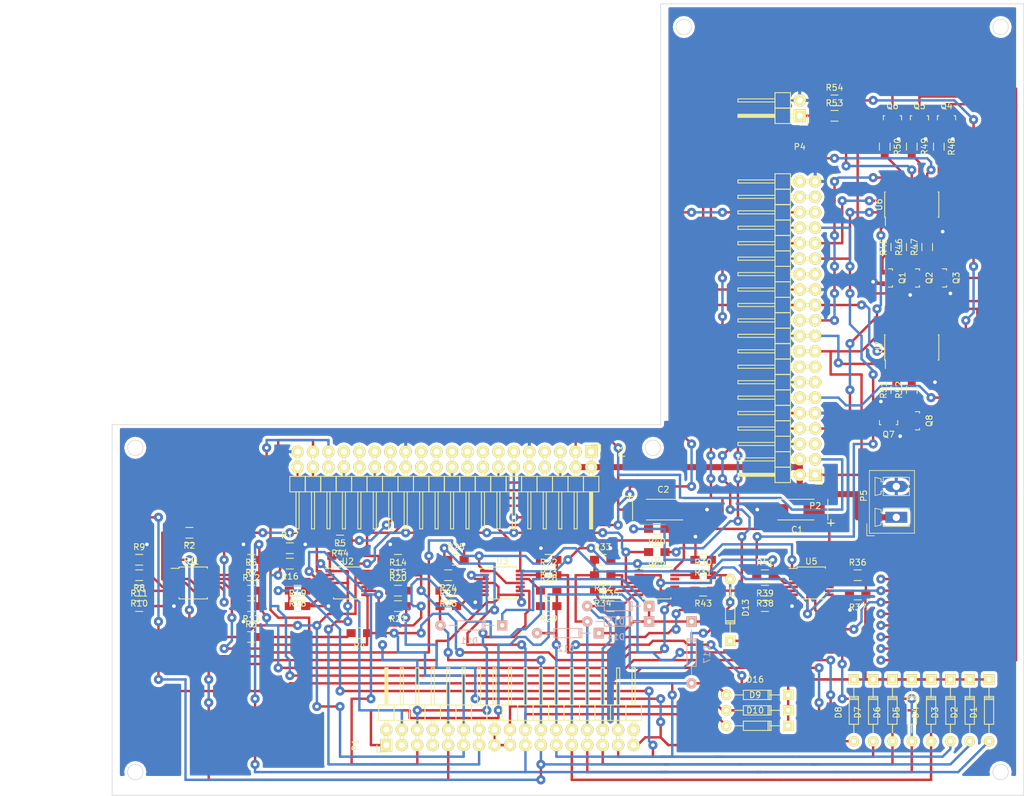
<source format=kicad_pcb>
(kicad_pcb (version 4) (host pcbnew 4.0.2+dfsg1-stable)
  (layers (0 F.Cu signal) (31 B.Cu signal) (34 B.Paste user hide) (35 F.Paste user) (36 B.SilkS user) (37 F.SilkS user) (38 B.Mask user) (39 F.Mask user) (44 Edge.Cuts user))
  (net 0 "")
  (net 1 GND)
  (net 2 +3V3)
  (net 3 /KEDIT)
  (net 4 /CS_CTRL)
  (net 5 /KCL)
  (net 6 /KTV)
  (net 7 /KIV)
  (net 8 /KLEFT)
  (net 9 /KDOWN)
  (net 10 /KUP)
  (net 11 /KRIGHT)
  (net 12 /KGR)
  (net 13 /KDEL)
  (net 14 /KQUOT)
  (net 15 /SS_CTRL)
  (net 16 /KSEM)
  (net 17 /KBREAK)
  (net 18 /KDOT)
  (net 19 /KCOMMA)
  (net 20 /KEXT)
  (net 21 /KA8)
  (net 22 /KA9)
  (net 23 /KA10)
  (net 24 /KA11)
  (net 25 /KA12)
  (net 26 /KA13)
  (net 27 /KA14)
  (net 28 /KA15)
  (net 29 /KD0)
  (net 30 /KD1)
  (net 31 /KD2)
  (net 32 /KD3)
  (net 33 /KD4)
  (net 34 "Net-(P1-Pad14)")
  (net 35 "Net-(P1-Pad34)")
  (net 36 /GPIO2)
  (net 37 /GPIO3)
  (net 38 /GPIO4)
  (net 39 /GPIO14)
  (net 40 /GPIO15)
  (net 41 /GPIO17)
  (net 42 /GPIO18)
  (net 43 /GPIO27)
  (net 44 /GPIO22)
  (net 45 /GPIO23)
  (net 46 /GPIO24)
  (net 47 /GPIO10)
  (net 48 /GPIO9)
  (net 49 /GPIO25)
  (net 50 /GPIO11)
  (net 51 /GPIO8)
  (net 52 /GPIO7)
  (net 53 /ID_SD)
  (net 54 /ID_SC)
  (net 55 /GPIO5)
  (net 56 /GPIO6)
  (net 57 /GPIO12)
  (net 58 /GPIO13)
  (net 59 /GPIO19)
  (net 60 /GPIO16)
  (net 61 /GPIO26)
  (net 62 /GPIO20)
  (net 63 /GPIO21)
  (net 64 "Net-(P3-Pad1)")
  (net 65 "Net-(P3-Pad7)")
  (net 66 "Net-(P3-Pad8)")
  (net 67 "Net-(P3-Pad10)")
  (net 68 "Net-(P3-Pad11)")
  (net 69 "Net-(P3-Pad13)")
  (net 70 "Net-(P3-Pad15)")
  (net 71 "Net-(P3-Pad16)")
  (net 72 "Net-(P3-Pad17)")
  (net 73 "Net-(P3-Pad18)")
  (net 74 "Net-(P3-Pad19)")
  (net 75 "Net-(P3-Pad21)")
  (net 76 "Net-(P3-Pad22)")
  (net 77 "Net-(P3-Pad23)")
  (net 78 "Net-(P3-Pad24)")
  (net 79 "Net-(P3-Pad26)")
  (net 80 "Net-(P3-Pad27)")
  (net 81 "Net-(P3-Pad28)")
  (net 82 "Net-(P3-Pad29)")
  (net 83 "Net-(P3-Pad31)")
  (net 84 "Net-(P3-Pad32)")
  (net 85 "Net-(P3-Pad33)")
  (net 86 "Net-(P3-Pad36)")
  (net 87 "Net-(P4-Pad1)")
  (net 88 "Net-(Q1-Pad1)")
  (net 89 "Net-(Q2-Pad1)")
  (net 90 "Net-(Q3-Pad1)")
  (net 91 "Net-(Q4-Pad1)")
  (net 92 "Net-(Q5-Pad1)")
  (net 93 "Net-(Q6-Pad1)")
  (net 94 "Net-(Q7-Pad1)")
  (net 95 "Net-(Q8-Pad1)")
  (net 96 "Net-(R6-Pad1)")
  (net 97 "Net-(R8-Pad1)")
  (net 98 "Net-(R10-Pad1)")
  (net 99 "Net-(R12-Pad1)")
  (net 100 "Net-(R14-Pad1)")
  (net 101 "Net-(R16-Pad1)")
  (net 102 "Net-(R18-Pad1)")
  (net 103 "Net-(R20-Pad1)")
  (net 104 "Net-(R22-Pad1)")
  (net 105 "Net-(R24-Pad1)")
  (net 106 "Net-(R26-Pad1)")
  (net 107 "Net-(R28-Pad1)")
  (net 108 "Net-(R30-Pad1)")
  (net 109 "Net-(R32-Pad1)")
  (net 110 "Net-(R34-Pad1)")
  (net 111 "Net-(R36-Pad1)")
  (net 112 "Net-(R38-Pad1)")
  (net 113 "Net-(R45-Pad2)")
  (net 114 "Net-(R46-Pad2)")
  (net 115 "Net-(R47-Pad2)")
  (net 116 "Net-(R48-Pad2)")
  (net 117 "Net-(R49-Pad2)")
  (net 118 "Net-(R50-Pad2)")
  (net 119 "Net-(R51-Pad2)")
  (net 120 "Net-(R52-Pad2)")
  (net 121 +5V)
  (module TO_SOT_Packages_SMD:SOT-23 (layer F.Cu) (at 179.705 35.56)
    (fp_text reference Q4 (at 0 -2.25) (layer F.SilkS))
    (fp_text value BSS123)
    (pad 1 smd rect (at -0.95 1.00076) (size 0.8001 0.8001) (layers F.Cu F.Paste F.Mask) (net 91 "Net-(Q4-Pad1)"))
    (pad 2 smd rect (at 0.95 1.00076) (size 0.8001 0.8001) (layers F.Cu F.Paste F.Mask) (net 1 GND))
    (pad 3 smd rect (at 0 -0.99822) (size 0.8001 0.8001) (layers F.Cu F.Paste F.Mask) (net 24 /KA11))
  )
  (module Pin_Headers:Pin_Header_Angled_2x20 (layer F.Cu) (at 158.115 93.98 180)
    (fp_text reference P2 (at 0 -5.1 180) (layer F.SilkS))
    (fp_text value CONN_02X20)
    (pad 1 thru_hole rect (at 0 0 180) (size 2 2) (drill 1) (layers *.Cu *.Mask F.SilkS) (net 2 +3V3))
    (pad 2 thru_hole oval (at 2.54 0 180) (size 2 2) (drill 1) (layers *.Cu *.Mask F.SilkS) (net 121 +5V))
    (pad 3 thru_hole oval (at 0 2.54 180) (size 2 2) (drill 1) (layers *.Cu *.Mask F.SilkS) (net 36 /GPIO2))
    (pad 4 thru_hole oval (at 2.54 2.54 180) (size 2 2) (drill 1) (layers *.Cu *.Mask F.SilkS) (net 121 +5V))
    (pad 5 thru_hole oval (at 0 5.08 180) (size 2 2) (drill 1) (layers *.Cu *.Mask F.SilkS) (net 37 /GPIO3))
    (pad 6 thru_hole oval (at 2.54 5.08 180) (size 2 2) (drill 1) (layers *.Cu *.Mask F.SilkS) (net 1 GND))
    (pad 7 thru_hole oval (at 0 7.62 180) (size 2 2) (drill 1) (layers *.Cu *.Mask F.SilkS) (net 38 /GPIO4))
    (pad 8 thru_hole oval (at 2.54 7.62 180) (size 2 2) (drill 1) (layers *.Cu *.Mask F.SilkS) (net 39 /GPIO14))
    (pad 9 thru_hole oval (at 0 10.16 180) (size 2 2) (drill 1) (layers *.Cu *.Mask F.SilkS) (net 1 GND))
    (pad 10 thru_hole oval (at 2.54 10.16 180) (size 2 2) (drill 1) (layers *.Cu *.Mask F.SilkS) (net 40 /GPIO15))
    (pad 11 thru_hole oval (at 0 12.7 180) (size 2 2) (drill 1) (layers *.Cu *.Mask F.SilkS) (net 41 /GPIO17))
    (pad 12 thru_hole oval (at 2.54 12.7 180) (size 2 2) (drill 1) (layers *.Cu *.Mask F.SilkS) (net 42 /GPIO18))
    (pad 13 thru_hole oval (at 0 15.24 180) (size 2 2) (drill 1) (layers *.Cu *.Mask F.SilkS) (net 43 /GPIO27))
    (pad 14 thru_hole oval (at 2.54 15.24 180) (size 2 2) (drill 1) (layers *.Cu *.Mask F.SilkS) (net 1 GND))
    (pad 15 thru_hole oval (at 0 17.78 180) (size 2 2) (drill 1) (layers *.Cu *.Mask F.SilkS) (net 44 /GPIO22))
    (pad 16 thru_hole oval (at 2.54 17.78 180) (size 2 2) (drill 1) (layers *.Cu *.Mask F.SilkS) (net 45 /GPIO23))
    (pad 17 thru_hole oval (at 0 20.32 180) (size 2 2) (drill 1) (layers *.Cu *.Mask F.SilkS) (net 2 +3V3))
    (pad 18 thru_hole oval (at 2.54 20.32 180) (size 2 2) (drill 1) (layers *.Cu *.Mask F.SilkS) (net 46 /GPIO24))
    (pad 19 thru_hole oval (at 0 22.86 180) (size 2 2) (drill 1) (layers *.Cu *.Mask F.SilkS) (net 47 /GPIO10))
    (pad 20 thru_hole oval (at 2.54 22.86 180) (size 2 2) (drill 1) (layers *.Cu *.Mask F.SilkS) (net 1 GND))
    (pad 21 thru_hole oval (at 0 25.4 180) (size 2 2) (drill 1) (layers *.Cu *.Mask F.SilkS) (net 48 /GPIO9))
    (pad 22 thru_hole oval (at 2.54 25.4 180) (size 2 2) (drill 1) (layers *.Cu *.Mask F.SilkS) (net 49 /GPIO25))
    (pad 23 thru_hole oval (at 0 27.94 180) (size 2 2) (drill 1) (layers *.Cu *.Mask F.SilkS) (net 50 /GPIO11))
    (pad 24 thru_hole oval (at 2.54 27.94 180) (size 2 2) (drill 1) (layers *.Cu *.Mask F.SilkS) (net 51 /GPIO8))
    (pad 25 thru_hole oval (at 0 30.48 180) (size 2 2) (drill 1) (layers *.Cu *.Mask F.SilkS) (net 1 GND))
    (pad 26 thru_hole oval (at 2.54 30.48 180) (size 2 2) (drill 1) (layers *.Cu *.Mask F.SilkS) (net 52 /GPIO7))
    (pad 27 thru_hole oval (at 0 33.02 180) (size 2 2) (drill 1) (layers *.Cu *.Mask F.SilkS) (net 53 /ID_SD))
    (pad 28 thru_hole oval (at 2.54 33.02 180) (size 2 2) (drill 1) (layers *.Cu *.Mask F.SilkS) (net 54 /ID_SC))
    (pad 29 thru_hole oval (at 0 35.56 180) (size 2 2) (drill 1) (layers *.Cu *.Mask F.SilkS) (net 55 /GPIO5))
    (pad 30 thru_hole oval (at 2.54 35.56 180) (size 2 2) (drill 1) (layers *.Cu *.Mask F.SilkS) (net 1 GND))
    (pad 31 thru_hole oval (at 0 38.1 180) (size 2 2) (drill 1) (layers *.Cu *.Mask F.SilkS) (net 56 /GPIO6))
    (pad 32 thru_hole oval (at 2.54 38.1 180) (size 2 2) (drill 1) (layers *.Cu *.Mask F.SilkS) (net 57 /GPIO12))
    (pad 33 thru_hole oval (at 0 40.64 180) (size 2 2) (drill 1) (layers *.Cu *.Mask F.SilkS) (net 58 /GPIO13))
    (pad 34 thru_hole oval (at 2.54 40.64 180) (size 2 2) (drill 1) (layers *.Cu *.Mask F.SilkS) (net 1 GND))
    (pad 35 thru_hole oval (at 0 43.18 180) (size 2 2) (drill 1) (layers *.Cu *.Mask F.SilkS) (net 59 /GPIO19))
    (pad 36 thru_hole oval (at 2.54 43.18 180) (size 2 2) (drill 1) (layers *.Cu *.Mask F.SilkS) (net 60 /GPIO16))
    (pad 37 thru_hole oval (at 0 45.72 180) (size 2 2) (drill 1) (layers *.Cu *.Mask F.SilkS) (net 61 /GPIO26))
    (pad 38 thru_hole oval (at 2.54 45.72 180) (size 2 2) (drill 1) (layers *.Cu *.Mask F.SilkS) (net 62 /GPIO20))
    (pad 39 thru_hole oval (at 0 48.26 180) (size 2 2) (drill 1) (layers *.Cu *.Mask F.SilkS) (net 1 GND))
    (pad 40 thru_hole oval (at 2.54 48.26 180) (size 2 2) (drill 1) (layers *.Cu *.Mask F.SilkS) (net 63 /GPIO21))
  )
  (module Pin_Headers:Pin_Header_Angled_1x02 (layer F.Cu) (at 155.575 34.925 180)
    (fp_text reference P4 (at 0 -5.1 180) (layer F.SilkS))
    (fp_text value CONN_01X02)
    (pad 1 thru_hole rect (at 0 0 180) (size 2.032 2.032) (drill 1) (layers *.Cu *.Mask F.SilkS) (net 87 "Net-(P4-Pad1)"))
    (pad 2 thru_hole oval (at 0 2.54 180) (size 2.032 2.032) (drill 1) (layers *.Cu *.Mask F.SilkS) (net 1 GND))
  )
  (module Pin_Headers:Pin_Header_Angled_2x17 (layer F.Cu) (at 87.63 138.43 90)
    (fp_text reference P1 (at 0 -5.1 90) (layer F.SilkS))
    (fp_text value CONN_02X17)
    (pad 1 thru_hole rect (at 0 0 90) (size 2 2) (drill 1) (layers *.Cu *.Mask F.SilkS) (net 21 /KA8))
    (pad 2 thru_hole oval (at 2.54 0 90) (size 2 2) (drill 1) (layers *.Cu *.Mask F.SilkS) (net 22 /KA9))
    (pad 3 thru_hole oval (at 0 2.54 90) (size 2 2) (drill 1) (layers *.Cu *.Mask F.SilkS) (net 23 /KA10))
    (pad 4 thru_hole oval (at 2.54 2.54 90) (size 2 2) (drill 1) (layers *.Cu *.Mask F.SilkS) (net 24 /KA11))
    (pad 5 thru_hole oval (at 0 5.08 90) (size 2 2) (drill 1) (layers *.Cu *.Mask F.SilkS) (net 25 /KA12))
    (pad 6 thru_hole oval (at 2.54 5.08 90) (size 2 2) (drill 1) (layers *.Cu *.Mask F.SilkS) (net 26 /KA13))
    (pad 7 thru_hole oval (at 0 7.62 90) (size 2 2) (drill 1) (layers *.Cu *.Mask F.SilkS) (net 27 /KA14))
    (pad 8 thru_hole oval (at 2.54 7.62 90) (size 2 2) (drill 1) (layers *.Cu *.Mask F.SilkS) (net 28 /KA15))
    (pad 9 thru_hole oval (at 0 10.16 90) (size 2 2) (drill 1) (layers *.Cu *.Mask F.SilkS) (net 29 /KD0))
    (pad 10 thru_hole oval (at 2.54 10.16 90) (size 2 2) (drill 1) (layers *.Cu *.Mask F.SilkS) (net 30 /KD1))
    (pad 11 thru_hole oval (at 0 12.7 90) (size 2 2) (drill 1) (layers *.Cu *.Mask F.SilkS) (net 31 /KD2))
    (pad 12 thru_hole oval (at 2.54 12.7 90) (size 2 2) (drill 1) (layers *.Cu *.Mask F.SilkS) (net 32 /KD3))
    (pad 13 thru_hole oval (at 0 15.24 90) (size 2 2) (drill 1) (layers *.Cu *.Mask F.SilkS) (net 33 /KD4))
    (pad 14 thru_hole oval (at 2.54 15.24 90) (size 2 2) (drill 1) (layers *.Cu *.Mask F.SilkS) (net 34 "Net-(P1-Pad14)"))
    (pad 15 thru_hole oval (at 0 17.78 90) (size 2 2) (drill 1) (layers *.Cu *.Mask F.SilkS) (net 2 +3V3))
    (pad 16 thru_hole oval (at 2.54 17.78 90) (size 2 2) (drill 1) (layers *.Cu *.Mask F.SilkS) (net 2 +3V3))
    (pad 17 thru_hole oval (at 0 20.32 90) (size 2 2) (drill 1) (layers *.Cu *.Mask F.SilkS) (net 2 +3V3))
    (pad 18 thru_hole oval (at 2.54 20.32 90) (size 2 2) (drill 1) (layers *.Cu *.Mask F.SilkS) (net 12 /KGR))
    (pad 19 thru_hole oval (at 0 22.86 90) (size 2 2) (drill 1) (layers *.Cu *.Mask F.SilkS) (net 3 /KEDIT))
    (pad 20 thru_hole oval (at 2.54 22.86 90) (size 2 2) (drill 1) (layers *.Cu *.Mask F.SilkS) (net 13 /KDEL))
    (pad 21 thru_hole oval (at 0 25.4 90) (size 2 2) (drill 1) (layers *.Cu *.Mask F.SilkS) (net 5 /KCL))
    (pad 22 thru_hole oval (at 2.54 25.4 90) (size 2 2) (drill 1) (layers *.Cu *.Mask F.SilkS) (net 14 /KQUOT))
    (pad 23 thru_hole oval (at 0 27.94 90) (size 2 2) (drill 1) (layers *.Cu *.Mask F.SilkS) (net 6 /KTV))
    (pad 24 thru_hole oval (at 2.54 27.94 90) (size 2 2) (drill 1) (layers *.Cu *.Mask F.SilkS) (net 16 /KSEM))
    (pad 25 thru_hole oval (at 0 30.48 90) (size 2 2) (drill 1) (layers *.Cu *.Mask F.SilkS) (net 7 /KIV))
    (pad 26 thru_hole oval (at 2.54 30.48 90) (size 2 2) (drill 1) (layers *.Cu *.Mask F.SilkS) (net 17 /KBREAK))
    (pad 27 thru_hole oval (at 0 33.02 90) (size 2 2) (drill 1) (layers *.Cu *.Mask F.SilkS) (net 8 /KLEFT))
    (pad 28 thru_hole oval (at 2.54 33.02 90) (size 2 2) (drill 1) (layers *.Cu *.Mask F.SilkS) (net 18 /KDOT))
    (pad 29 thru_hole oval (at 0 35.56 90) (size 2 2) (drill 1) (layers *.Cu *.Mask F.SilkS) (net 9 /KDOWN))
    (pad 30 thru_hole oval (at 2.54 35.56 90) (size 2 2) (drill 1) (layers *.Cu *.Mask F.SilkS) (net 19 /KCOMMA))
    (pad 31 thru_hole oval (at 0 38.1 90) (size 2 2) (drill 1) (layers *.Cu *.Mask F.SilkS) (net 10 /KUP))
    (pad 32 thru_hole oval (at 2.54 38.1 90) (size 2 2) (drill 1) (layers *.Cu *.Mask F.SilkS) (net 20 /KEXT))
    (pad 33 thru_hole oval (at 0 40.64 90) (size 2 2) (drill 1) (layers *.Cu *.Mask F.SilkS) (net 11 /KRIGHT))
    (pad 34 thru_hole oval (at 2.54 40.64 90) (size 2 2) (drill 1) (layers *.Cu *.Mask F.SilkS) (net 35 "Net-(P1-Pad34)"))
  )
  (module Pin_Headers:Pin_Header_Angled_2x20 (layer F.Cu) (at 121.285 90.17 270)
    (fp_text reference P3 (at 0 -5.1 270) (layer F.SilkS))
    (fp_text value CONN_02X20)
    (pad 1 thru_hole rect (at 0 0 270) (size 2 2) (drill 1) (layers *.Cu *.Mask F.SilkS) (net 64 "Net-(P3-Pad1)"))
    (pad 2 thru_hole oval (at 2.54 0 270) (size 2 2) (drill 1) (layers *.Cu *.Mask F.SilkS) (net 121 +5V))
    (pad 3 thru_hole oval (at 0 2.54 270) (size 2 2) (drill 1) (layers *.Cu *.Mask F.SilkS) (net 36 /GPIO2))
    (pad 4 thru_hole oval (at 2.54 2.54 270) (size 2 2) (drill 1) (layers *.Cu *.Mask F.SilkS) (net 121 +5V))
    (pad 5 thru_hole oval (at 0 5.08 270) (size 2 2) (drill 1) (layers *.Cu *.Mask F.SilkS) (net 37 /GPIO3))
    (pad 6 thru_hole oval (at 2.54 5.08 270) (size 2 2) (drill 1) (layers *.Cu *.Mask F.SilkS) (net 1 GND))
    (pad 7 thru_hole oval (at 0 7.62 270) (size 2 2) (drill 1) (layers *.Cu *.Mask F.SilkS) (net 65 "Net-(P3-Pad7)"))
    (pad 8 thru_hole oval (at 2.54 7.62 270) (size 2 2) (drill 1) (layers *.Cu *.Mask F.SilkS) (net 66 "Net-(P3-Pad8)"))
    (pad 9 thru_hole oval (at 0 10.16 270) (size 2 2) (drill 1) (layers *.Cu *.Mask F.SilkS) (net 1 GND))
    (pad 10 thru_hole oval (at 2.54 10.16 270) (size 2 2) (drill 1) (layers *.Cu *.Mask F.SilkS) (net 67 "Net-(P3-Pad10)"))
    (pad 11 thru_hole oval (at 0 12.7 270) (size 2 2) (drill 1) (layers *.Cu *.Mask F.SilkS) (net 68 "Net-(P3-Pad11)"))
    (pad 12 thru_hole oval (at 2.54 12.7 270) (size 2 2) (drill 1) (layers *.Cu *.Mask F.SilkS) (net 42 /GPIO18))
    (pad 13 thru_hole oval (at 0 15.24 270) (size 2 2) (drill 1) (layers *.Cu *.Mask F.SilkS) (net 69 "Net-(P3-Pad13)"))
    (pad 14 thru_hole oval (at 2.54 15.24 270) (size 2 2) (drill 1) (layers *.Cu *.Mask F.SilkS) (net 1 GND))
    (pad 15 thru_hole oval (at 0 17.78 270) (size 2 2) (drill 1) (layers *.Cu *.Mask F.SilkS) (net 70 "Net-(P3-Pad15)"))
    (pad 16 thru_hole oval (at 2.54 17.78 270) (size 2 2) (drill 1) (layers *.Cu *.Mask F.SilkS) (net 71 "Net-(P3-Pad16)"))
    (pad 17 thru_hole oval (at 0 20.32 270) (size 2 2) (drill 1) (layers *.Cu *.Mask F.SilkS) (net 72 "Net-(P3-Pad17)"))
    (pad 18 thru_hole oval (at 2.54 20.32 270) (size 2 2) (drill 1) (layers *.Cu *.Mask F.SilkS) (net 73 "Net-(P3-Pad18)"))
    (pad 19 thru_hole oval (at 0 22.86 270) (size 2 2) (drill 1) (layers *.Cu *.Mask F.SilkS) (net 74 "Net-(P3-Pad19)"))
    (pad 20 thru_hole oval (at 2.54 22.86 270) (size 2 2) (drill 1) (layers *.Cu *.Mask F.SilkS) (net 1 GND))
    (pad 21 thru_hole oval (at 0 25.4 270) (size 2 2) (drill 1) (layers *.Cu *.Mask F.SilkS) (net 75 "Net-(P3-Pad21)"))
    (pad 22 thru_hole oval (at 2.54 25.4 270) (size 2 2) (drill 1) (layers *.Cu *.Mask F.SilkS) (net 76 "Net-(P3-Pad22)"))
    (pad 23 thru_hole oval (at 0 27.94 270) (size 2 2) (drill 1) (layers *.Cu *.Mask F.SilkS) (net 77 "Net-(P3-Pad23)"))
    (pad 24 thru_hole oval (at 2.54 27.94 270) (size 2 2) (drill 1) (layers *.Cu *.Mask F.SilkS) (net 78 "Net-(P3-Pad24)"))
    (pad 25 thru_hole oval (at 0 30.48 270) (size 2 2) (drill 1) (layers *.Cu *.Mask F.SilkS) (net 1 GND))
    (pad 26 thru_hole oval (at 2.54 30.48 270) (size 2 2) (drill 1) (layers *.Cu *.Mask F.SilkS) (net 79 "Net-(P3-Pad26)"))
    (pad 27 thru_hole oval (at 0 33.02 270) (size 2 2) (drill 1) (layers *.Cu *.Mask F.SilkS) (net 80 "Net-(P3-Pad27)"))
    (pad 28 thru_hole oval (at 2.54 33.02 270) (size 2 2) (drill 1) (layers *.Cu *.Mask F.SilkS) (net 81 "Net-(P3-Pad28)"))
    (pad 29 thru_hole oval (at 0 35.56 270) (size 2 2) (drill 1) (layers *.Cu *.Mask F.SilkS) (net 82 "Net-(P3-Pad29)"))
    (pad 30 thru_hole oval (at 2.54 35.56 270) (size 2 2) (drill 1) (layers *.Cu *.Mask F.SilkS) (net 1 GND))
    (pad 31 thru_hole oval (at 0 38.1 270) (size 2 2) (drill 1) (layers *.Cu *.Mask F.SilkS) (net 83 "Net-(P3-Pad31)"))
    (pad 32 thru_hole oval (at 2.54 38.1 270) (size 2 2) (drill 1) (layers *.Cu *.Mask F.SilkS) (net 84 "Net-(P3-Pad32)"))
    (pad 33 thru_hole oval (at 0 40.64 270) (size 2 2) (drill 1) (layers *.Cu *.Mask F.SilkS) (net 85 "Net-(P3-Pad33)"))
    (pad 34 thru_hole oval (at 2.54 40.64 270) (size 2 2) (drill 1) (layers *.Cu *.Mask F.SilkS) (net 1 GND))
    (pad 35 thru_hole oval (at 0 43.18 270) (size 2 2) (drill 1) (layers *.Cu *.Mask F.SilkS) (net 59 /GPIO19))
    (pad 36 thru_hole oval (at 2.54 43.18 270) (size 2 2) (drill 1) (layers *.Cu *.Mask F.SilkS) (net 86 "Net-(P3-Pad36)"))
    (pad 37 thru_hole oval (at 0 45.72 270) (size 2 2) (drill 1) (layers *.Cu *.Mask F.SilkS) (net 61 /GPIO26))
    (pad 38 thru_hole oval (at 2.54 45.72 270) (size 2 2) (drill 1) (layers *.Cu *.Mask F.SilkS) (net 62 /GPIO20))
    (pad 39 thru_hole oval (at 0 48.26 270) (size 2 2) (drill 1) (layers *.Cu *.Mask F.SilkS) (net 1 GND))
    (pad 40 thru_hole oval (at 2.54 48.26 270) (size 2 2) (drill 1) (layers *.Cu *.Mask F.SilkS) (net 63 /GPIO21))
  )
  (module Capacitors_Tantalum_SMD:TantalC_SizeC_EIA-6032_HandSoldering (layer F.Cu) (at 154.94 99.695 180)
    (fp_text reference C1 (at -0.20066 -3.29946 180) (layer F.SilkS))
    (fp_text value 10uF)
    (fp_text user + (at -5.75056 -2.19964 180) (layer F.SilkS))
    (pad 2 smd rect (at 2.99974 0 180) (size 3.50012 1.80086) (layers F.Cu F.Paste F.Mask) (net 1 GND))
    (pad 1 smd rect (at -2.99974 0 180) (size 3.50012 1.80086) (layers F.Cu F.Paste F.Mask) (net 2 +3V3))
  )
  (module Capacitors_Tantalum_SMD:TantalC_SizeC_EIA-6032_HandSoldering (layer F.Cu) (at 133.35 99.695)
    (fp_text reference C2 (at -0.20066 -3.29946) (layer F.SilkS))
    (fp_text value 10uF)
    (fp_text user + (at -5.75056 -2.19964) (layer F.SilkS))
    (pad 2 smd rect (at 2.99974 0) (size 3.50012 1.80086) (layers F.Cu F.Paste F.Mask) (net 1 GND))
    (pad 1 smd rect (at -2.99974 0) (size 3.50012 1.80086) (layers F.Cu F.Paste F.Mask) (net 121 +5V))
  )
  (module Diodes_ThroughHole:Diode_DO-35_SOD27_Horizontal_RM10 (layer F.Cu) (at 186.69 127.635 270)
    (fp_text reference D1 (at 5.43052 2.53746 270) (layer F.SilkS))
    (fp_text value BAT41)
    (pad 2 thru_hole circle (at 10.16052 -0.00254 90) (size 1.69926 1.69926) (drill 0.70104) (layers *.Cu *.Mask F.SilkS) (net 3 /KEDIT))
    (pad 1 thru_hole rect (at 0.00052 -0.00254 90) (size 1.69926 1.69926) (drill 0.70104) (layers *.Cu *.Mask F.SilkS) (net 4 /CS_CTRL))
  )
  (module Diodes_ThroughHole:Diode_DO-35_SOD27_Horizontal_RM10 (layer F.Cu) (at 183.515 127.635 270)
    (fp_text reference D2 (at 5.43052 2.53746 270) (layer F.SilkS))
    (fp_text value BAT41)
    (pad 2 thru_hole circle (at 10.16052 -0.00254 90) (size 1.69926 1.69926) (drill 0.70104) (layers *.Cu *.Mask F.SilkS) (net 5 /KCL))
    (pad 1 thru_hole rect (at 0.00052 -0.00254 90) (size 1.69926 1.69926) (drill 0.70104) (layers *.Cu *.Mask F.SilkS) (net 4 /CS_CTRL))
  )
  (module Diodes_ThroughHole:Diode_DO-35_SOD27_Horizontal_RM10 (layer F.Cu) (at 180.34 127.635 270)
    (fp_text reference D3 (at 5.43052 2.53746 270) (layer F.SilkS))
    (fp_text value BAT41)
    (pad 2 thru_hole circle (at 10.16052 -0.00254 90) (size 1.69926 1.69926) (drill 0.70104) (layers *.Cu *.Mask F.SilkS) (net 6 /KTV))
    (pad 1 thru_hole rect (at 0.00052 -0.00254 90) (size 1.69926 1.69926) (drill 0.70104) (layers *.Cu *.Mask F.SilkS) (net 4 /CS_CTRL))
  )
  (module Diodes_ThroughHole:Diode_DO-35_SOD27_Horizontal_RM10 (layer F.Cu) (at 177.165 127.635 270)
    (fp_text reference D4 (at 5.43052 2.53746 270) (layer F.SilkS))
    (fp_text value BAT41)
    (pad 2 thru_hole circle (at 10.16052 -0.00254 90) (size 1.69926 1.69926) (drill 0.70104) (layers *.Cu *.Mask F.SilkS) (net 7 /KIV))
    (pad 1 thru_hole rect (at 0.00052 -0.00254 90) (size 1.69926 1.69926) (drill 0.70104) (layers *.Cu *.Mask F.SilkS) (net 4 /CS_CTRL))
  )
  (module Diodes_ThroughHole:Diode_DO-35_SOD27_Horizontal_RM10 (layer F.Cu) (at 173.99 127.635 270)
    (fp_text reference D5 (at 5.43052 2.53746 270) (layer F.SilkS))
    (fp_text value BAT41)
    (pad 2 thru_hole circle (at 10.16052 -0.00254 90) (size 1.69926 1.69926) (drill 0.70104) (layers *.Cu *.Mask F.SilkS) (net 8 /KLEFT))
    (pad 1 thru_hole rect (at 0.00052 -0.00254 90) (size 1.69926 1.69926) (drill 0.70104) (layers *.Cu *.Mask F.SilkS) (net 4 /CS_CTRL))
  )
  (module Diodes_ThroughHole:Diode_DO-35_SOD27_Horizontal_RM10 (layer F.Cu) (at 170.815 127.635 270)
    (fp_text reference D6 (at 5.43052 2.53746 270) (layer F.SilkS))
    (fp_text value BAT41)
    (pad 2 thru_hole circle (at 10.16052 -0.00254 90) (size 1.69926 1.69926) (drill 0.70104) (layers *.Cu *.Mask F.SilkS) (net 9 /KDOWN))
    (pad 1 thru_hole rect (at 0.00052 -0.00254 90) (size 1.69926 1.69926) (drill 0.70104) (layers *.Cu *.Mask F.SilkS) (net 4 /CS_CTRL))
  )
  (module Diodes_ThroughHole:Diode_DO-35_SOD27_Horizontal_RM10 (layer F.Cu) (at 167.64 127.635 270)
    (fp_text reference D7 (at 5.43052 2.53746 270) (layer F.SilkS))
    (fp_text value BAT41)
    (pad 2 thru_hole circle (at 10.16052 -0.00254 90) (size 1.69926 1.69926) (drill 0.70104) (layers *.Cu *.Mask F.SilkS) (net 10 /KUP))
    (pad 1 thru_hole rect (at 0.00052 -0.00254 90) (size 1.69926 1.69926) (drill 0.70104) (layers *.Cu *.Mask F.SilkS) (net 4 /CS_CTRL))
  )
  (module Diodes_ThroughHole:Diode_DO-35_SOD27_Horizontal_RM10 (layer F.Cu) (at 164.465 127.635 270)
    (fp_text reference D8 (at 5.43052 2.53746 270) (layer F.SilkS))
    (fp_text value BAT41)
    (pad 2 thru_hole circle (at 10.16052 -0.00254 90) (size 1.69926 1.69926) (drill 0.70104) (layers *.Cu *.Mask F.SilkS) (net 11 /KRIGHT))
    (pad 1 thru_hole rect (at 0.00052 -0.00254 90) (size 1.69926 1.69926) (drill 0.70104) (layers *.Cu *.Mask F.SilkS) (net 4 /CS_CTRL))
  )
  (module Diodes_ThroughHole:Diode_DO-35_SOD27_Horizontal_RM10 (layer F.Cu) (at 153.67254 132.71552 180)
    (fp_text reference D9 (at 5.43052 2.53746 180) (layer F.SilkS))
    (fp_text value BAT41)
    (pad 2 thru_hole circle (at 10.16052 -0.00254) (size 1.69926 1.69926) (drill 0.70104) (layers *.Cu *.Mask F.SilkS) (net 12 /KGR))
    (pad 1 thru_hole rect (at 0.00052 -0.00254) (size 1.69926 1.69926) (drill 0.70104) (layers *.Cu *.Mask F.SilkS) (net 4 /CS_CTRL))
  )
  (module Diodes_ThroughHole:Diode_DO-35_SOD27_Horizontal_RM10 (layer F.Cu) (at 153.67254 135.25552 180)
    (fp_text reference D10 (at 5.43052 2.53746 180) (layer F.SilkS))
    (fp_text value BAT41)
    (pad 2 thru_hole circle (at 10.16052 -0.00254) (size 1.69926 1.69926) (drill 0.70104) (layers *.Cu *.Mask F.SilkS) (net 13 /KDEL))
    (pad 1 thru_hole rect (at 0.00052 -0.00254) (size 1.69926 1.69926) (drill 0.70104) (layers *.Cu *.Mask F.SilkS) (net 4 /CS_CTRL))
  )
  (module Diodes_ThroughHole:Diode_DO-35_SOD27_Horizontal_RM10 (layer B.Cu) (at 106.68 118.745 180)
    (fp_text reference D11 (at 5.43052 -2.53746 180) (layer B.SilkS) (effects (justify mirror)))
    (fp_text value BAT41)
    (pad 2 thru_hole circle (at 10.16052 0.00254) (size 1.69926 1.69926) (drill 0.70104) (layers *.Cu *.Mask B.SilkS) (net 14 /KQUOT))
    (pad 1 thru_hole rect (at 0.00052 0.00254) (size 1.69926 1.69926) (drill 0.70104) (layers *.Cu *.Mask B.SilkS) (net 15 /SS_CTRL))
  )
  (module Diodes_ThroughHole:Diode_DO-35_SOD27_Horizontal_RM10 (layer B.Cu) (at 122.555 120.015 180)
    (fp_text reference D12 (at 5.43052 -2.53746 180) (layer B.SilkS) (effects (justify mirror)))
    (fp_text value BAT41)
    (pad 2 thru_hole circle (at 10.16052 0.00254) (size 1.69926 1.69926) (drill 0.70104) (layers *.Cu *.Mask B.SilkS) (net 16 /KSEM))
    (pad 1 thru_hole rect (at 0.00052 0.00254) (size 1.69926 1.69926) (drill 0.70104) (layers *.Cu *.Mask B.SilkS) (net 15 /SS_CTRL))
  )
  (module Diodes_ThroughHole:Diode_DO-35_SOD27_Horizontal_RM10 (layer F.Cu) (at 144.145 121.285 90)
    (fp_text reference D13 (at 5.43052 2.53746 90) (layer F.SilkS))
    (fp_text value BAT41)
    (pad 2 thru_hole circle (at 10.16052 -0.00254 270) (size 1.69926 1.69926) (drill 0.70104) (layers *.Cu *.Mask F.SilkS) (net 17 /KBREAK))
    (pad 1 thru_hole rect (at 0.00052 -0.00254 270) (size 1.69926 1.69926) (drill 0.70104) (layers *.Cu *.Mask F.SilkS) (net 4 /CS_CTRL))
  )
  (module Diodes_ThroughHole:Diode_DO-35_SOD27_Horizontal_RM10 (layer B.Cu) (at 130.81 118.11 180)
    (fp_text reference D14 (at 5.43052 -2.53746 180) (layer B.SilkS) (effects (justify mirror)))
    (fp_text value BAT41)
    (pad 2 thru_hole circle (at 10.16052 0.00254) (size 1.69926 1.69926) (drill 0.70104) (layers *.Cu *.Mask B.SilkS) (net 18 /KDOT))
    (pad 1 thru_hole rect (at 0.00052 0.00254) (size 1.69926 1.69926) (drill 0.70104) (layers *.Cu *.Mask B.SilkS) (net 15 /SS_CTRL))
  )
  (module Diodes_ThroughHole:Diode_DO-35_SOD27_Horizontal_RM10 (layer B.Cu) (at 130.81 115.57 180)
    (fp_text reference D15 (at 5.43052 -2.53746 180) (layer B.SilkS) (effects (justify mirror)))
    (fp_text value BAT41)
    (pad 2 thru_hole circle (at 10.16052 0.00254) (size 1.69926 1.69926) (drill 0.70104) (layers *.Cu *.Mask B.SilkS) (net 19 /KCOMMA))
    (pad 1 thru_hole rect (at 0.00052 0.00254) (size 1.69926 1.69926) (drill 0.70104) (layers *.Cu *.Mask B.SilkS) (net 15 /SS_CTRL))
  )
  (module Diodes_ThroughHole:Diode_DO-35_SOD27_Horizontal_RM10 (layer F.Cu) (at 153.67254 130.17552 180)
    (fp_text reference D16 (at 5.43052 2.53746 180) (layer F.SilkS))
    (fp_text value BAT41)
    (pad 2 thru_hole circle (at 10.16052 -0.00254) (size 1.69926 1.69926) (drill 0.70104) (layers *.Cu *.Mask F.SilkS) (net 20 /KEXT))
    (pad 1 thru_hole rect (at 0.00052 -0.00254) (size 1.69926 1.69926) (drill 0.70104) (layers *.Cu *.Mask F.SilkS) (net 4 /CS_CTRL))
  )
  (module Diodes_ThroughHole:Diode_DO-35_SOD27_Horizontal_RM10 (layer B.Cu) (at 137.795 118.11 270)
    (fp_text reference D17 (at 5.43052 -2.53746 270) (layer B.SilkS) (effects (justify mirror)))
    (fp_text value BAT41)
    (pad 2 thru_hole circle (at 10.16052 0.00254 90) (size 1.69926 1.69926) (drill 0.70104) (layers *.Cu *.Mask B.SilkS) (net 20 /KEXT))
    (pad 1 thru_hole rect (at 0.00052 0.00254 90) (size 1.69926 1.69926) (drill 0.70104) (layers *.Cu *.Mask B.SilkS) (net 15 /SS_CTRL))
  )
  (module TO_SOT_Packages_SMD:SOT-23 (layer F.Cu) (at 170.18 61.595 270)
    (fp_text reference Q1 (at 0 -2.25 270) (layer F.SilkS))
    (fp_text value BSS123)
    (pad 1 smd rect (at -0.95 1.00076 270) (size 0.8001 0.8001) (layers F.Cu F.Paste F.Mask) (net 88 "Net-(Q1-Pad1)"))
    (pad 2 smd rect (at 0.95 1.00076 270) (size 0.8001 0.8001) (layers F.Cu F.Paste F.Mask) (net 1 GND))
    (pad 3 smd rect (at 0 -0.99822 270) (size 0.8001 0.8001) (layers F.Cu F.Paste F.Mask) (net 21 /KA8))
  )
  (module TO_SOT_Packages_SMD:SOT-23 (layer F.Cu) (at 174.625 61.595 270)
    (fp_text reference Q2 (at 0 -2.25 270) (layer F.SilkS))
    (fp_text value BSS123)
    (pad 1 smd rect (at -0.95 1.00076 270) (size 0.8001 0.8001) (layers F.Cu F.Paste F.Mask) (net 89 "Net-(Q2-Pad1)"))
    (pad 2 smd rect (at 0.95 1.00076 270) (size 0.8001 0.8001) (layers F.Cu F.Paste F.Mask) (net 1 GND))
    (pad 3 smd rect (at 0 -0.99822 270) (size 0.8001 0.8001) (layers F.Cu F.Paste F.Mask) (net 22 /KA9))
  )
  (module TO_SOT_Packages_SMD:SOT-23 (layer F.Cu) (at 179.07 61.595 270)
    (fp_text reference Q3 (at 0 -2.25 270) (layer F.SilkS))
    (fp_text value BSS123)
    (pad 1 smd rect (at -0.95 1.00076 270) (size 0.8001 0.8001) (layers F.Cu F.Paste F.Mask) (net 90 "Net-(Q3-Pad1)"))
    (pad 2 smd rect (at 0.95 1.00076 270) (size 0.8001 0.8001) (layers F.Cu F.Paste F.Mask) (net 1 GND))
    (pad 3 smd rect (at 0 -0.99822 270) (size 0.8001 0.8001) (layers F.Cu F.Paste F.Mask) (net 23 /KA10))
  )
  (module TO_SOT_Packages_SMD:SOT-23 (layer F.Cu) (at 175.26 35.56)
    (fp_text reference Q5 (at 0 -2.25) (layer F.SilkS))
    (fp_text value BSS123)
    (pad 1 smd rect (at -0.95 1.00076) (size 0.8001 0.8001) (layers F.Cu F.Paste F.Mask) (net 92 "Net-(Q5-Pad1)"))
    (pad 2 smd rect (at 0.95 1.00076) (size 0.8001 0.8001) (layers F.Cu F.Paste F.Mask) (net 1 GND))
    (pad 3 smd rect (at 0 -0.99822) (size 0.8001 0.8001) (layers F.Cu F.Paste F.Mask) (net 25 /KA12))
  )
  (module TO_SOT_Packages_SMD:SOT-23 (layer F.Cu) (at 170.815 35.56)
    (fp_text reference Q6 (at 0 -2.25) (layer F.SilkS))
    (fp_text value BSS123)
    (pad 1 smd rect (at -0.95 1.00076) (size 0.8001 0.8001) (layers F.Cu F.Paste F.Mask) (net 93 "Net-(Q6-Pad1)"))
    (pad 2 smd rect (at 0.95 1.00076) (size 0.8001 0.8001) (layers F.Cu F.Paste F.Mask) (net 1 GND))
    (pad 3 smd rect (at 0 -0.99822) (size 0.8001 0.8001) (layers F.Cu F.Paste F.Mask) (net 26 /KA13))
  )
  (module TO_SOT_Packages_SMD:SOT-23 (layer F.Cu) (at 170.18 85.09 180)
    (fp_text reference Q7 (at 0 -2.25 180) (layer F.SilkS))
    (fp_text value BSS123)
    (pad 1 smd rect (at -0.95 1.00076 180) (size 0.8001 0.8001) (layers F.Cu F.Paste F.Mask) (net 94 "Net-(Q7-Pad1)"))
    (pad 2 smd rect (at 0.95 1.00076 180) (size 0.8001 0.8001) (layers F.Cu F.Paste F.Mask) (net 1 GND))
    (pad 3 smd rect (at 0 -0.99822 180) (size 0.8001 0.8001) (layers F.Cu F.Paste F.Mask) (net 27 /KA14))
  )
  (module TO_SOT_Packages_SMD:SOT-23 (layer F.Cu) (at 174.625 85.09 270)
    (fp_text reference Q8 (at 0 -2.25 270) (layer F.SilkS))
    (fp_text value BSS123)
    (pad 1 smd rect (at -0.95 1.00076 270) (size 0.8001 0.8001) (layers F.Cu F.Paste F.Mask) (net 95 "Net-(Q8-Pad1)"))
    (pad 2 smd rect (at 0.95 1.00076 270) (size 0.8001 0.8001) (layers F.Cu F.Paste F.Mask) (net 1 GND))
    (pad 3 smd rect (at 0 -0.99822 270) (size 0.8001 0.8001) (layers F.Cu F.Paste F.Mask) (net 28 /KA15))
  )
  (module Resistors_SMD:R_0805_HandSoldering (layer F.Cu) (at 55.245 106.045 180)
    (fp_text reference R1 (at 0 -2.1 180) (layer F.SilkS))
    (fp_text value 10K)
    (pad 1 smd rect (at -1.35 0 180) (size 1.5 1.3) (layers F.Cu F.Paste F.Mask) (net 2 +3V3))
    (pad 2 smd rect (at 1.35 0 180) (size 1.5 1.3) (layers F.Cu F.Paste F.Mask) (net 29 /KD0))
  )
  (module Resistors_SMD:R_0805_HandSoldering (layer F.Cu) (at 55.245 103.505 180)
    (fp_text reference R2 (at 0 -2.1 180) (layer F.SilkS))
    (fp_text value 10K)
    (pad 1 smd rect (at -1.35 0 180) (size 1.5 1.3) (layers F.Cu F.Paste F.Mask) (net 2 +3V3))
    (pad 2 smd rect (at 1.35 0 180) (size 1.5 1.3) (layers F.Cu F.Paste F.Mask) (net 30 /KD1))
  )
  (module Resistors_SMD:R_0805_HandSoldering (layer F.Cu) (at 65.405 120.65)
    (fp_text reference R3 (at 0 -2.1) (layer F.SilkS))
    (fp_text value 10K)
    (pad 1 smd rect (at -1.35 0) (size 1.5 1.3) (layers F.Cu F.Paste F.Mask) (net 31 /KD2))
    (pad 2 smd rect (at 1.35 0) (size 1.5 1.3) (layers F.Cu F.Paste F.Mask) (net 2 +3V3))
  )
  (module Resistors_SMD:R_0805_HandSoldering (layer F.Cu) (at 83.185 120.015 180)
    (fp_text reference R4 (at 0 -2.1 180) (layer F.SilkS))
    (fp_text value 10K)
    (pad 1 smd rect (at -1.35 0 180) (size 1.5 1.3) (layers F.Cu F.Paste F.Mask) (net 32 /KD3))
    (pad 2 smd rect (at 1.35 0 180) (size 1.5 1.3) (layers F.Cu F.Paste F.Mask) (net 2 +3V3))
  )
  (module Resistors_SMD:R_0805_HandSoldering (layer F.Cu) (at 80.01 107.315)
    (fp_text reference R5 (at 0 -2.1) (layer F.SilkS))
    (fp_text value 10K)
    (pad 1 smd rect (at -1.35 0) (size 1.5 1.3) (layers F.Cu F.Paste F.Mask) (net 33 /KD4))
    (pad 2 smd rect (at 1.35 0) (size 1.5 1.3) (layers F.Cu F.Paste F.Mask) (net 2 +3V3))
  )
  (module Resistors_SMD:R_0805_HandSoldering (layer F.Cu) (at 65.405 110.49)
    (fp_text reference R6 (at 0 -2.1) (layer F.SilkS))
    (fp_text value 1K)
    (pad 1 smd rect (at -1.35 0) (size 1.5 1.3) (layers F.Cu F.Paste F.Mask) (net 96 "Net-(R6-Pad1)"))
    (pad 2 smd rect (at 1.35 0) (size 1.5 1.3) (layers F.Cu F.Paste F.Mask) (net 3 /KEDIT))
  )
  (module Resistors_SMD:R_0805_HandSoldering (layer F.Cu) (at 65.405 107.95 180)
    (fp_text reference R7 (at 0 -2.1 180) (layer F.SilkS))
    (fp_text value 10K)
    (pad 1 smd rect (at -1.35 0 180) (size 1.5 1.3) (layers F.Cu F.Paste F.Mask) (net 3 /KEDIT))
    (pad 2 smd rect (at 1.35 0 180) (size 1.5 1.3) (layers F.Cu F.Paste F.Mask) (net 1 GND))
  )
  (module Resistors_SMD:R_0805_HandSoldering (layer F.Cu) (at 46.99 110.49 180)
    (fp_text reference R8 (at 0 -2.1 180) (layer F.SilkS))
    (fp_text value 1K)
    (pad 1 smd rect (at -1.35 0 180) (size 1.5 1.3) (layers F.Cu F.Paste F.Mask) (net 97 "Net-(R8-Pad1)"))
    (pad 2 smd rect (at 1.35 0 180) (size 1.5 1.3) (layers F.Cu F.Paste F.Mask) (net 5 /KCL))
  )
  (module Resistors_SMD:R_0805_HandSoldering (layer F.Cu) (at 46.99 107.95)
    (fp_text reference R9 (at 0 -2.1) (layer F.SilkS))
    (fp_text value 10K)
    (pad 1 smd rect (at -1.35 0) (size 1.5 1.3) (layers F.Cu F.Paste F.Mask) (net 5 /KCL))
    (pad 2 smd rect (at 1.35 0) (size 1.5 1.3) (layers F.Cu F.Paste F.Mask) (net 1 GND))
  )
  (module Resistors_SMD:R_0805_HandSoldering (layer F.Cu) (at 46.99 113.03 180)
    (fp_text reference R10 (at 0 -2.1 180) (layer F.SilkS))
    (fp_text value 1K)
    (pad 1 smd rect (at -1.35 0 180) (size 1.5 1.3) (layers F.Cu F.Paste F.Mask) (net 98 "Net-(R10-Pad1)"))
    (pad 2 smd rect (at 1.35 0 180) (size 1.5 1.3) (layers F.Cu F.Paste F.Mask) (net 6 /KTV))
  )
  (module Resistors_SMD:R_0805_HandSoldering (layer F.Cu) (at 46.99 115.57)
    (fp_text reference R11 (at 0 -2.1) (layer F.SilkS))
    (fp_text value 10K)
    (pad 1 smd rect (at -1.35 0) (size 1.5 1.3) (layers F.Cu F.Paste F.Mask) (net 6 /KTV))
    (pad 2 smd rect (at 1.35 0) (size 1.5 1.3) (layers F.Cu F.Paste F.Mask) (net 1 GND))
  )
  (module Resistors_SMD:R_0805_HandSoldering (layer F.Cu) (at 65.405 113.03)
    (fp_text reference R12 (at 0 -2.1) (layer F.SilkS))
    (fp_text value 1K)
    (pad 1 smd rect (at -1.35 0) (size 1.5 1.3) (layers F.Cu F.Paste F.Mask) (net 99 "Net-(R12-Pad1)"))
    (pad 2 smd rect (at 1.35 0) (size 1.5 1.3) (layers F.Cu F.Paste F.Mask) (net 7 /KIV))
  )
  (module Resistors_SMD:R_0805_HandSoldering (layer F.Cu) (at 65.405 115.57 180)
    (fp_text reference R13 (at 0 -2.1 180) (layer F.SilkS))
    (fp_text value 10K)
    (pad 1 smd rect (at -1.35 0 180) (size 1.5 1.3) (layers F.Cu F.Paste F.Mask) (net 7 /KIV))
    (pad 2 smd rect (at 1.35 0 180) (size 1.5 1.3) (layers F.Cu F.Paste F.Mask) (net 1 GND))
  )
  (module Resistors_SMD:R_0805_HandSoldering (layer F.Cu) (at 89.535 110.49)
    (fp_text reference R14 (at 0 -2.1) (layer F.SilkS))
    (fp_text value 1K)
    (pad 1 smd rect (at -1.35 0) (size 1.5 1.3) (layers F.Cu F.Paste F.Mask) (net 100 "Net-(R14-Pad1)"))
    (pad 2 smd rect (at 1.35 0) (size 1.5 1.3) (layers F.Cu F.Paste F.Mask) (net 8 /KLEFT))
  )
  (module Resistors_SMD:R_0805_HandSoldering (layer F.Cu) (at 89.535 107.95 180)
    (fp_text reference R15 (at 0 -2.1 180) (layer F.SilkS))
    (fp_text value 10K)
    (pad 1 smd rect (at -1.35 0 180) (size 1.5 1.3) (layers F.Cu F.Paste F.Mask) (net 8 /KLEFT))
    (pad 2 smd rect (at 1.35 0 180) (size 1.5 1.3) (layers F.Cu F.Paste F.Mask) (net 1 GND))
  )
  (module Resistors_SMD:R_0805_HandSoldering (layer F.Cu) (at 71.755 108.585 180)
    (fp_text reference R16 (at 0 -2.1 180) (layer F.SilkS))
    (fp_text value 1K)
    (pad 1 smd rect (at -1.35 0 180) (size 1.5 1.3) (layers F.Cu F.Paste F.Mask) (net 101 "Net-(R16-Pad1)"))
    (pad 2 smd rect (at 1.35 0 180) (size 1.5 1.3) (layers F.Cu F.Paste F.Mask) (net 9 /KDOWN))
  )
  (module Resistors_SMD:R_0805_HandSoldering (layer F.Cu) (at 71.755 106.045)
    (fp_text reference R17 (at 0 -2.1) (layer F.SilkS))
    (fp_text value 10K)
    (pad 1 smd rect (at -1.35 0) (size 1.5 1.3) (layers F.Cu F.Paste F.Mask) (net 9 /KDOWN))
    (pad 2 smd rect (at 1.35 0) (size 1.5 1.3) (layers F.Cu F.Paste F.Mask) (net 1 GND))
  )
  (module Resistors_SMD:R_0805_HandSoldering (layer F.Cu) (at 73.025 113.03 180)
    (fp_text reference R18 (at 0 -2.1 180) (layer F.SilkS))
    (fp_text value 1K)
    (pad 1 smd rect (at -1.35 0 180) (size 1.5 1.3) (layers F.Cu F.Paste F.Mask) (net 102 "Net-(R18-Pad1)"))
    (pad 2 smd rect (at 1.35 0 180) (size 1.5 1.3) (layers F.Cu F.Paste F.Mask) (net 10 /KUP))
  )
  (module Resistors_SMD:R_0805_HandSoldering (layer F.Cu) (at 73.025 115.57)
    (fp_text reference R19 (at 0 -2.1) (layer F.SilkS))
    (fp_text value 10K)
    (pad 1 smd rect (at -1.35 0) (size 1.5 1.3) (layers F.Cu F.Paste F.Mask) (net 10 /KUP))
    (pad 2 smd rect (at 1.35 0) (size 1.5 1.3) (layers F.Cu F.Paste F.Mask) (net 1 GND))
  )
  (module Resistors_SMD:R_0805_HandSoldering (layer F.Cu) (at 89.535 113.03)
    (fp_text reference R20 (at 0 -2.1) (layer F.SilkS))
    (fp_text value 1K)
    (pad 1 smd rect (at -1.35 0) (size 1.5 1.3) (layers F.Cu F.Paste F.Mask) (net 103 "Net-(R20-Pad1)"))
    (pad 2 smd rect (at 1.35 0) (size 1.5 1.3) (layers F.Cu F.Paste F.Mask) (net 11 /KRIGHT))
  )
  (module Resistors_SMD:R_0805_HandSoldering (layer F.Cu) (at 89.535 115.57 180)
    (fp_text reference R21 (at 0 -2.1 180) (layer F.SilkS))
    (fp_text value 10K)
    (pad 1 smd rect (at -1.35 0 180) (size 1.5 1.3) (layers F.Cu F.Paste F.Mask) (net 11 /KRIGHT))
    (pad 2 smd rect (at 1.35 0 180) (size 1.5 1.3) (layers F.Cu F.Paste F.Mask) (net 1 GND))
  )
  (module Resistors_SMD:R_0805_HandSoldering (layer F.Cu) (at 114.3 110.49)
    (fp_text reference R22 (at 0 -2.1) (layer F.SilkS))
    (fp_text value 1K)
    (pad 1 smd rect (at -1.35 0) (size 1.5 1.3) (layers F.Cu F.Paste F.Mask) (net 104 "Net-(R22-Pad1)"))
    (pad 2 smd rect (at 1.35 0) (size 1.5 1.3) (layers F.Cu F.Paste F.Mask) (net 12 /KGR))
  )
  (module Resistors_SMD:R_0805_HandSoldering (layer F.Cu) (at 114.3 107.95 180)
    (fp_text reference R23 (at 0 -2.1 180) (layer F.SilkS))
    (fp_text value 10K)
    (pad 1 smd rect (at -1.35 0 180) (size 1.5 1.3) (layers F.Cu F.Paste F.Mask) (net 12 /KGR))
    (pad 2 smd rect (at 1.35 0 180) (size 1.5 1.3) (layers F.Cu F.Paste F.Mask) (net 1 GND))
  )
  (module Resistors_SMD:R_0805_HandSoldering (layer F.Cu) (at 97.79 110.49 180)
    (fp_text reference R24 (at 0 -2.1 180) (layer F.SilkS))
    (fp_text value 1K)
    (pad 1 smd rect (at -1.35 0 180) (size 1.5 1.3) (layers F.Cu F.Paste F.Mask) (net 105 "Net-(R24-Pad1)"))
    (pad 2 smd rect (at 1.35 0 180) (size 1.5 1.3) (layers F.Cu F.Paste F.Mask) (net 13 /KDEL))
  )
  (module Resistors_SMD:R_0805_HandSoldering (layer F.Cu) (at 99.06 107.95)
    (fp_text reference R25 (at 0 -2.1) (layer F.SilkS))
    (fp_text value 10K)
    (pad 1 smd rect (at -1.35 0) (size 1.5 1.3) (layers F.Cu F.Paste F.Mask) (net 13 /KDEL))
    (pad 2 smd rect (at 1.35 0) (size 1.5 1.3) (layers F.Cu F.Paste F.Mask) (net 1 GND))
  )
  (module Resistors_SMD:R_0805_HandSoldering (layer F.Cu) (at 97.79 113.03 180)
    (fp_text reference R26 (at 0 -2.1 180) (layer F.SilkS))
    (fp_text value 1K)
    (pad 1 smd rect (at -1.35 0 180) (size 1.5 1.3) (layers F.Cu F.Paste F.Mask) (net 106 "Net-(R26-Pad1)"))
    (pad 2 smd rect (at 1.35 0 180) (size 1.5 1.3) (layers F.Cu F.Paste F.Mask) (net 14 /KQUOT))
  )
  (module Resistors_SMD:R_0805_HandSoldering (layer F.Cu) (at 97.79 115.57)
    (fp_text reference R27 (at 0 -2.1) (layer F.SilkS))
    (fp_text value 10K)
    (pad 1 smd rect (at -1.35 0) (size 1.5 1.3) (layers F.Cu F.Paste F.Mask) (net 14 /KQUOT))
    (pad 2 smd rect (at 1.35 0) (size 1.5 1.3) (layers F.Cu F.Paste F.Mask) (net 1 GND))
  )
  (module Resistors_SMD:R_0805_HandSoldering (layer F.Cu) (at 114.3 113.03)
    (fp_text reference R28 (at 0 -2.1) (layer F.SilkS))
    (fp_text value 1K)
    (pad 1 smd rect (at -1.35 0) (size 1.5 1.3) (layers F.Cu F.Paste F.Mask) (net 107 "Net-(R28-Pad1)"))
    (pad 2 smd rect (at 1.35 0) (size 1.5 1.3) (layers F.Cu F.Paste F.Mask) (net 16 /KSEM))
  )
  (module Resistors_SMD:R_0805_HandSoldering (layer F.Cu) (at 114.3 115.57 180)
    (fp_text reference R29 (at 0 -2.1 180) (layer F.SilkS))
    (fp_text value 10K)
    (pad 1 smd rect (at -1.35 0 180) (size 1.5 1.3) (layers F.Cu F.Paste F.Mask) (net 16 /KSEM))
    (pad 2 smd rect (at 1.35 0 180) (size 1.5 1.3) (layers F.Cu F.Paste F.Mask) (net 1 GND))
  )
  (module Resistors_SMD:R_0805_HandSoldering (layer F.Cu) (at 139.7 110.49)
    (fp_text reference R30 (at 0 -2.1) (layer F.SilkS))
    (fp_text value 1K)
    (pad 1 smd rect (at -1.35 0) (size 1.5 1.3) (layers F.Cu F.Paste F.Mask) (net 108 "Net-(R30-Pad1)"))
    (pad 2 smd rect (at 1.35 0) (size 1.5 1.3) (layers F.Cu F.Paste F.Mask) (net 17 /KBREAK))
  )
  (module Resistors_SMD:R_0805_HandSoldering (layer F.Cu) (at 139.7 107.95 180)
    (fp_text reference R31 (at 0 -2.1 180) (layer F.SilkS))
    (fp_text value 10K)
    (pad 1 smd rect (at -1.35 0 180) (size 1.5 1.3) (layers F.Cu F.Paste F.Mask) (net 17 /KBREAK))
    (pad 2 smd rect (at 1.35 0 180) (size 1.5 1.3) (layers F.Cu F.Paste F.Mask) (net 1 GND))
  )
  (module Resistors_SMD:R_0805_HandSoldering (layer F.Cu) (at 123.19 110.49 180)
    (fp_text reference R32 (at 0 -2.1 180) (layer F.SilkS))
    (fp_text value 1K)
    (pad 1 smd rect (at -1.35 0 180) (size 1.5 1.3) (layers F.Cu F.Paste F.Mask) (net 109 "Net-(R32-Pad1)"))
    (pad 2 smd rect (at 1.35 0 180) (size 1.5 1.3) (layers F.Cu F.Paste F.Mask) (net 18 /KDOT))
  )
  (module Resistors_SMD:R_0805_HandSoldering (layer F.Cu) (at 123.19 107.95)
    (fp_text reference R33 (at 0 -2.1) (layer F.SilkS))
    (fp_text value 10K)
    (pad 1 smd rect (at -1.35 0) (size 1.5 1.3) (layers F.Cu F.Paste F.Mask) (net 18 /KDOT))
    (pad 2 smd rect (at 1.35 0) (size 1.5 1.3) (layers F.Cu F.Paste F.Mask) (net 1 GND))
  )
  (module Resistors_SMD:R_0805_HandSoldering (layer F.Cu) (at 123.19 113.03 180)
    (fp_text reference R34 (at 0 -2.1 180) (layer F.SilkS))
    (fp_text value 1K)
    (pad 1 smd rect (at -1.35 0 180) (size 1.5 1.3) (layers F.Cu F.Paste F.Mask) (net 110 "Net-(R34-Pad1)"))
    (pad 2 smd rect (at 1.35 0 180) (size 1.5 1.3) (layers F.Cu F.Paste F.Mask) (net 19 /KCOMMA))
  )
  (module Resistors_SMD:R_0805_HandSoldering (layer F.Cu) (at 124.46 115.57)
    (fp_text reference R35 (at 0 -2.1) (layer F.SilkS))
    (fp_text value 10K)
    (pad 1 smd rect (at -1.35 0) (size 1.5 1.3) (layers F.Cu F.Paste F.Mask) (net 19 /KCOMMA))
    (pad 2 smd rect (at 1.35 0) (size 1.5 1.3) (layers F.Cu F.Paste F.Mask) (net 1 GND))
  )
  (module Resistors_SMD:R_0805_HandSoldering (layer F.Cu) (at 165.1 110.49)
    (fp_text reference R36 (at 0 -2.1) (layer F.SilkS))
    (fp_text value 1K)
    (pad 1 smd rect (at -1.35 0) (size 1.5 1.3) (layers F.Cu F.Paste F.Mask) (net 111 "Net-(R36-Pad1)"))
    (pad 2 smd rect (at 1.35 0) (size 1.5 1.3) (layers F.Cu F.Paste F.Mask) (net 4 /CS_CTRL))
  )
  (module Resistors_SMD:R_0805_HandSoldering (layer F.Cu) (at 165.1 113.665 180)
    (fp_text reference R37 (at 0 -2.1 180) (layer F.SilkS))
    (fp_text value 10K)
    (pad 1 smd rect (at -1.35 0 180) (size 1.5 1.3) (layers F.Cu F.Paste F.Mask) (net 4 /CS_CTRL))
    (pad 2 smd rect (at 1.35 0 180) (size 1.5 1.3) (layers F.Cu F.Paste F.Mask) (net 1 GND))
  )
  (module Resistors_SMD:R_0805_HandSoldering (layer F.Cu) (at 149.86 113.03 180)
    (fp_text reference R38 (at 0 -2.1 180) (layer F.SilkS))
    (fp_text value 1K)
    (pad 1 smd rect (at -1.35 0 180) (size 1.5 1.3) (layers F.Cu F.Paste F.Mask) (net 112 "Net-(R38-Pad1)"))
    (pad 2 smd rect (at 1.35 0 180) (size 1.5 1.3) (layers F.Cu F.Paste F.Mask) (net 15 /SS_CTRL))
  )
  (module Resistors_SMD:R_0805_HandSoldering (layer F.Cu) (at 149.86 115.57)
    (fp_text reference R39 (at 0 -2.1) (layer F.SilkS))
    (fp_text value 10K)
    (pad 1 smd rect (at -1.35 0) (size 1.5 1.3) (layers F.Cu F.Paste F.Mask) (net 15 /SS_CTRL))
    (pad 2 smd rect (at 1.35 0) (size 1.5 1.3) (layers F.Cu F.Paste F.Mask) (net 1 GND))
  )
  (module Resistors_SMD:R_0805_HandSoldering (layer F.Cu) (at 132.08 102.87 180)
    (fp_text reference R40 (at 0 -2.1 180) (layer F.SilkS))
    (fp_text value 1K)
    (pad 1 smd rect (at -1.35 0 180) (size 1.5 1.3) (layers F.Cu F.Paste F.Mask) (net 57 /GPIO12))
    (pad 2 smd rect (at 1.35 0 180) (size 1.5 1.3) (layers F.Cu F.Paste F.Mask) (net 29 /KD0))
  )
  (module Resistors_SMD:R_0805_HandSoldering (layer F.Cu) (at 149.86 110.49)
    (fp_text reference R41 (at 0 -2.1) (layer F.SilkS))
    (fp_text value 1K)
    (pad 1 smd rect (at -1.35 0) (size 1.5 1.3) (layers F.Cu F.Paste F.Mask) (net 58 /GPIO13))
    (pad 2 smd rect (at 1.35 0) (size 1.5 1.3) (layers F.Cu F.Paste F.Mask) (net 30 /KD1))
  )
  (module Resistors_SMD:R_0805_HandSoldering (layer F.Cu) (at 132.08 106.68 180)
    (fp_text reference R42 (at 0 -2.1 180) (layer F.SilkS))
    (fp_text value 1K)
    (pad 1 smd rect (at -1.35 0 180) (size 1.5 1.3) (layers F.Cu F.Paste F.Mask) (net 39 /GPIO14))
    (pad 2 smd rect (at 1.35 0 180) (size 1.5 1.3) (layers F.Cu F.Paste F.Mask) (net 31 /KD2))
  )
  (module Resistors_SMD:R_0805_HandSoldering (layer F.Cu) (at 139.7 113.03 180)
    (fp_text reference R43 (at 0 -2.1 180) (layer F.SilkS))
    (fp_text value 1K)
    (pad 1 smd rect (at -1.35 0 180) (size 1.5 1.3) (layers F.Cu F.Paste F.Mask) (net 40 /GPIO15))
    (pad 2 smd rect (at 1.35 0 180) (size 1.5 1.3) (layers F.Cu F.Paste F.Mask) (net 32 /KD3))
  )
  (module Resistors_SMD:R_0805_HandSoldering (layer F.Cu) (at 80.01 104.775 180)
    (fp_text reference R44 (at 0 -2.1 180) (layer F.SilkS))
    (fp_text value 1K)
    (pad 1 smd rect (at -1.35 0 180) (size 1.5 1.3) (layers F.Cu F.Paste F.Mask) (net 60 /GPIO16))
    (pad 2 smd rect (at 1.35 0 180) (size 1.5 1.3) (layers F.Cu F.Paste F.Mask) (net 33 /KD4))
  )
  (module Resistors_SMD:R_0805_HandSoldering (layer F.Cu) (at 171.45 56.515 90)
    (fp_text reference R45 (at 0 -2.1 90) (layer F.SilkS))
    (fp_text value 100)
    (pad 1 smd rect (at -1.35 0 90) (size 1.5 1.3) (layers F.Cu F.Paste F.Mask) (net 88 "Net-(Q1-Pad1)"))
    (pad 2 smd rect (at 1.35 0 90) (size 1.5 1.3) (layers F.Cu F.Paste F.Mask) (net 113 "Net-(R45-Pad2)"))
  )
  (module Resistors_SMD:R_0805_HandSoldering (layer F.Cu) (at 173.99 56.515 90)
    (fp_text reference R46 (at 0 -2.1 90) (layer F.SilkS))
    (fp_text value 100)
    (pad 1 smd rect (at -1.35 0 90) (size 1.5 1.3) (layers F.Cu F.Paste F.Mask) (net 89 "Net-(Q2-Pad1)"))
    (pad 2 smd rect (at 1.35 0 90) (size 1.5 1.3) (layers F.Cu F.Paste F.Mask) (net 114 "Net-(R46-Pad2)"))
  )
  (module Resistors_SMD:R_0805_HandSoldering (layer F.Cu) (at 176.53 56.515 90)
    (fp_text reference R47 (at 0 -2.1 90) (layer F.SilkS))
    (fp_text value 100)
    (pad 1 smd rect (at -1.35 0 90) (size 1.5 1.3) (layers F.Cu F.Paste F.Mask) (net 90 "Net-(Q3-Pad1)"))
    (pad 2 smd rect (at 1.35 0 90) (size 1.5 1.3) (layers F.Cu F.Paste F.Mask) (net 115 "Net-(R47-Pad2)"))
  )
  (module Resistors_SMD:R_0805_HandSoldering (layer F.Cu) (at 178.435 40.005 270)
    (fp_text reference R48 (at 0 -2.1 270) (layer F.SilkS))
    (fp_text value 100)
    (pad 1 smd rect (at -1.35 0 270) (size 1.5 1.3) (layers F.Cu F.Paste F.Mask) (net 91 "Net-(Q4-Pad1)"))
    (pad 2 smd rect (at 1.35 0 270) (size 1.5 1.3) (layers F.Cu F.Paste F.Mask) (net 116 "Net-(R48-Pad2)"))
  )
  (module Resistors_SMD:R_0805_HandSoldering (layer F.Cu) (at 173.99 40.005 270)
    (fp_text reference R49 (at 0 -2.1 270) (layer F.SilkS))
    (fp_text value 100)
    (pad 1 smd rect (at -1.35 0 270) (size 1.5 1.3) (layers F.Cu F.Paste F.Mask) (net 92 "Net-(Q5-Pad1)"))
    (pad 2 smd rect (at 1.35 0 270) (size 1.5 1.3) (layers F.Cu F.Paste F.Mask) (net 117 "Net-(R49-Pad2)"))
  )
  (module Resistors_SMD:R_0805_HandSoldering (layer F.Cu) (at 169.545 40.005 270)
    (fp_text reference R50 (at 0 -2.1 270) (layer F.SilkS))
    (fp_text value 100)
    (pad 1 smd rect (at -1.35 0 270) (size 1.5 1.3) (layers F.Cu F.Paste F.Mask) (net 93 "Net-(Q6-Pad1)"))
    (pad 2 smd rect (at 1.35 0 270) (size 1.5 1.3) (layers F.Cu F.Paste F.Mask) (net 118 "Net-(R50-Pad2)"))
  )
  (module Resistors_SMD:R_0805_HandSoldering (layer F.Cu) (at 171.45 80.01 90)
    (fp_text reference R51 (at 0 -2.1 90) (layer F.SilkS))
    (fp_text value 100)
    (pad 1 smd rect (at -1.35 0 90) (size 1.5 1.3) (layers F.Cu F.Paste F.Mask) (net 94 "Net-(Q7-Pad1)"))
    (pad 2 smd rect (at 1.35 0 90) (size 1.5 1.3) (layers F.Cu F.Paste F.Mask) (net 119 "Net-(R51-Pad2)"))
  )
  (module Resistors_SMD:R_0805_HandSoldering (layer F.Cu) (at 173.99 80.01 90)
    (fp_text reference R52 (at 0 -2.1 90) (layer F.SilkS))
    (fp_text value 100)
    (pad 1 smd rect (at -1.35 0 90) (size 1.5 1.3) (layers F.Cu F.Paste F.Mask) (net 95 "Net-(Q8-Pad1)"))
    (pad 2 smd rect (at 1.35 0 90) (size 1.5 1.3) (layers F.Cu F.Paste F.Mask) (net 120 "Net-(R52-Pad2)"))
  )
  (module Resistors_SMD:R_0805_HandSoldering (layer F.Cu) (at 161.29 34.925)
    (fp_text reference R53 (at 0 -2.1) (layer F.SilkS))
    (fp_text value 10K)
    (pad 1 smd rect (at -1.35 0) (size 1.5 1.3) (layers F.Cu F.Paste F.Mask) (net 87 "Net-(P4-Pad1)"))
    (pad 2 smd rect (at 1.35 0) (size 1.5 1.3) (layers F.Cu F.Paste F.Mask) (net 2 +3V3))
  )
  (module Resistors_SMD:R_0805_HandSoldering (layer F.Cu) (at 161.29 32.385)
    (fp_text reference R54 (at 0 -2.1) (layer F.SilkS))
    (fp_text value 1K)
    (pad 1 smd rect (at -1.35 0) (size 1.5 1.3) (layers F.Cu F.Paste F.Mask) (net 87 "Net-(P4-Pad1)"))
    (pad 2 smd rect (at 1.35 0) (size 1.5 1.3) (layers F.Cu F.Paste F.Mask) (net 41 /GPIO17))
  )
  (module Housings_SSOP:TSSOP-14_4.4x5mm_Pitch0.65mm (layer F.Cu) (at 55.88 111.76)
    (fp_text reference U1 (at 0 -3.55) (layer F.SilkS))
    (fp_text value 4066)
    (pad 1 smd rect (at -2.95 -1.95) (size 1.45 0.45) (layers F.Cu F.Paste F.Mask) (net 29 /KD0))
    (pad 2 smd rect (at -2.95 -1.3) (size 1.45 0.45) (layers F.Cu F.Paste F.Mask) (net 24 /KA11))
    (pad 3 smd rect (at -2.95 -0.65) (size 1.45 0.45) (layers F.Cu F.Paste F.Mask) (net 24 /KA11))
    (pad 4 smd rect (at -2.95 0) (size 1.45 0.45) (layers F.Cu F.Paste F.Mask) (net 30 /KD1))
    (pad 5 smd rect (at -2.95 0.65) (size 1.45 0.45) (layers F.Cu F.Paste F.Mask) (net 97 "Net-(R8-Pad1)"))
    (pad 6 smd rect (at -2.95 1.3) (size 1.45 0.45) (layers F.Cu F.Paste F.Mask) (net 98 "Net-(R10-Pad1)"))
    (pad 7 smd rect (at -2.95 1.95) (size 1.45 0.45) (layers F.Cu F.Paste F.Mask) (net 1 GND))
    (pad 8 smd rect (at 2.95 1.95) (size 1.45 0.45) (layers F.Cu F.Paste F.Mask) (net 31 /KD2))
    (pad 9 smd rect (at 2.95 1.3) (size 1.45 0.45) (layers F.Cu F.Paste F.Mask) (net 24 /KA11))
    (pad 10 smd rect (at 2.95 0.65) (size 1.45 0.45) (layers F.Cu F.Paste F.Mask) (net 24 /KA11))
    (pad 11 smd rect (at 2.95 0) (size 1.45 0.45) (layers F.Cu F.Paste F.Mask) (net 32 /KD3))
    (pad 12 smd rect (at 2.95 -0.65) (size 1.45 0.45) (layers F.Cu F.Paste F.Mask) (net 99 "Net-(R12-Pad1)"))
    (pad 13 smd rect (at 2.95 -1.3) (size 1.45 0.45) (layers F.Cu F.Paste F.Mask) (net 96 "Net-(R6-Pad1)"))
    (pad 14 smd rect (at 2.95 -1.95) (size 1.45 0.45) (layers F.Cu F.Paste F.Mask) (net 2 +3V3))
  )
  (module Housings_SSOP:TSSOP-14_4.4x5mm_Pitch0.65mm (layer F.Cu) (at 81.28 111.76)
    (fp_text reference U2 (at 0 -3.55) (layer F.SilkS))
    (fp_text value 4066)
    (pad 1 smd rect (at -2.95 -1.95) (size 1.45 0.45) (layers F.Cu F.Paste F.Mask) (net 33 /KD4))
    (pad 2 smd rect (at -2.95 -1.3) (size 1.45 0.45) (layers F.Cu F.Paste F.Mask) (net 24 /KA11))
    (pad 3 smd rect (at -2.95 -0.65) (size 1.45 0.45) (layers F.Cu F.Paste F.Mask) (net 25 /KA12))
    (pad 4 smd rect (at -2.95 0) (size 1.45 0.45) (layers F.Cu F.Paste F.Mask) (net 33 /KD4))
    (pad 5 smd rect (at -2.95 0.65) (size 1.45 0.45) (layers F.Cu F.Paste F.Mask) (net 101 "Net-(R16-Pad1)"))
    (pad 6 smd rect (at -2.95 1.3) (size 1.45 0.45) (layers F.Cu F.Paste F.Mask) (net 102 "Net-(R18-Pad1)"))
    (pad 7 smd rect (at -2.95 1.95) (size 1.45 0.45) (layers F.Cu F.Paste F.Mask) (net 1 GND))
    (pad 8 smd rect (at 2.95 1.95) (size 1.45 0.45) (layers F.Cu F.Paste F.Mask) (net 32 /KD3))
    (pad 9 smd rect (at 2.95 1.3) (size 1.45 0.45) (layers F.Cu F.Paste F.Mask) (net 25 /KA12))
    (pad 10 smd rect (at 2.95 0.65) (size 1.45 0.45) (layers F.Cu F.Paste F.Mask) (net 25 /KA12))
    (pad 11 smd rect (at 2.95 0) (size 1.45 0.45) (layers F.Cu F.Paste F.Mask) (net 31 /KD2))
    (pad 12 smd rect (at 2.95 -0.65) (size 1.45 0.45) (layers F.Cu F.Paste F.Mask) (net 103 "Net-(R20-Pad1)"))
    (pad 13 smd rect (at 2.95 -1.3) (size 1.45 0.45) (layers F.Cu F.Paste F.Mask) (net 100 "Net-(R14-Pad1)"))
    (pad 14 smd rect (at 2.95 -1.95) (size 1.45 0.45) (layers F.Cu F.Paste F.Mask) (net 2 +3V3))
  )
  (module Housings_SSOP:TSSOP-14_4.4x5mm_Pitch0.65mm (layer F.Cu) (at 106.68 111.76)
    (fp_text reference U3 (at 0 -3.55) (layer F.SilkS))
    (fp_text value 4066)
    (pad 1 smd rect (at -2.95 -1.95) (size 1.45 0.45) (layers F.Cu F.Paste F.Mask) (net 30 /KD1))
    (pad 2 smd rect (at -2.95 -1.3) (size 1.45 0.45) (layers F.Cu F.Paste F.Mask) (net 25 /KA12))
    (pad 3 smd rect (at -2.95 -0.65) (size 1.45 0.45) (layers F.Cu F.Paste F.Mask) (net 25 /KA12))
    (pad 4 smd rect (at -2.95 0) (size 1.45 0.45) (layers F.Cu F.Paste F.Mask) (net 29 /KD0))
    (pad 5 smd rect (at -2.95 0.65) (size 1.45 0.45) (layers F.Cu F.Paste F.Mask) (net 105 "Net-(R24-Pad1)"))
    (pad 6 smd rect (at -2.95 1.3) (size 1.45 0.45) (layers F.Cu F.Paste F.Mask) (net 106 "Net-(R26-Pad1)"))
    (pad 7 smd rect (at -2.95 1.95) (size 1.45 0.45) (layers F.Cu F.Paste F.Mask) (net 1 GND))
    (pad 8 smd rect (at 2.95 1.95) (size 1.45 0.45) (layers F.Cu F.Paste F.Mask) (net 29 /KD0))
    (pad 9 smd rect (at 2.95 1.3) (size 1.45 0.45) (layers F.Cu F.Paste F.Mask) (net 26 /KA13))
    (pad 10 smd rect (at 2.95 0.65) (size 1.45 0.45) (layers F.Cu F.Paste F.Mask) (net 26 /KA13))
    (pad 11 smd rect (at 2.95 0) (size 1.45 0.45) (layers F.Cu F.Paste F.Mask) (net 30 /KD1))
    (pad 12 smd rect (at 2.95 -0.65) (size 1.45 0.45) (layers F.Cu F.Paste F.Mask) (net 107 "Net-(R28-Pad1)"))
    (pad 13 smd rect (at 2.95 -1.3) (size 1.45 0.45) (layers F.Cu F.Paste F.Mask) (net 104 "Net-(R22-Pad1)"))
    (pad 14 smd rect (at 2.95 -1.95) (size 1.45 0.45) (layers F.Cu F.Paste F.Mask) (net 2 +3V3))
  )
  (module Housings_SSOP:TSSOP-14_4.4x5mm_Pitch0.65mm (layer F.Cu) (at 132.08 111.76)
    (fp_text reference U4 (at 0 -3.55) (layer F.SilkS))
    (fp_text value 4066)
    (pad 1 smd rect (at -2.95 -1.95) (size 1.45 0.45) (layers F.Cu F.Paste F.Mask) (net 29 /KD0))
    (pad 2 smd rect (at -2.95 -1.3) (size 1.45 0.45) (layers F.Cu F.Paste F.Mask) (net 28 /KA15))
    (pad 3 smd rect (at -2.95 -0.65) (size 1.45 0.45) (layers F.Cu F.Paste F.Mask) (net 28 /KA15))
    (pad 4 smd rect (at -2.95 0) (size 1.45 0.45) (layers F.Cu F.Paste F.Mask) (net 31 /KD2))
    (pad 5 smd rect (at -2.95 0.65) (size 1.45 0.45) (layers F.Cu F.Paste F.Mask) (net 109 "Net-(R32-Pad1)"))
    (pad 6 smd rect (at -2.95 1.3) (size 1.45 0.45) (layers F.Cu F.Paste F.Mask) (net 110 "Net-(R34-Pad1)"))
    (pad 7 smd rect (at -2.95 1.95) (size 1.45 0.45) (layers F.Cu F.Paste F.Mask) (net 1 GND))
    (pad 8 smd rect (at 2.95 1.95) (size 1.45 0.45) (layers F.Cu F.Paste F.Mask) (net 32 /KD3))
    (pad 9 smd rect (at 2.95 1.3) (size 1.45 0.45) (layers F.Cu F.Paste F.Mask) (net 28 /KA15))
    (pad 10 smd rect (at 2.95 0.65) (size 1.45 0.45) (layers F.Cu F.Paste F.Mask))
    (pad 11 smd rect (at 2.95 0) (size 1.45 0.45) (layers F.Cu F.Paste F.Mask))
    (pad 12 smd rect (at 2.95 -0.65) (size 1.45 0.45) (layers F.Cu F.Paste F.Mask))
    (pad 13 smd rect (at 2.95 -1.3) (size 1.45 0.45) (layers F.Cu F.Paste F.Mask) (net 108 "Net-(R30-Pad1)"))
    (pad 14 smd rect (at 2.95 -1.95) (size 1.45 0.45) (layers F.Cu F.Paste F.Mask) (net 2 +3V3))
  )
  (module Housings_SSOP:TSSOP-14_4.4x5mm_Pitch0.65mm (layer F.Cu) (at 157.48 111.76)
    (fp_text reference U5 (at 0 -3.55) (layer F.SilkS))
    (fp_text value 4066)
    (pad 1 smd rect (at -2.95 -1.95) (size 1.45 0.45) (layers F.Cu F.Paste F.Mask) (net 29 /KD0))
    (pad 2 smd rect (at -2.95 -1.3) (size 1.45 0.45) (layers F.Cu F.Paste F.Mask) (net 21 /KA8))
    (pad 3 smd rect (at -2.95 -0.65) (size 1.45 0.45) (layers F.Cu F.Paste F.Mask) (net 28 /KA15))
    (pad 4 smd rect (at -2.95 0) (size 1.45 0.45) (layers F.Cu F.Paste F.Mask) (net 30 /KD1))
    (pad 5 smd rect (at -2.95 0.65) (size 1.45 0.45) (layers F.Cu F.Paste F.Mask) (net 112 "Net-(R38-Pad1)"))
    (pad 6 smd rect (at -2.95 1.3) (size 1.45 0.45) (layers F.Cu F.Paste F.Mask))
    (pad 7 smd rect (at -2.95 1.95) (size 1.45 0.45) (layers F.Cu F.Paste F.Mask) (net 1 GND))
    (pad 8 smd rect (at 2.95 1.95) (size 1.45 0.45) (layers F.Cu F.Paste F.Mask))
    (pad 9 smd rect (at 2.95 1.3) (size 1.45 0.45) (layers F.Cu F.Paste F.Mask))
    (pad 10 smd rect (at 2.95 0.65) (size 1.45 0.45) (layers F.Cu F.Paste F.Mask))
    (pad 11 smd rect (at 2.95 0) (size 1.45 0.45) (layers F.Cu F.Paste F.Mask))
    (pad 12 smd rect (at 2.95 -0.65) (size 1.45 0.45) (layers F.Cu F.Paste F.Mask))
    (pad 13 smd rect (at 2.95 -1.3) (size 1.45 0.45) (layers F.Cu F.Paste F.Mask) (net 111 "Net-(R36-Pad1)"))
    (pad 14 smd rect (at 2.95 -1.95) (size 1.45 0.45) (layers F.Cu F.Paste F.Mask) (net 2 +3V3))
  )
  (module Housings_SOIC:SOIC-14_3.9x8.7mm_Pitch1.27mm (layer F.Cu) (at 173.99 49.53 90)
    (fp_text reference U6 (at 0 -5.375 90) (layer F.SilkS))
    (fp_text value 74HC14)
    (pad 1 smd rect (at -2.7 -3.81 90) (size 1.5 0.6) (layers F.Cu F.Paste F.Mask) (net 38 /GPIO4))
    (pad 2 smd rect (at -2.7 -2.54 90) (size 1.5 0.6) (layers F.Cu F.Paste F.Mask) (net 113 "Net-(R45-Pad2)"))
    (pad 3 smd rect (at -2.7 -1.27 90) (size 1.5 0.6) (layers F.Cu F.Paste F.Mask) (net 55 /GPIO5))
    (pad 4 smd rect (at -2.7 0 90) (size 1.5 0.6) (layers F.Cu F.Paste F.Mask) (net 114 "Net-(R46-Pad2)"))
    (pad 5 smd rect (at -2.7 1.27 90) (size 1.5 0.6) (layers F.Cu F.Paste F.Mask) (net 56 /GPIO6))
    (pad 6 smd rect (at -2.7 2.54 90) (size 1.5 0.6) (layers F.Cu F.Paste F.Mask) (net 115 "Net-(R47-Pad2)"))
    (pad 7 smd rect (at -2.7 3.81 90) (size 1.5 0.6) (layers F.Cu F.Paste F.Mask) (net 1 GND))
    (pad 8 smd rect (at 2.7 3.81 90) (size 1.5 0.6) (layers F.Cu F.Paste F.Mask) (net 116 "Net-(R48-Pad2)"))
    (pad 9 smd rect (at 2.7 2.54 90) (size 1.5 0.6) (layers F.Cu F.Paste F.Mask) (net 52 /GPIO7))
    (pad 10 smd rect (at 2.7 1.27 90) (size 1.5 0.6) (layers F.Cu F.Paste F.Mask) (net 117 "Net-(R49-Pad2)"))
    (pad 11 smd rect (at 2.7 0 90) (size 1.5 0.6) (layers F.Cu F.Paste F.Mask) (net 51 /GPIO8))
    (pad 12 smd rect (at 2.7 -1.27 90) (size 1.5 0.6) (layers F.Cu F.Paste F.Mask) (net 118 "Net-(R50-Pad2)"))
    (pad 13 smd rect (at 2.7 -2.54 90) (size 1.5 0.6) (layers F.Cu F.Paste F.Mask) (net 48 /GPIO9))
    (pad 14 smd rect (at 2.7 -3.81 90) (size 1.5 0.6) (layers F.Cu F.Paste F.Mask) (net 2 +3V3))
  )
  (module Housings_SOIC:SOIC-14_3.9x8.7mm_Pitch1.27mm (layer F.Cu) (at 173.99 73.025 90)
    (fp_text reference U7 (at 0 -5.375 90) (layer F.SilkS))
    (fp_text value 74HC14)
    (pad 1 smd rect (at -2.7 -3.81 90) (size 1.5 0.6) (layers F.Cu F.Paste F.Mask) (net 47 /GPIO10))
    (pad 2 smd rect (at -2.7 -2.54 90) (size 1.5 0.6) (layers F.Cu F.Paste F.Mask) (net 119 "Net-(R51-Pad2)"))
    (pad 3 smd rect (at -2.7 -1.27 90) (size 1.5 0.6) (layers F.Cu F.Paste F.Mask) (net 50 /GPIO11))
    (pad 4 smd rect (at -2.7 0 90) (size 1.5 0.6) (layers F.Cu F.Paste F.Mask) (net 120 "Net-(R52-Pad2)"))
    (pad 5 smd rect (at -2.7 1.27 90) (size 1.5 0.6) (layers F.Cu F.Paste F.Mask))
    (pad 6 smd rect (at -2.7 2.54 90) (size 1.5 0.6) (layers F.Cu F.Paste F.Mask))
    (pad 7 smd rect (at -2.7 3.81 90) (size 1.5 0.6) (layers F.Cu F.Paste F.Mask) (net 1 GND))
    (pad 8 smd rect (at 2.7 3.81 90) (size 1.5 0.6) (layers F.Cu F.Paste F.Mask))
    (pad 9 smd rect (at 2.7 2.54 90) (size 1.5 0.6) (layers F.Cu F.Paste F.Mask))
    (pad 10 smd rect (at 2.7 1.27 90) (size 1.5 0.6) (layers F.Cu F.Paste F.Mask))
    (pad 11 smd rect (at 2.7 0 90) (size 1.5 0.6) (layers F.Cu F.Paste F.Mask))
    (pad 12 smd rect (at 2.7 -1.27 90) (size 1.5 0.6) (layers F.Cu F.Paste F.Mask))
    (pad 13 smd rect (at 2.7 -2.54 90) (size 1.5 0.6) (layers F.Cu F.Paste F.Mask))
    (pad 14 smd rect (at 2.7 -3.81 90) (size 1.5 0.6) (layers F.Cu F.Paste F.Mask) (net 2 +3V3))
  )
  (module Connectors_Phoenix:PhoenixContact_MCV-G_02x5.08mm_Vertical (layer F.Cu) (at 171.45 100.965 90)
    (fp_text reference P5 (at 3.54 -5.35 90) (layer F.SilkS))
    (fp_text value CONN_01X02)
    (pad 1 thru_hole rect (at 0 0 90) (size 1.8 3.6) (drill 1.2) (layers *.Cu *.Mask) (net 121 +5V))
    (pad 2 thru_hole oval (at 5.08 0 90) (size 1.8 3.6) (drill 1.2) (layers *.Cu *.Mask) (net 1 GND))
  )
  (gr_circle (center 46.355 89.535) (end 47.625 89.535) (layer Edge.Cuts) (width 0.1))
  (gr_line (start 132.715 85.09) (end 132.715 16.51) (angle 90) (layer Edge.Cuts) (width 0.1))
  (gr_line (start 132.715 85.725) (end 132.715 85.09) (angle 90) (layer Edge.Cuts) (width 0.1))
  (gr_line (start 42.545 85.725) (end 132.715 85.725) (angle 90) (layer Edge.Cuts) (width 0.1))
  (gr_line (start 42.545 86.36) (end 42.545 85.725) (angle 90) (layer Edge.Cuts) (width 0.1))
  (gr_line (start 42.545 86.995) (end 42.545 146.685) (angle 90) (layer Edge.Cuts) (width 0.1))
  (gr_line (start 42.545 86.36) (end 42.545 86.995) (angle 90) (layer Edge.Cuts) (width 0.1))
  (gr_line (start 192.405 146.685) (end 172.72 146.685) (angle 90) (layer Edge.Cuts) (width 0.1))
  (gr_line (start 192.405 16.51) (end 192.405 146.685) (angle 90) (layer Edge.Cuts) (width 0.1))
  (gr_line (start 172.72 16.51) (end 192.405 16.51) (angle 90) (layer Edge.Cuts) (width 0.1))
  (gr_circle (center 188.595 20.32) (end 189.865 20.32) (layer Edge.Cuts) (width 0.1))
  (gr_circle (center 136.525 20.32) (end 137.795 20.32) (layer Edge.Cuts) (width 0.1))
  (gr_circle (center 131.445 89.535) (end 130.175 89.535) (layer Edge.Cuts) (width 0.1))
  (gr_circle (center 188.595 142.875) (end 189.865 142.875) (layer Edge.Cuts) (width 0.1))
  (gr_circle (center 46.355 142.875) (end 47.625 142.875) (layer Edge.Cuts) (width 0.1))
  (gr_line (start 132.715 16.51) (end 172.72 16.51) (angle 90) (layer Edge.Cuts) (width 0.1))
  (gr_line (start 42.545 146.685) (end 172.72 146.685) (angle 90) (layer Edge.Cuts) (width 0.1))
  (segment (start 125.81 115.57) (end 125.81 117.395) (width 0.4) (layer F.Cu) (net 1))
  (via (at 125.73 117.475) (size 1.5) (drill 0.6) (layers F.Cu B.Cu) (net 1))
  (segment (start 125.81 117.395) (end 125.73 117.475) (width 0.4) (layer F.Cu) (net 1))
  (segment (start 167.64 62.23) (end 167.955 62.545) (width 0.4) (layer F.Cu) (net 1))
  (segment (start 167.955 62.545) (end 169.17924 62.545) (width 0.4) (layer F.Cu) (net 1))
  (segment (start 169.11824 62.484) (end 167.64 62.23) (width 0.4) (layer F.Cu) (net 1))
  (via (at 167.64 62.23) (size 1.5) (drill 0.6) (layers F.Cu B.Cu) (net 1))
  (segment (start 102.235 113.71) (end 102.235 114.935) (width 0.4) (layer F.Cu) (net 1))
  (via (at 102.235 114.935) (size 1.5) (drill 0.6) (layers F.Cu B.Cu) (net 1))
  (segment (start 99.695 115.57) (end 101.555 113.71) (width 0.4) (layer F.Cu) (net 1))
  (segment (start 101.555 113.71) (end 102.235 113.71) (width 0.4) (layer F.Cu) (net 1))
  (segment (start 102.235 113.71) (end 103.73 113.71) (width 0.4) (layer F.Cu) (net 1))
  (segment (start 178.06924 62.545) (end 178.308 62.78376) (width 0.4) (layer F.Cu) (net 1))
  (segment (start 178.308 62.78376) (end 178.308 63.373) (width 0.4) (layer F.Cu) (net 1))
  (segment (start 178.308 63.373) (end 179.07 64.135) (width 0.4) (layer F.Cu) (net 1))
  (segment (start 179.07 64.135) (end 180.34 64.135) (width 0.4) (layer F.Cu) (net 1))
  (via (at 180.34 64.135) (size 1.5) (drill 0.6) (layers F.Cu B.Cu) (net 1))
  (segment (start 173.62424 62.545) (end 173.736 62.65676) (width 0.4) (layer F.Cu) (net 1))
  (segment (start 173.736 62.65676) (end 173.736 64.389) (width 0.4) (layer F.Cu) (net 1))
  (via (at 173.736 64.389) (size 1.5) (drill 0.6) (layers F.Cu B.Cu) (net 1))
  (segment (start 180.655 36.56076) (end 180.721 36.62676) (width 0.4) (layer F.Cu) (net 1))
  (segment (start 180.721 36.62676) (end 180.721 38.735) (width 0.4) (layer F.Cu) (net 1))
  (via (at 180.721 38.735) (size 1.5) (drill 0.6) (layers F.Cu B.Cu) (net 1))
  (segment (start 171.765 36.56076) (end 171.831 36.62676) (width 0.4) (layer F.Cu) (net 1))
  (segment (start 171.831 36.62676) (end 171.831 38.735) (width 0.4) (layer F.Cu) (net 1))
  (via (at 171.831 38.735) (size 1.5) (drill 0.6) (layers F.Cu B.Cu) (net 1))
  (segment (start 176.21 36.56076) (end 176.276 36.62676) (width 0.4) (layer F.Cu) (net 1))
  (segment (start 176.276 36.62676) (end 176.276 38.735) (width 0.4) (layer F.Cu) (net 1))
  (via (at 176.276 38.735) (size 1.5) (drill 0.6) (layers F.Cu B.Cu) (net 1))
  (segment (start 177.8 52.23) (end 179.07 53.5) (width 0.4) (layer F.Cu) (net 1))
  (via (at 179.07 53.975) (size 1.5) (drill 0.6) (layers F.Cu B.Cu) (net 1))
  (segment (start 179.07 53.5) (end 179.07 53.975) (width 0.4) (layer F.Cu) (net 1))
  (segment (start 173.62424 86.04) (end 173.62424 86.72576) (width 0.4) (layer F.Cu) (net 1))
  (via (at 172.085 87.63) (size 1.5) (drill 0.6) (layers F.Cu B.Cu) (net 1))
  (segment (start 172.72 87.63) (end 172.085 87.63) (width 0.4) (layer F.Cu) (net 1))
  (segment (start 173.62424 86.72576) (end 172.72 87.63) (width 0.4) (layer F.Cu) (net 1))
  (segment (start 169.23 84.08924) (end 169.23 82.235) (width 0.4) (layer F.Cu) (net 1))
  (via (at 168.91 81.915) (size 1.5) (drill 0.6) (layers F.Cu B.Cu) (net 1))
  (segment (start 169.23 82.235) (end 168.91 81.915) (width 0.4) (layer F.Cu) (net 1))
  (segment (start 176.21 36.56076) (end 176.21 36.515) (width 0.4) (layer F.Cu) (net 1))
  (segment (start 52.93 113.71) (end 52.705 113.935) (width 0.4) (layer F.Cu) (net 1))
  (segment (start 52.705 113.935) (end 52.705 115.57) (width 0.4) (layer F.Cu) (net 1))
  (via (at 52.705 115.57) (size 1.5) (drill 0.6) (layers F.Cu B.Cu) (net 1))
  (segment (start 52.705 115.57) (end 48.34 115.57) (width 0.4) (layer F.Cu) (net 1))
  (segment (start 48.34 115.57) (end 48.26 115.65) (width 0.4) (layer F.Cu) (net 1))
  (segment (start 48.34 115.57) (end 48.895 115.57) (width 0.4) (layer F.Cu) (net 1))
  (via (at 78.105 115.57) (size 1.5) (drill 0.6) (layers F.Cu B.Cu) (net 1))
  (segment (start 78.105 115.57) (end 74.375 115.57) (width 0.4) (layer F.Cu) (net 1))
  (via (at 154.305 115.57) (size 1.5) (drill 0.6) (layers F.Cu B.Cu) (net 1))
  (segment (start 154.305 115.57) (end 151.21 115.57) (width 0.4) (layer F.Cu) (net 1))
  (segment (start 129.13 113.71) (end 128.225 113.71) (width 0.4) (layer F.Cu) (net 1))
  (segment (start 128.225 113.71) (end 126.365 115.57) (width 0.4) (layer F.Cu) (net 1))
  (segment (start 126.365 115.57) (end 125.81 115.57) (width 0.4) (layer F.Cu) (net 1))
  (segment (start 177.8 75.725) (end 177.8 78.74) (width 0.4) (layer F.Cu) (net 1))
  (via (at 177.8 78.74) (size 1.5) (drill 0.6) (layers F.Cu B.Cu) (net 1))
  (segment (start 136.34974 99.695) (end 140.335 99.695) (width 0.4) (layer F.Cu) (net 1))
  (via (at 140.335 99.695) (size 1.5) (drill 0.6) (layers F.Cu B.Cu) (net 1))
  (segment (start 163.75 113.665) (end 163.75 116.125) (width 0.4) (layer F.Cu) (net 1))
  (via (at 163.83 116.205) (size 1.5) (drill 0.6) (layers F.Cu B.Cu) (net 1))
  (segment (start 163.75 116.125) (end 163.83 116.205) (width 0.4) (layer F.Cu) (net 1))
  (segment (start 112.95 107.95) (end 112.95 106.125) (width 0.4) (layer F.Cu) (net 1))
  (via (at 113.03 106.045) (size 1.5) (drill 0.6) (layers F.Cu B.Cu) (net 1))
  (segment (start 112.95 106.125) (end 113.03 106.045) (width 0.4) (layer F.Cu) (net 1))
  (segment (start 100.41 107.95) (end 100.41 105.49) (width 0.4) (layer F.Cu) (net 1))
  (via (at 100.33 105.41) (size 1.5) (drill 0.6) (layers F.Cu B.Cu) (net 1))
  (segment (start 100.41 105.49) (end 100.33 105.41) (width 0.4) (layer F.Cu) (net 1))
  (segment (start 78.33 113.71) (end 77.425 113.71) (width 0.4) (layer F.Cu) (net 1))
  (segment (start 77.425 113.71) (end 74.93 115.57) (width 0.4) (layer F.Cu) (net 1))
  (segment (start 74.93 115.57) (end 74.375 115.57) (width 0.4) (layer F.Cu) (net 1))
  (segment (start 88.185 115.57) (end 88.265 115.65) (width 0.4) (layer F.Cu) (net 1))
  (segment (start 88.265 115.65) (end 88.265 117.475) (width 0.4) (layer F.Cu) (net 1))
  (via (at 88.265 117.475) (size 1.5) (drill 0.6) (layers F.Cu B.Cu) (net 1))
  (segment (start 88.185 107.95) (end 88.265 107.87) (width 0.4) (layer F.Cu) (net 1))
  (segment (start 88.265 107.87) (end 88.265 105.41) (width 0.4) (layer F.Cu) (net 1))
  (via (at 88.265 105.41) (size 1.5) (drill 0.6) (layers F.Cu B.Cu) (net 1))
  (segment (start 74.375 115.57) (end 74.295 115.65) (width 0.4) (layer F.Cu) (net 1))
  (segment (start 73.105 106.045) (end 73.025 105.965) (width 0.4) (layer F.Cu) (net 1))
  (segment (start 73.025 105.965) (end 74.295 105.41) (width 0.4) (layer F.Cu) (net 1))
  (via (at 74.295 105.41) (size 1.5) (drill 0.6) (layers F.Cu B.Cu) (net 1))
  (segment (start 64.055 115.57) (end 64.135 115.65) (width 0.4) (layer F.Cu) (net 1))
  (segment (start 64.135 115.65) (end 64.135 118.11) (width 0.4) (layer F.Cu) (net 1))
  (via (at 64.135 118.11) (size 1.5) (drill 0.6) (layers F.Cu B.Cu) (net 1))
  (segment (start 64.055 107.95) (end 64.135 107.87) (width 0.4) (layer F.Cu) (net 1))
  (segment (start 64.135 107.87) (end 64.135 105.41) (width 0.4) (layer F.Cu) (net 1))
  (via (at 64.135 105.41) (size 1.5) (drill 0.6) (layers F.Cu B.Cu) (net 1))
  (via (at 48.26 105.41) (size 1.5) (drill 0.6) (layers F.Cu B.Cu) (net 1))
  (segment (start 48.26 107.87) (end 48.26 105.41) (width 0.4) (layer F.Cu) (net 1))
  (segment (start 124.54 107.95) (end 124.46 107.87) (width 0.4) (layer F.Cu) (net 1))
  (segment (start 124.46 107.87) (end 124.46 106.045) (width 0.4) (layer F.Cu) (net 1))
  (via (at 124.46 106.045) (size 1.5) (drill 0.6) (layers F.Cu B.Cu) (net 1))
  (via (at 138.43 104.14) (size 1.5) (drill 0.6) (layers F.Cu B.Cu) (net 1))
  (segment (start 138.43 107.87) (end 138.43 104.14) (width 0.4) (layer F.Cu) (net 1))
  (segment (start 138.35 107.95) (end 138.43 107.87) (width 0.4) (layer F.Cu) (net 1))
  (segment (start 151.94026 99.695) (end 148.59 99.695) (width 0.4) (layer F.Cu) (net 1))
  (via (at 148.59 99.695) (size 1.5) (drill 0.6) (layers F.Cu B.Cu) (net 1))
  (segment (start 151.21 115.57) (end 152.67 115.57) (width 0.4) (layer F.Cu) (net 1))
  (segment (start 152.67 115.57) (end 154.53 113.71) (width 0.4) (layer F.Cu) (net 1))
  (segment (start 48.34 107.95) (end 48.26 107.87) (width 0.4) (layer F.Cu) (net 1))
  (segment (start 165.735 64.135) (end 170.18 64.135) (width 0.4) (layer F.Cu) (net 2))
  (segment (start 170.18 64.135) (end 170.18 67.31) (width 0.4) (layer F.Cu) (net 2))
  (segment (start 165.1 53.34) (end 165.735 53.975) (width 0.4) (layer F.Cu) (net 2))
  (segment (start 165.735 53.975) (end 165.735 64.135) (width 0.4) (layer F.Cu) (net 2))
  (segment (start 119.38 104.775) (end 128.27 104.775) (width 0.4) (layer F.Cu) (net 2))
  (segment (start 128.27 104.775) (end 130.81 104.775) (width 0.4) (layer F.Cu) (net 2))
  (segment (start 136.525 104.775) (end 130.81 104.775) (width 0.4) (layer F.Cu) (net 2))
  (segment (start 109.22 104.775) (end 119.38 104.775) (width 0.4) (layer F.Cu) (net 2))
  (segment (start 108.585 105.41) (end 109.22 104.775) (width 0.4) (layer F.Cu) (net 2))
  (segment (start 106.68 103.505) (end 108.585 105.41) (width 0.4) (layer F.Cu) (net 2))
  (segment (start 108.585 105.41) (end 109.63 106.455) (width 0.4) (layer F.Cu) (net 2))
  (segment (start 109.63 106.455) (end 109.63 109.81) (width 0.4) (layer F.Cu) (net 2))
  (segment (start 88.9 103.505) (end 90.805 101.6) (width 0.4) (layer F.Cu) (net 2))
  (segment (start 104.775 101.6) (end 106.68 103.505) (width 0.4) (layer F.Cu) (net 2))
  (segment (start 90.805 101.6) (end 104.775 101.6) (width 0.4) (layer F.Cu) (net 2))
  (segment (start 158.115 93.98) (end 165.735 93.98) (width 0.4) (layer F.Cu) (net 2))
  (segment (start 165.735 93.98) (end 165.735 92.075) (width 0.4) (layer F.Cu) (net 2))
  (segment (start 160.655 73.66) (end 160.655 77.47) (width 0.4) (layer F.Cu) (net 2))
  (segment (start 165.735 77.47) (end 165.735 92.075) (width 0.4) (layer F.Cu) (net 2))
  (segment (start 160.655 77.47) (end 165.735 77.47) (width 0.4) (layer F.Cu) (net 2))
  (segment (start 176.53 106.045) (end 160.655 106.045) (width 0.4) (layer F.Cu) (net 2))
  (segment (start 165.735 92.075) (end 176.53 92.075) (width 0.4) (layer F.Cu) (net 2))
  (segment (start 176.53 92.075) (end 176.53 106.045) (width 0.4) (layer F.Cu) (net 2))
  (segment (start 107.95 138.43) (end 105.41 138.43) (width 0.4) (layer F.Cu) (net 2))
  (segment (start 105.41 138.43) (end 105.41 135.89) (width 0.4) (layer F.Cu) (net 2))
  (segment (start 84.455 107.315) (end 86.36 107.315) (width 0.4) (layer F.Cu) (net 2))
  (segment (start 85.77 109.81) (end 84.23 109.81) (width 0.4) (layer F.Cu) (net 2))
  (segment (start 86.36 109.22) (end 85.77 109.81) (width 0.4) (layer F.Cu) (net 2))
  (segment (start 86.36 107.315) (end 86.36 109.22) (width 0.4) (layer F.Cu) (net 2))
  (segment (start 74.93 120.65) (end 81.2 120.65) (width 0.4) (layer F.Cu) (net 2))
  (segment (start 81.2 120.65) (end 81.835 120.015) (width 0.4) (layer F.Cu) (net 2))
  (segment (start 136.525 102.87) (end 136.525 104.775) (width 0.4) (layer F.Cu) (net 2))
  (segment (start 136.525 104.775) (end 136.525 107.95) (width 0.4) (layer F.Cu) (net 2))
  (segment (start 136.525 107.95) (end 135.255 109.22) (width 0.4) (layer F.Cu) (net 2))
  (segment (start 68.58 100.33) (end 68.58 106.68) (width 0.4) (layer F.Cu) (net 2))
  (segment (start 68.58 115.57) (end 68.58 116.205) (width 0.4) (layer F.Cu) (net 2))
  (segment (start 68.58 109.22) (end 68.58 115.57) (width 0.4) (layer F.Cu) (net 2))
  (segment (start 73.025 117.475) (end 74.93 117.475) (width 0.4) (layer F.Cu) (net 2))
  (segment (start 74.93 117.475) (end 74.93 120.65) (width 0.4) (layer F.Cu) (net 2))
  (segment (start 74.93 120.65) (end 66.755 120.65) (width 0.4) (layer F.Cu) (net 2))
  (segment (start 68.58 109.22) (end 68.58 107.315) (width 0.4) (layer F.Cu) (net 2))
  (segment (start 68.58 107.315) (end 68.58 106.68) (width 0.4) (layer F.Cu) (net 2))
  (segment (start 68.58 116.205) (end 69.85 117.475) (width 0.4) (layer F.Cu) (net 2))
  (segment (start 69.85 117.475) (end 73.025 117.475) (width 0.4) (layer F.Cu) (net 2))
  (segment (start 81.28 120.015) (end 81.915 120.095) (width 0.4) (layer F.Cu) (net 2))
  (segment (start 162.64 34.925) (end 165.1 34.925) (width 0.4) (layer F.Cu) (net 2))
  (segment (start 165.1 34.925) (end 165.1 42.545) (width 0.4) (layer F.Cu) (net 2))
  (segment (start 165.1 46.99) (end 165.1 42.545) (width 0.4) (layer F.Cu) (net 2))
  (segment (start 165.1 42.545) (end 165.1 41.75) (width 0.4) (layer F.Cu) (net 2))
  (segment (start 165.1 41.75) (end 165.1 41.91) (width 0.4) (layer F.Cu) (net 2))
  (segment (start 165.1 41.91) (end 165.1 41.75) (width 0.4) (layer F.Cu) (net 2))
  (segment (start 170.18 46.83) (end 165.26 46.83) (width 0.4) (layer F.Cu) (net 2))
  (segment (start 170.18 67.31) (end 170.18 70.325) (width 0.4) (layer F.Cu) (net 2))
  (segment (start 165.1 46.99) (end 165.1 53.34) (width 0.4) (layer F.Cu) (net 2))
  (segment (start 165.26 46.83) (end 165.1 46.99) (width 0.4) (layer F.Cu) (net 2))
  (segment (start 162.72 34.925) (end 162.64 34.925) (width 0.4) (layer F.Cu) (net 2))
  (segment (start 81.915 120.095) (end 81.835 120.015) (width 0.4) (layer F.Cu) (net 2))
  (segment (start 58.83 103.505) (end 59.055 103.28) (width 0.4) (layer F.Cu) (net 2))
  (segment (start 59.055 100.33) (end 68.58 100.33) (width 0.4) (layer F.Cu) (net 2))
  (segment (start 68.58 100.33) (end 69.85 100.33) (width 0.4) (layer F.Cu) (net 2))
  (segment (start 59.055 103.28) (end 59.055 100.33) (width 0.4) (layer F.Cu) (net 2))
  (segment (start 81.36 107.315) (end 84.455 107.315) (width 0.4) (layer F.Cu) (net 2))
  (segment (start 84.455 107.315) (end 84.455 103.505) (width 0.4) (layer F.Cu) (net 2))
  (segment (start 84.455 100.33) (end 84.455 103.505) (width 0.4) (layer F.Cu) (net 2))
  (segment (start 85.09 103.505) (end 88.9 103.505) (width 0.4) (layer F.Cu) (net 2))
  (segment (start 85.09 103.505) (end 84.455 103.505) (width 0.4) (layer F.Cu) (net 2))
  (segment (start 69.85 100.33) (end 84.455 100.33) (width 0.4) (layer F.Cu) (net 2))
  (segment (start 84.455 100.33) (end 83.82 100.33) (width 0.4) (layer F.Cu) (net 2))
  (segment (start 58.83 106.045) (end 56.595 106.045) (width 0.4) (layer F.Cu) (net 2))
  (segment (start 58.83 104.775) (end 58.83 103.505) (width 0.4) (layer F.Cu) (net 2))
  (segment (start 58.83 103.505) (end 58.42 103.505) (width 0.4) (layer F.Cu) (net 2))
  (segment (start 56.595 103.505) (end 58.42 103.505) (width 0.4) (layer F.Cu) (net 2))
  (segment (start 58.83 104.775) (end 58.83 106.045) (width 0.4) (layer F.Cu) (net 2))
  (segment (start 58.83 106.045) (end 58.83 109.81) (width 0.4) (layer F.Cu) (net 2))
  (segment (start 157.93974 99.695) (end 157.93974 102.235) (width 0.4) (layer F.Cu) (net 2))
  (segment (start 157.93974 102.235) (end 158.115 102.235) (width 0.4) (layer F.Cu) (net 2))
  (segment (start 135.03 109.81) (end 135.03 109.445) (width 0.4) (layer F.Cu) (net 2))
  (segment (start 135.03 109.445) (end 135.255 109.22) (width 0.4) (layer F.Cu) (net 2))
  (segment (start 136.525 102.87) (end 152.4 102.87) (width 0.4) (layer F.Cu) (net 2))
  (segment (start 153.035 102.235) (end 158.115 102.235) (width 0.4) (layer F.Cu) (net 2))
  (segment (start 152.4 102.87) (end 153.035 102.235) (width 0.4) (layer F.Cu) (net 2))
  (segment (start 158.115 102.235) (end 159.385 102.235) (width 0.4) (layer F.Cu) (net 2))
  (segment (start 160.43 103.28) (end 160.43 104.14) (width 0.4) (layer F.Cu) (net 2))
  (segment (start 160.43 104.14) (end 160.43 109.81) (width 0.4) (layer F.Cu) (net 2))
  (segment (start 159.385 102.235) (end 160.43 103.28) (width 0.4) (layer F.Cu) (net 2))
  (segment (start 170.18 70.325) (end 169.07 70.325) (width 0.4) (layer F.Cu) (net 2))
  (segment (start 169.07 70.325) (end 165.735 73.66) (width 0.4) (layer F.Cu) (net 2))
  (segment (start 165.1 73.66) (end 160.655 73.66) (width 0.4) (layer F.Cu) (net 2))
  (segment (start 160.655 73.66) (end 158.115 73.66) (width 0.4) (layer F.Cu) (net 2))
  (segment (start 165.735 73.66) (end 165.1 73.66) (width 0.4) (layer F.Cu) (net 2))
  (via (at 66.04 130.81) (size 1.5) (drill 0.6) (layers F.Cu B.Cu) (net 3))
  (via (at 66.04 141.605) (size 1.5) (drill 0.6) (layers F.Cu B.Cu) (net 3))
  (segment (start 66.04 130.81) (end 66.04 141.605) (width 0.4) (layer F.Cu) (net 3))
  (segment (start 180.975 142.875) (end 181.61306 142.875) (width 0.4) (layer B.Cu) (net 3))
  (segment (start 181.61306 142.875) (end 186.69254 137.79552) (width 0.4) (layer B.Cu) (net 3))
  (segment (start 66.675 105.41) (end 66.04 105.41) (width 0.4) (layer B.Cu) (net 3))
  (segment (start 66.04 105.41) (end 66.04 117.475) (width 0.4) (layer B.Cu) (net 3))
  (segment (start 161.29 142.875) (end 180.975 142.875) (width 0.4) (layer B.Cu) (net 3))
  (segment (start 186.69 137.79806) (end 186.69254 137.79552) (width 0.4) (layer B.Cu) (net 3))
  (segment (start 66.04 142.875) (end 68.58 142.875) (width 0.4) (layer B.Cu) (net 3))
  (segment (start 110.49 142.875) (end 68.58 142.875) (width 0.4) (layer B.Cu) (net 3))
  (segment (start 66.04 117.475) (end 66.04 130.81) (width 0.4) (layer B.Cu) (net 3))
  (segment (start 66.04 141.605) (end 66.04 142.875) (width 0.4) (layer B.Cu) (net 3))
  (segment (start 66.755 107.95) (end 66.755 105.49) (width 0.4) (layer F.Cu) (net 3))
  (segment (start 66.755 105.49) (end 66.835 105.41) (width 0.4) (layer F.Cu) (net 3))
  (segment (start 66.835 105.41) (end 66.675 105.41) (width 0.4) (layer F.Cu) (net 3))
  (via (at 66.675 105.41) (size 1.5) (drill 0.6) (layers F.Cu B.Cu) (net 3))
  (segment (start 133.35 142.875) (end 161.29 142.875) (width 0.4) (layer B.Cu) (net 3))
  (segment (start 161.29 142.875) (end 161.925 142.875) (width 0.4) (layer B.Cu) (net 3))
  (segment (start 161.925 142.875) (end 161.92754 142.87246) (width 0.4) (layer B.Cu) (net 3))
  (segment (start 110.49 138.43) (end 110.49 142.875) (width 0.4) (layer B.Cu) (net 3))
  (segment (start 110.49 142.875) (end 133.35 142.875) (width 0.4) (layer B.Cu) (net 3))
  (segment (start 133.35 142.875) (end 133.985 142.875) (width 0.4) (layer B.Cu) (net 3))
  (segment (start 186.69 137.79806) (end 186.68746 137.79552) (width 0.4) (layer F.Cu) (net 3))
  (segment (start 66.755 110.49) (end 66.755 107.95) (width 0.4) (layer F.Cu) (net 3))
  (segment (start 144.14246 121.28448) (end 166.37 121.28448) (width 0.4) (layer F.Cu) (net 4))
  (segment (start 166.37 121.28448) (end 166.37 121.285) (width 0.4) (layer F.Cu) (net 4))
  (segment (start 144.14246 121.28448) (end 144.77798 121.92) (width 0.4) (layer F.Cu) (net 4))
  (segment (start 144.14754 121.28448) (end 144.14806 121.285) (width 0.4) (layer F.Cu) (net 4))
  (segment (start 166.45 113.665) (end 166.37 113.745) (width 0.4) (layer F.Cu) (net 4))
  (segment (start 166.37 113.745) (end 166.37 118.11) (width 0.4) (layer F.Cu) (net 4))
  (segment (start 166.37 120.015) (end 166.37 121.285) (width 0.4) (layer F.Cu) (net 4))
  (segment (start 166.37 118.11) (end 166.37 120.015) (width 0.4) (layer F.Cu) (net 4))
  (segment (start 166.37 121.285) (end 166.37 121.92) (width 0.4) (layer F.Cu) (net 4))
  (segment (start 166.37 121.92) (end 166.37 127.63604) (width 0.4) (layer F.Cu) (net 4))
  (segment (start 166.45 110.49) (end 166.45 113.665) (width 0.4) (layer F.Cu) (net 4))
  (segment (start 144.14754 121.28448) (end 144.14754 121.92254) (width 0.4) (layer F.Cu) (net 4))
  (segment (start 153.67202 135.25298) (end 153.67202 132.71298) (width 0.4) (layer F.Cu) (net 4))
  (segment (start 153.67202 132.71298) (end 153.67202 130.17298) (width 0.4) (layer F.Cu) (net 4))
  (segment (start 153.67202 130.17298) (end 153.67254 130.17246) (width 0.4) (layer F.Cu) (net 4))
  (segment (start 153.67254 130.17246) (end 153.67254 127.63604) (width 0.4) (layer F.Cu) (net 4))
  (segment (start 164.46754 127.63552) (end 153.67254 127.63604) (width 0.4) (layer F.Cu) (net 4))
  (segment (start 153.67254 127.63604) (end 167.64254 127.63552) (width 0.4) (layer F.Cu) (net 4))
  (segment (start 167.64254 127.63552) (end 170.81754 127.63552) (width 0.4) (layer F.Cu) (net 4))
  (segment (start 170.81754 127.63552) (end 173.99254 127.63552) (width 0.4) (layer F.Cu) (net 4))
  (segment (start 173.99254 127.63552) (end 177.16754 127.63552) (width 0.4) (layer F.Cu) (net 4))
  (segment (start 177.16754 127.63552) (end 166.37 127.63604) (width 0.4) (layer F.Cu) (net 4))
  (segment (start 166.37 127.63604) (end 180.34254 127.63552) (width 0.4) (layer F.Cu) (net 4))
  (segment (start 180.34254 127.63552) (end 183.51754 127.63552) (width 0.4) (layer F.Cu) (net 4))
  (segment (start 183.51754 127.63552) (end 186.69254 127.63552) (width 0.4) (layer F.Cu) (net 4))
  (segment (start 167.005 111.045) (end 166.45 110.49) (width 0.4) (layer F.Cu) (net 4))
  (segment (start 180.34 141.605) (end 183.51754 138.42746) (width 0.4) (layer B.Cu) (net 5))
  (segment (start 183.51754 138.42746) (end 183.51754 137.79552) (width 0.4) (layer B.Cu) (net 5))
  (segment (start 50.165 127.635) (end 54.61 127.635) (width 0.4) (layer B.Cu) (net 5))
  (segment (start 54.61 127.635) (end 54.61 144.145) (width 0.4) (layer B.Cu) (net 5))
  (segment (start 157.48 141.605) (end 180.34 141.605) (width 0.4) (layer B.Cu) (net 5))
  (segment (start 183.515 137.79806) (end 183.51754 137.79552) (width 0.4) (layer B.Cu) (net 5))
  (via (at 113.03 141.605) (size 1.5) (drill 0.6) (layers F.Cu B.Cu) (net 5))
  (segment (start 113.03 144.145) (end 113.03 141.605) (width 0.4) (layer F.Cu) (net 5))
  (via (at 113.03 144.145) (size 1.5) (drill 0.6) (layers F.Cu B.Cu) (net 5))
  (segment (start 113.03 144.145) (end 54.61 144.145) (width 0.4) (layer B.Cu) (net 5))
  (segment (start 45.64 107.95) (end 45.64 101.045) (width 0.4) (layer F.Cu) (net 5))
  (segment (start 45.72 100.965) (end 45.64 101.045) (width 0.4) (layer F.Cu) (net 5))
  (segment (start 50.165 100.965) (end 45.72 100.965) (width 0.4) (layer F.Cu) (net 5))
  (via (at 50.165 100.965) (size 1.5) (drill 0.6) (layers F.Cu B.Cu) (net 5))
  (segment (start 50.165 118.11) (end 50.165 100.965) (width 0.4) (layer B.Cu) (net 5))
  (via (at 50.165 118.11) (size 1.5) (drill 0.6) (layers F.Cu B.Cu) (net 5))
  (segment (start 50.165 127.635) (end 50.165 118.11) (width 0.4) (layer F.Cu) (net 5))
  (via (at 50.165 127.635) (size 1.5) (drill 0.6) (layers F.Cu B.Cu) (net 5))
  (segment (start 133.35 141.605) (end 157.48 141.605) (width 0.4) (layer B.Cu) (net 5))
  (segment (start 157.48 141.605) (end 158.115 141.605) (width 0.4) (layer B.Cu) (net 5))
  (segment (start 158.115 141.605) (end 158.75 141.605) (width 0.4) (layer B.Cu) (net 5))
  (segment (start 158.75 141.605) (end 158.75254 141.60246) (width 0.4) (layer B.Cu) (net 5))
  (segment (start 113.03 138.43) (end 113.03 141.605) (width 0.4) (layer B.Cu) (net 5))
  (segment (start 113.03 141.605) (end 133.35 141.605) (width 0.4) (layer B.Cu) (net 5))
  (segment (start 133.35 141.605) (end 133.985 141.605) (width 0.4) (layer B.Cu) (net 5))
  (segment (start 45.64 107.95) (end 45.64 110.49) (width 0.4) (layer F.Cu) (net 5))
  (segment (start 179.07 140.335) (end 180.34254 139.06246) (width 0.4) (layer B.Cu) (net 6))
  (segment (start 180.34254 139.06246) (end 180.34254 137.79552) (width 0.4) (layer B.Cu) (net 6))
  (segment (start 127.635 128.27) (end 134.62 128.27) (width 0.4) (layer F.Cu) (net 6))
  (segment (start 134.62 128.27) (end 134.62 130.81) (width 0.4) (layer F.Cu) (net 6))
  (segment (start 155.575 140.335) (end 179.07 140.335) (width 0.4) (layer B.Cu) (net 6))
  (segment (start 180.34 137.79806) (end 180.34254 137.79552) (width 0.4) (layer B.Cu) (net 6))
  (segment (start 66.675 129.54) (end 70.485 129.54) (width 0.4) (layer F.Cu) (net 6))
  (segment (start 70.485 129.54) (end 71.755 128.27) (width 0.4) (layer F.Cu) (net 6))
  (via (at 134.62 130.175) (size 1.5) (drill 0.6) (layers F.Cu B.Cu) (net 6))
  (segment (start 134.62 140.335) (end 134.62 130.175) (width 0.4) (layer B.Cu) (net 6))
  (segment (start 134.62 130.81) (end 134.62 130.175) (width 0.4) (layer F.Cu) (net 6))
  (segment (start 74.295 128.27) (end 127.635 128.27) (width 0.4) (layer F.Cu) (net 6))
  (segment (start 71.755 128.27) (end 74.295 128.27) (width 0.4) (layer F.Cu) (net 6))
  (segment (start 45.64 129.46) (end 45.72 129.54) (width 0.4) (layer F.Cu) (net 6))
  (segment (start 45.72 129.54) (end 66.675 129.54) (width 0.4) (layer F.Cu) (net 6))
  (segment (start 45.64 129.46) (end 45.64 115.57) (width 0.4) (layer F.Cu) (net 6))
  (segment (start 133.985 140.335) (end 154.305 140.335) (width 0.4) (layer B.Cu) (net 6))
  (segment (start 115.57 138.43) (end 115.57 140.335) (width 0.4) (layer B.Cu) (net 6))
  (segment (start 134.62 140.335) (end 133.985 140.335) (width 0.4) (layer B.Cu) (net 6))
  (segment (start 115.57 140.335) (end 134.62 140.335) (width 0.4) (layer B.Cu) (net 6))
  (segment (start 154.305 140.335) (end 155.575 140.335) (width 0.4) (layer B.Cu) (net 6))
  (segment (start 155.575 140.335) (end 155.57754 140.33246) (width 0.4) (layer B.Cu) (net 6))
  (segment (start 45.64 113.03) (end 45.64 115.57) (width 0.4) (layer F.Cu) (net 6))
  (segment (start 67.945 117.475) (end 67.945 118.745) (width 0.4) (layer B.Cu) (net 7))
  (segment (start 67.945 118.745) (end 69.85 118.745) (width 0.4) (layer B.Cu) (net 7))
  (segment (start 69.85 125.73) (end 101.6 125.73) (width 0.4) (layer F.Cu) (net 7))
  (segment (start 126.365 125.73) (end 101.6 125.73) (width 0.4) (layer F.Cu) (net 7))
  (via (at 67.945 117.475) (size 1.5) (drill 0.6) (layers F.Cu B.Cu) (net 7))
  (segment (start 69.85 125.73) (end 69.85 121.92) (width 0.4) (layer B.Cu) (net 7))
  (segment (start 69.85 121.92) (end 69.85 120.65) (width 0.4) (layer B.Cu) (net 7))
  (via (at 69.85 125.73) (size 1.5) (drill 0.6) (layers F.Cu B.Cu) (net 7))
  (segment (start 69.85 120.65) (end 69.85 118.745) (width 0.4) (layer B.Cu) (net 7))
  (segment (start 177.165 132.715) (end 160.655 132.715) (width 0.4) (layer F.Cu) (net 7))
  (segment (start 177.165 137.79298) (end 177.165 132.715) (width 0.4) (layer F.Cu) (net 7))
  (via (at 160.655 130.175) (size 1.5) (drill 0.6) (layers F.Cu B.Cu) (net 7))
  (segment (start 160.655 130.175) (end 160.655 124.46) (width 0.4) (layer B.Cu) (net 7))
  (via (at 160.655 124.46) (size 1.5) (drill 0.6) (layers F.Cu B.Cu) (net 7))
  (segment (start 160.655 130.175) (end 160.655 132.715) (width 0.4) (layer F.Cu) (net 7))
  (segment (start 128.27 124.46) (end 127 125.73) (width 0.4) (layer F.Cu) (net 7))
  (segment (start 127 125.73) (end 126.365 125.73) (width 0.4) (layer F.Cu) (net 7))
  (segment (start 160.655 124.46) (end 128.27 124.46) (width 0.4) (layer F.Cu) (net 7))
  (segment (start 67.945 117.475) (end 66.755 115.65) (width 0.4) (layer F.Cu) (net 7))
  (segment (start 66.755 115.65) (end 66.755 115.57) (width 0.4) (layer F.Cu) (net 7))
  (segment (start 177.16754 137.79552) (end 177.165 137.79298) (width 0.4) (layer F.Cu) (net 7))
  (segment (start 164.465 144.145) (end 177.165 144.145) (width 0.4) (layer F.Cu) (net 7))
  (segment (start 177.165 144.145) (end 177.165 137.79806) (width 0.4) (layer F.Cu) (net 7))
  (segment (start 177.165 137.79806) (end 177.16754 137.79552) (width 0.4) (layer F.Cu) (net 7))
  (segment (start 152.4 144.145) (end 164.47008 144.145) (width 0.4) (layer F.Cu) (net 7))
  (segment (start 164.47008 144.145) (end 164.465 144.145) (width 0.4) (layer F.Cu) (net 7))
  (segment (start 164.465 144.145) (end 164.47008 144.145) (width 0.4) (layer F.Cu) (net 7))
  (segment (start 133.35 144.145) (end 152.4 144.145) (width 0.4) (layer F.Cu) (net 7))
  (segment (start 152.4 144.145) (end 152.40254 144.14246) (width 0.4) (layer F.Cu) (net 7))
  (segment (start 118.11 138.43) (end 118.11 144.145) (width 0.4) (layer F.Cu) (net 7))
  (segment (start 118.11 144.145) (end 133.35 144.145) (width 0.4) (layer F.Cu) (net 7))
  (segment (start 133.35 144.145) (end 133.985 144.145) (width 0.4) (layer F.Cu) (net 7))
  (segment (start 66.755 115.57) (end 66.755 113.03) (width 0.4) (layer F.Cu) (net 7))
  (segment (start 100.965 118.11) (end 104.775 118.11) (width 0.4) (layer B.Cu) (net 8))
  (segment (start 104.775 118.11) (end 104.775 120.65) (width 0.4) (layer B.Cu) (net 8))
  (segment (start 110.49 119.38) (end 111.125 118.745) (width 0.4) (layer B.Cu) (net 8))
  (segment (start 113.03 116.84) (end 113.03 115.57) (width 0.4) (layer B.Cu) (net 8))
  (segment (start 111.125 118.745) (end 113.03 116.84) (width 0.4) (layer B.Cu) (net 8))
  (segment (start 113.03 115.57) (end 113.03 112.395) (width 0.4) (layer B.Cu) (net 8))
  (segment (start 113.03 112.395) (end 119.38 112.395) (width 0.4) (layer B.Cu) (net 8))
  (segment (start 126.365 112.395) (end 127 113.03) (width 0.4) (layer B.Cu) (net 8))
  (segment (start 119.38 112.395) (end 126.365 112.395) (width 0.4) (layer B.Cu) (net 8))
  (segment (start 128.905 114.935) (end 128.905 123.19) (width 0.4) (layer B.Cu) (net 8))
  (segment (start 162.56 123.19) (end 162.56 125.095) (width 0.4) (layer F.Cu) (net 8))
  (via (at 162.56 130.81) (size 1.5) (drill 0.6) (layers F.Cu B.Cu) (net 8))
  (segment (start 162.56 125.095) (end 162.56 130.81) (width 0.4) (layer B.Cu) (net 8))
  (via (at 162.56 125.095) (size 1.5) (drill 0.6) (layers F.Cu B.Cu) (net 8))
  (segment (start 134.62 124.46) (end 132.715 124.46) (width 0.4) (layer B.Cu) (net 8))
  (segment (start 135.89 123.19) (end 134.62 124.46) (width 0.4) (layer B.Cu) (net 8))
  (via (at 135.89 123.19) (size 1.5) (drill 0.6) (layers F.Cu B.Cu) (net 8))
  (segment (start 162.56 123.19) (end 135.89 123.19) (width 0.4) (layer F.Cu) (net 8))
  (segment (start 131.445 123.19) (end 132.715 124.46) (width 0.4) (layer B.Cu) (net 8))
  (segment (start 128.905 123.19) (end 131.445 123.19) (width 0.4) (layer B.Cu) (net 8))
  (segment (start 127 113.03) (end 128.905 114.935) (width 0.4) (layer B.Cu) (net 8))
  (segment (start 100.33 117.475) (end 100.965 118.11) (width 0.4) (layer B.Cu) (net 8))
  (segment (start 93.345 113.03) (end 95.885 115.57) (width 0.4) (layer B.Cu) (net 8))
  (segment (start 98.425 115.57) (end 100.33 117.475) (width 0.4) (layer B.Cu) (net 8))
  (segment (start 95.885 115.57) (end 98.425 115.57) (width 0.4) (layer B.Cu) (net 8))
  (segment (start 108.585 120.015) (end 109.22 119.38) (width 0.4) (layer B.Cu) (net 8))
  (segment (start 109.22 119.38) (end 110.49 119.38) (width 0.4) (layer B.Cu) (net 8))
  (segment (start 107.95 120.65) (end 108.585 120.015) (width 0.4) (layer B.Cu) (net 8))
  (segment (start 104.775 120.65) (end 106.045 120.65) (width 0.4) (layer B.Cu) (net 8))
  (segment (start 106.045 120.65) (end 107.95 120.65) (width 0.4) (layer B.Cu) (net 8))
  (via (at 173.99 130.81) (size 1.5) (drill 0.6) (layers F.Cu B.Cu) (net 8))
  (segment (start 162.56 130.81) (end 173.99 130.81) (width 0.4) (layer F.Cu) (net 8))
  (segment (start 162.56 130.81) (end 162.56 130.81) (width 0.4) (layer F.Cu) (net 8))
  (segment (start 173.99254 137.79552) (end 173.99 137.79298) (width 0.4) (layer B.Cu) (net 8))
  (segment (start 173.99 137.79298) (end 173.99 130.81) (width 0.4) (layer B.Cu) (net 8))
  (segment (start 90.885 110.49) (end 93.345 110.49) (width 0.4) (layer F.Cu) (net 8))
  (via (at 93.345 113.03) (size 1.5) (drill 0.6) (layers F.Cu B.Cu) (net 8))
  (segment (start 93.345 110.49) (end 93.345 113.03) (width 0.4) (layer F.Cu) (net 8))
  (segment (start 173.99254 137.79552) (end 173.99 137.79806) (width 0.4) (layer F.Cu) (net 8))
  (segment (start 173.99 137.79806) (end 173.99 142.875) (width 0.4) (layer F.Cu) (net 8))
  (segment (start 173.99 142.875) (end 161.29508 142.875) (width 0.4) (layer F.Cu) (net 8))
  (segment (start 148.59 142.875) (end 161.29508 142.875) (width 0.4) (layer F.Cu) (net 8))
  (segment (start 161.29508 142.875) (end 161.29 142.875) (width 0.4) (layer F.Cu) (net 8))
  (segment (start 161.29 142.875) (end 161.29508 142.875) (width 0.4) (layer F.Cu) (net 8))
  (segment (start 132.715 142.875) (end 148.59 142.875) (width 0.4) (layer F.Cu) (net 8))
  (segment (start 148.59 142.875) (end 149.225 142.875) (width 0.4) (layer F.Cu) (net 8))
  (segment (start 149.225 142.875) (end 149.22754 142.87246) (width 0.4) (layer F.Cu) (net 8))
  (segment (start 120.65 138.43) (end 120.65 142.875) (width 0.4) (layer F.Cu) (net 8))
  (segment (start 120.65 142.875) (end 132.715 142.875) (width 0.4) (layer F.Cu) (net 8))
  (segment (start 132.715 142.875) (end 133.985 142.875) (width 0.4) (layer F.Cu) (net 8))
  (segment (start 90.885 110.49) (end 90.885 107.95) (width 0.4) (layer F.Cu) (net 8))
  (segment (start 158.75 131.445) (end 158.75 133.985) (width 0.4) (layer F.Cu) (net 9))
  (segment (start 158.75 133.985) (end 160.02 133.985) (width 0.4) (layer F.Cu) (net 9))
  (segment (start 68.58 110.49) (end 69.85 110.49) (width 0.4) (layer B.Cu) (net 9))
  (segment (start 70.405 106.045) (end 70.405 108.585) (width 0.4) (layer F.Cu) (net 9))
  (segment (start 68.58 111.76) (end 68.58 110.49) (width 0.4) (layer B.Cu) (net 9))
  (segment (start 69.85 110.49) (end 69.85 110.41) (width 0.4) (layer F.Cu) (net 9))
  (segment (start 70.405 108.585) (end 69.85 110.49) (width 0.4) (layer F.Cu) (net 9))
  (segment (start 129.54 125.73) (end 128.27 127) (width 0.4) (layer F.Cu) (net 9))
  (segment (start 170.81754 133.98754) (end 170.81754 137.79552) (width 0.4) (layer F.Cu) (net 9))
  (segment (start 170.81754 133.98754) (end 170.815 133.985) (width 0.4) (layer F.Cu) (net 9))
  (segment (start 170.815 133.985) (end 160.02 133.985) (width 0.4) (layer F.Cu) (net 9))
  (segment (start 158.75 125.73) (end 156.845 125.73) (width 0.4) (layer F.Cu) (net 9))
  (via (at 158.75 125.73) (size 1.5) (drill 0.6) (layers F.Cu B.Cu) (net 9))
  (segment (start 158.75 131.445) (end 158.75 125.73) (width 0.4) (layer B.Cu) (net 9))
  (via (at 158.75 131.445) (size 1.5) (drill 0.6) (layers F.Cu B.Cu) (net 9))
  (segment (start 129.54 125.73) (end 156.845 125.73) (width 0.4) (layer F.Cu) (net 9))
  (segment (start 128.27 127) (end 102.87 127) (width 0.4) (layer F.Cu) (net 9))
  (segment (start 71.755 127) (end 102.87 127) (width 0.4) (layer F.Cu) (net 9))
  (via (at 71.755 127) (size 1.5) (drill 0.6) (layers F.Cu B.Cu) (net 9))
  (segment (start 71.755 124.46) (end 71.755 127) (width 0.4) (layer B.Cu) (net 9))
  (segment (start 71.12 123.825) (end 71.755 124.46) (width 0.4) (layer B.Cu) (net 9))
  (segment (start 71.12 117.475) (end 71.12 123.825) (width 0.4) (layer B.Cu) (net 9))
  (segment (start 69.85 116.205) (end 71.12 117.475) (width 0.4) (layer B.Cu) (net 9))
  (segment (start 69.85 115.57) (end 69.85 116.205) (width 0.4) (layer B.Cu) (net 9))
  (segment (start 68.58 115.57) (end 69.85 115.57) (width 0.4) (layer B.Cu) (net 9))
  (segment (start 68.58 111.76) (end 68.58 115.57) (width 0.4) (layer B.Cu) (net 9))
  (via (at 69.85 110.49) (size 1.5) (drill 0.6) (layers F.Cu B.Cu) (net 9))
  (segment (start 157.48 141.605) (end 170.815 141.605) (width 0.4) (layer F.Cu) (net 9))
  (segment (start 170.815 141.605) (end 170.815 137.79806) (width 0.4) (layer F.Cu) (net 9))
  (segment (start 170.815 137.79806) (end 170.81754 137.79552) (width 0.4) (layer F.Cu) (net 9))
  (segment (start 145.415 141.605) (end 157.48 141.605) (width 0.4) (layer F.Cu) (net 9))
  (segment (start 157.48 141.605) (end 158.12008 141.605) (width 0.4) (layer F.Cu) (net 9))
  (segment (start 158.12008 141.605) (end 158.115 141.605) (width 0.4) (layer F.Cu) (net 9))
  (segment (start 158.115 141.605) (end 158.12008 141.605) (width 0.4) (layer F.Cu) (net 9))
  (segment (start 133.35 141.605) (end 145.415 141.605) (width 0.4) (layer F.Cu) (net 9))
  (segment (start 145.415 141.605) (end 146.05 141.605) (width 0.4) (layer F.Cu) (net 9))
  (segment (start 146.05 141.605) (end 146.05254 141.60246) (width 0.4) (layer F.Cu) (net 9))
  (segment (start 123.19 138.43) (end 123.19 141.605) (width 0.4) (layer F.Cu) (net 9))
  (segment (start 123.19 141.605) (end 133.35 141.605) (width 0.4) (layer F.Cu) (net 9))
  (segment (start 133.35 141.605) (end 133.985 141.605) (width 0.4) (layer F.Cu) (net 9))
  (segment (start 130.81 129.54) (end 130.81 137.795) (width 0.4) (layer B.Cu) (net 10))
  (segment (start 130.81 137.795) (end 131.445 138.43) (width 0.4) (layer B.Cu) (net 10))
  (via (at 130.81 129.54) (size 1.5) (drill 0.6) (layers F.Cu B.Cu) (net 10))
  (segment (start 131.445 138.43) (end 131.445 140.335) (width 0.4) (layer F.Cu) (net 10))
  (segment (start 125.73 140.335) (end 131.445 140.335) (width 0.4) (layer F.Cu) (net 10))
  (segment (start 125.73 138.43) (end 125.73 140.335) (width 0.4) (layer F.Cu) (net 10))
  (segment (start 131.445 140.335) (end 133.35 140.335) (width 0.4) (layer F.Cu) (net 10))
  (segment (start 128.27 129.54) (end 130.81 129.54) (width 0.4) (layer F.Cu) (net 10))
  (segment (start 125.73 129.54) (end 128.27 129.54) (width 0.4) (layer F.Cu) (net 10))
  (via (at 69.85 113.03) (size 1.5) (drill 0.6) (layers F.Cu B.Cu) (net 10))
  (segment (start 69.85 113.03) (end 73.66 113.03) (width 0.4) (layer B.Cu) (net 10))
  (segment (start 73.66 113.03) (end 80.01 119.38) (width 0.4) (layer B.Cu) (net 10))
  (segment (start 80.01 119.38) (end 80.01 129.54) (width 0.4) (layer B.Cu) (net 10))
  (via (at 80.01 129.54) (size 1.5) (drill 0.6) (layers F.Cu B.Cu) (net 10))
  (segment (start 71.675 113.03) (end 69.85 113.03) (width 0.4) (layer F.Cu) (net 10))
  (segment (start 80.645 129.54) (end 125.73 129.54) (width 0.4) (layer F.Cu) (net 10))
  (segment (start 80.01 129.54) (end 80.645 129.54) (width 0.4) (layer F.Cu) (net 10))
  (via (at 131.445 138.43) (size 1.5) (drill 0.6) (layers F.Cu B.Cu) (net 10))
  (segment (start 131.445 138.43) (end 131.445 138.43) (width 0.4) (layer F.Cu) (net 10))
  (segment (start 167.64254 137.79552) (end 167.64 137.79806) (width 0.4) (layer F.Cu) (net 10))
  (segment (start 167.64 137.79806) (end 167.64 140.335) (width 0.4) (layer F.Cu) (net 10))
  (segment (start 167.64 140.335) (end 141.605 140.335) (width 0.4) (layer F.Cu) (net 10))
  (segment (start 132.715 140.335) (end 141.605 140.335) (width 0.4) (layer F.Cu) (net 10))
  (segment (start 141.605 140.335) (end 142.875 140.335) (width 0.4) (layer F.Cu) (net 10))
  (segment (start 142.875 140.335) (end 142.87754 140.33246) (width 0.4) (layer F.Cu) (net 10))
  (segment (start 132.715 140.335) (end 133.35 140.335) (width 0.4) (layer F.Cu) (net 10))
  (segment (start 133.35 140.335) (end 133.985 140.335) (width 0.4) (layer F.Cu) (net 10))
  (segment (start 167.64 137.79806) (end 167.63746 137.79552) (width 0.4) (layer F.Cu) (net 10))
  (segment (start 71.675 115.57) (end 71.675 113.03) (width 0.4) (layer F.Cu) (net 10))
  (segment (start 102.235 130.81) (end 102.235 125.73) (width 0.4) (layer B.Cu) (net 11))
  (segment (start 90.805 117.475) (end 90.805 121.285) (width 0.4) (layer B.Cu) (net 11))
  (segment (start 90.885 117.395) (end 90.805 117.475) (width 0.4) (layer F.Cu) (net 11))
  (via (at 90.805 117.475) (size 1.5) (drill 0.6) (layers F.Cu B.Cu) (net 11))
  (segment (start 90.885 115.57) (end 90.885 117.395) (width 0.4) (layer F.Cu) (net 11))
  (segment (start 90.805 121.285) (end 90.805 121.92) (width 0.4) (layer B.Cu) (net 11))
  (segment (start 90.805 121.92) (end 95.885 121.92) (width 0.4) (layer B.Cu) (net 11))
  (segment (start 95.885 121.92) (end 95.885 124.46) (width 0.4) (layer B.Cu) (net 11))
  (segment (start 95.885 124.46) (end 95.885 125.73) (width 0.4) (layer B.Cu) (net 11))
  (segment (start 95.885 125.73) (end 102.235 125.73) (width 0.4) (layer B.Cu) (net 11))
  (segment (start 132.715 134.62) (end 132.715 137.16) (width 0.4) (layer F.Cu) (net 11))
  (via (at 132.715 134.62) (size 1.5) (drill 0.6) (layers F.Cu B.Cu) (net 11))
  (segment (start 132.715 130.81) (end 132.715 134.62) (width 0.4) (layer B.Cu) (net 11))
  (via (at 132.715 130.81) (size 1.5) (drill 0.6) (layers F.Cu B.Cu) (net 11))
  (segment (start 102.235 130.81) (end 132.715 130.81) (width 0.4) (layer F.Cu) (net 11))
  (via (at 102.235 130.81) (size 1.5) (drill 0.6) (layers F.Cu B.Cu) (net 11))
  (segment (start 133.35 137.795) (end 132.715 137.16) (width 0.4) (layer F.Cu) (net 11))
  (segment (start 133.985 138.43) (end 133.35 137.795) (width 0.4) (layer F.Cu) (net 11))
  (segment (start 132.715 137.16) (end 130.81 137.16) (width 0.4) (layer F.Cu) (net 11))
  (segment (start 130.175 137.16) (end 130.81 137.16) (width 0.4) (layer F.Cu) (net 11))
  (segment (start 128.905 138.43) (end 130.175 137.16) (width 0.4) (layer F.Cu) (net 11))
  (segment (start 135.255 138.43) (end 133.985 138.43) (width 0.4) (layer F.Cu) (net 11))
  (segment (start 132.715 137.16) (end 133.985 138.43) (width 0.4) (layer F.Cu) (net 11))
  (segment (start 128.27 138.43) (end 128.905 138.43) (width 0.4) (layer F.Cu) (net 11))
  (segment (start 135.255 138.43) (end 139.065 138.43) (width 0.4) (layer F.Cu) (net 11))
  (segment (start 139.065 138.43) (end 144.78306 138.43) (width 0.4) (layer F.Cu) (net 11))
  (segment (start 144.78306 138.43) (end 145.41754 137.79552) (width 0.4) (layer F.Cu) (net 11))
  (segment (start 145.41754 137.79552) (end 164.46702 137.795) (width 0.4) (layer F.Cu) (net 11))
  (segment (start 164.46702 137.795) (end 164.46754 137.79552) (width 0.4) (layer F.Cu) (net 11))
  (segment (start 145.41754 137.79552) (end 146.05254 137.79552) (width 0.4) (layer F.Cu) (net 11))
  (segment (start 164.465 137.79298) (end 164.46246 137.79552) (width 0.4) (layer F.Cu) (net 11))
  (segment (start 90.885 115.57) (end 90.885 113.03) (width 0.4) (layer F.Cu) (net 11))
  (segment (start 131.445 121.285) (end 136.525 121.285) (width 0.4) (layer F.Cu) (net 12))
  (segment (start 140.97 121.92) (end 146.05 127) (width 0.4) (layer B.Cu) (net 12))
  (via (at 146.05 127) (size 1.5) (drill 0.6) (layers F.Cu B.Cu) (net 12))
  (segment (start 146.05 127) (end 146.05 132.08) (width 0.4) (layer F.Cu) (net 12))
  (segment (start 146.05 132.08) (end 145.415 132.715) (width 0.4) (layer F.Cu) (net 12))
  (segment (start 145.415 132.715) (end 143.51508 132.715) (width 0.4) (layer F.Cu) (net 12))
  (segment (start 143.51508 132.715) (end 143.51202 132.71806) (width 0.4) (layer F.Cu) (net 12))
  (via (at 140.97 121.92) (size 1.5) (drill 0.6) (layers F.Cu B.Cu) (net 12))
  (segment (start 143.51508 132.715) (end 143.51202 132.71806) (width 0.4) (layer B.Cu) (net 12))
  (segment (start 117.475 118.11) (end 117.475 123.19) (width 0.4) (layer F.Cu) (net 12))
  (segment (start 127.635 121.92) (end 130.81 121.92) (width 0.4) (layer F.Cu) (net 12))
  (segment (start 130.81 121.92) (end 131.445 121.285) (width 0.4) (layer F.Cu) (net 12))
  (segment (start 136.525 121.285) (end 137.16 121.92) (width 0.4) (layer F.Cu) (net 12))
  (segment (start 137.16 121.92) (end 140.97 121.92) (width 0.4) (layer F.Cu) (net 12))
  (segment (start 115.65 110.49) (end 117.475 110.49) (width 0.4) (layer F.Cu) (net 12))
  (segment (start 117.475 110.49) (end 117.475 118.11) (width 0.4) (layer F.Cu) (net 12))
  (segment (start 117.475 123.19) (end 126.365 123.19) (width 0.4) (layer F.Cu) (net 12))
  (segment (start 126.365 123.19) (end 127.635 121.92) (width 0.4) (layer F.Cu) (net 12))
  (segment (start 145.415 132.715) (end 146.05 132.08) (width 0.4) (layer F.Cu) (net 12))
  (segment (start 146.05 132.08) (end 146.05 127) (width 0.4) (layer F.Cu) (net 12))
  (segment (start 145.415 132.715) (end 143.51508 132.715) (width 0.4) (layer F.Cu) (net 12))
  (segment (start 143.51202 132.71806) (end 143.51508 132.715) (width 0.4) (layer F.Cu) (net 12))
  (segment (start 107.95 135.89) (end 107.95 132.08) (width 0.4) (layer F.Cu) (net 12))
  (segment (start 142.24 132.08) (end 142.87806 132.71806) (width 0.4) (layer F.Cu) (net 12))
  (segment (start 107.95 132.08) (end 142.24 132.08) (width 0.4) (layer F.Cu) (net 12))
  (segment (start 142.87806 132.71806) (end 143.51202 132.71806) (width 0.4) (layer F.Cu) (net 12))
  (segment (start 115.65 107.95) (end 115.57 107.87) (width 0.4) (layer F.Cu) (net 12))
  (segment (start 115.65 107.95) (end 115.65 110.49) (width 0.4) (layer F.Cu) (net 12))
  (segment (start 105.41 116.205) (end 104.775 116.205) (width 0.4) (layer F.Cu) (net 13))
  (segment (start 100.965 121.92) (end 109.855 121.92) (width 0.4) (layer F.Cu) (net 13))
  (segment (start 100.965 120.015) (end 100.965 121.92) (width 0.4) (layer F.Cu) (net 13))
  (segment (start 104.775 116.205) (end 100.965 120.015) (width 0.4) (layer F.Cu) (net 13))
  (segment (start 105.41 116.205) (end 105.41 116.205) (width 0.4) (layer B.Cu) (net 13))
  (segment (start 109.855 121.92) (end 110.49 122.555) (width 0.4) (layer B.Cu) (net 13))
  (segment (start 110.49 122.555) (end 110.49 126.365) (width 0.4) (layer B.Cu) (net 13))
  (segment (start 105.41 108.585) (end 105.41 116.205) (width 0.4) (layer B.Cu) (net 13))
  (via (at 97.155 106.045) (size 1.5) (drill 0.6) (layers F.Cu B.Cu) (net 13))
  (segment (start 97.155 106.045) (end 99.695 108.585) (width 0.4) (layer B.Cu) (net 13))
  (segment (start 99.695 108.585) (end 105.41 108.585) (width 0.4) (layer B.Cu) (net 13))
  (segment (start 97.155 107.395) (end 97.155 106.045) (width 0.4) (layer F.Cu) (net 13))
  (segment (start 97.71 107.95) (end 97.155 107.395) (width 0.4) (layer F.Cu) (net 13))
  (via (at 109.855 121.92) (size 1.5) (drill 0.6) (layers F.Cu B.Cu) (net 13))
  (segment (start 110.49 126.365) (end 110.49 135.89) (width 0.4) (layer B.Cu) (net 13))
  (via (at 105.41 116.205) (size 1.5) (drill 0.6) (layers F.Cu B.Cu) (net 13))
  (segment (start 96.44 110.49) (end 96.44 109.22) (width 0.4) (layer F.Cu) (net 13))
  (segment (start 96.44 109.22) (end 97.71 107.95) (width 0.4) (layer F.Cu) (net 13))
  (segment (start 110.49 135.89) (end 110.49 133.35) (width 0.4) (layer F.Cu) (net 13))
  (segment (start 141.60396 133.35) (end 143.51202 135.25806) (width 0.4) (layer F.Cu) (net 13))
  (segment (start 140.97 133.35) (end 141.60396 133.35) (width 0.4) (layer F.Cu) (net 13))
  (segment (start 110.49 133.35) (end 140.97 133.35) (width 0.4) (layer F.Cu) (net 13))
  (segment (start 97.79 123.19) (end 97.79 120.01298) (width 0.4) (layer B.Cu) (net 14))
  (segment (start 97.79 120.01298) (end 96.51948 118.74246) (width 0.4) (layer B.Cu) (net 14))
  (segment (start 96.51948 118.74246) (end 96.52 118.74298) (width 0.4) (layer B.Cu) (net 14))
  (segment (start 97.79 124.46) (end 104.14 124.46) (width 0.4) (layer F.Cu) (net 14))
  (segment (start 97.79 123.19) (end 97.79 124.46) (width 0.4) (layer F.Cu) (net 14))
  (via (at 97.79 123.19) (size 1.5) (drill 0.6) (layers F.Cu B.Cu) (net 14))
  (segment (start 113.03 135.89) (end 113.03 124.46) (width 0.4) (layer B.Cu) (net 14))
  (segment (start 113.03 124.46) (end 104.14 124.46) (width 0.4) (layer F.Cu) (net 14))
  (segment (start 104.14 124.46) (end 103.505 124.46) (width 0.4) (layer F.Cu) (net 14))
  (via (at 113.03 124.46) (size 1.5) (drill 0.6) (layers F.Cu B.Cu) (net 14))
  (segment (start 96.44 115.57) (end 96.44 117.39298) (width 0.4) (layer F.Cu) (net 14))
  (segment (start 96.44 117.39298) (end 96.51948 118.74246) (width 0.4) (layer F.Cu) (net 14))
  (segment (start 96.44 118.66298) (end 96.51948 118.74246) (width 0.4) (layer F.Cu) (net 14))
  (segment (start 96.44 113.03) (end 96.44 115.57) (width 0.4) (layer F.Cu) (net 14))
  (segment (start 106.67948 118.74246) (end 106.68 118.74194) (width 0.4) (layer B.Cu) (net 15))
  (segment (start 106.68 118.74194) (end 106.68 116.84) (width 0.4) (layer B.Cu) (net 15))
  (segment (start 107.315 116.205) (end 111.76 116.205) (width 0.4) (layer B.Cu) (net 15))
  (segment (start 106.68 116.84) (end 107.315 116.205) (width 0.4) (layer B.Cu) (net 15))
  (segment (start 111.76 116.205) (end 111.76 114.3) (width 0.4) (layer B.Cu) (net 15))
  (segment (start 111.76 111.125) (end 119.38 111.125) (width 0.4) (layer B.Cu) (net 15))
  (segment (start 111.76 114.3) (end 111.76 111.125) (width 0.4) (layer B.Cu) (net 15))
  (segment (start 122.55448 120.01246) (end 126.36246 120.01246) (width 0.4) (layer F.Cu) (net 15))
  (segment (start 128.26746 118.10746) (end 130.80948 118.10746) (width 0.4) (layer F.Cu) (net 15))
  (segment (start 126.36246 120.01246) (end 128.26746 118.10746) (width 0.4) (layer F.Cu) (net 15))
  (segment (start 137.79246 118.11052) (end 147.31948 118.11052) (width 0.4) (layer F.Cu) (net 15))
  (segment (start 148.51 116.92) (end 148.51 115.57) (width 0.4) (layer F.Cu) (net 15))
  (segment (start 147.31948 118.11052) (end 148.51 116.92) (width 0.4) (layer F.Cu) (net 15))
  (segment (start 126.365 111.125) (end 127.635 112.395) (width 0.4) (layer B.Cu) (net 15))
  (segment (start 119.38 111.125) (end 126.365 111.125) (width 0.4) (layer B.Cu) (net 15))
  (segment (start 127.635 112.395) (end 127.63702 112.395) (width 0.4) (layer B.Cu) (net 15))
  (segment (start 127.635 112.395) (end 127.635 112.39298) (width 0.4) (layer B.Cu) (net 15))
  (segment (start 130.80948 115.56746) (end 127.635 112.39298) (width 0.4) (layer B.Cu) (net 15))
  (segment (start 127.63702 112.395) (end 127.635 112.395) (width 0.4) (layer B.Cu) (net 15))
  (segment (start 106.67948 118.74246) (end 107.31194 118.11) (width 0.4) (layer B.Cu) (net 15))
  (segment (start 106.67948 118.74246) (end 106.68202 118.745) (width 0.4) (layer B.Cu) (net 15))
  (segment (start 130.80948 115.56746) (end 130.80948 118.10746) (width 0.4) (layer F.Cu) (net 15))
  (segment (start 130.81 118.11) (end 130.81 118.10746) (width 0.4) (layer F.Cu) (net 15))
  (segment (start 130.81 118.10798) (end 130.81 118.11) (width 0.4) (layer F.Cu) (net 15))
  (segment (start 130.80948 118.10746) (end 130.81 118.10798) (width 0.4) (layer F.Cu) (net 15))
  (segment (start 122.55448 120.01246) (end 121.92254 120.01246) (width 0.4) (layer B.Cu) (net 15))
  (segment (start 137.79246 118.11052) (end 137.79448 118.1085) (width 0.4) (layer F.Cu) (net 15))
  (segment (start 130.17448 118.10746) (end 130.80948 118.10746) (width 0.4) (layer F.Cu) (net 15))
  (segment (start 130.80948 118.10746) (end 130.81 118.10746) (width 0.4) (layer F.Cu) (net 15))
  (segment (start 130.81 118.10746) (end 137.16254 118.10746) (width 0.4) (layer F.Cu) (net 15))
  (segment (start 148.51 113.03) (end 148.51 115.57) (width 0.4) (layer F.Cu) (net 15))
  (segment (start 115.57 121.92) (end 115.57 115.65) (width 0.4) (layer F.Cu) (net 16))
  (segment (start 112.39448 120.01246) (end 115.57 120.01246) (width 0.4) (layer F.Cu) (net 16))
  (segment (start 115.57 120.01246) (end 115.57 121.92) (width 0.4) (layer F.Cu) (net 16))
  (segment (start 115.57 121.92) (end 115.57 135.89) (width 0.4) (layer B.Cu) (net 16))
  (via (at 115.57 121.92) (size 1.5) (drill 0.6) (layers F.Cu B.Cu) (net 16))
  (segment (start 115.65 113.03) (end 115.65 115.57) (width 0.4) (layer F.Cu) (net 16))
  (segment (start 144.145 114.935) (end 144.145 115.57) (width 0.4) (layer F.Cu) (net 17))
  (segment (start 144.145 115.57) (end 143.51 116.205) (width 0.4) (layer F.Cu) (net 17))
  (segment (start 135.255 116.84) (end 135.89 116.205) (width 0.4) (layer F.Cu) (net 17))
  (segment (start 135.89 116.205) (end 143.51 116.205) (width 0.4) (layer F.Cu) (net 17))
  (segment (start 130.81 120.015) (end 133.985 120.015) (width 0.4) (layer F.Cu) (net 17))
  (segment (start 134.62 119.38) (end 135.255 119.38) (width 0.4) (layer F.Cu) (net 17))
  (segment (start 133.985 120.015) (end 134.62 119.38) (width 0.4) (layer F.Cu) (net 17))
  (segment (start 130.81 120.015) (end 130.175 120.65) (width 0.4) (layer F.Cu) (net 17))
  (segment (start 144.14246 111.12448) (end 144.14246 114.93246) (width 0.4) (layer B.Cu) (net 17))
  (via (at 144.145 114.935) (size 1.5) (drill 0.6) (layers F.Cu B.Cu) (net 17))
  (segment (start 144.14246 114.93246) (end 144.145 114.935) (width 0.4) (layer B.Cu) (net 17))
  (via (at 135.255 116.84) (size 1.5) (drill 0.6) (layers F.Cu B.Cu) (net 17))
  (segment (start 135.255 116.84) (end 135.255 119.38) (width 0.4) (layer B.Cu) (net 17))
  (via (at 135.255 119.38) (size 1.5) (drill 0.6) (layers F.Cu B.Cu) (net 17))
  (segment (start 118.11 122.555) (end 118.745 121.92) (width 0.4) (layer B.Cu) (net 17))
  (via (at 118.745 121.92) (size 1.5) (drill 0.6) (layers F.Cu B.Cu) (net 17))
  (segment (start 118.11 122.555) (end 118.11 135.89) (width 0.4) (layer B.Cu) (net 17))
  (segment (start 125.73 121.92) (end 118.745 121.92) (width 0.4) (layer F.Cu) (net 17))
  (segment (start 127 120.65) (end 125.73 121.92) (width 0.4) (layer F.Cu) (net 17))
  (segment (start 130.175 120.65) (end 127 120.65) (width 0.4) (layer F.Cu) (net 17))
  (segment (start 141.05 110.49) (end 143.50798 110.49) (width 0.4) (layer F.Cu) (net 17))
  (segment (start 143.50798 110.49) (end 144.14246 111.12448) (width 0.4) (layer F.Cu) (net 17))
  (segment (start 144.14702 111.125) (end 144.14754 111.12448) (width 0.4) (layer F.Cu) (net 17))
  (segment (start 144.14702 111.125) (end 144.14754 111.12448) (width 0.4) (layer F.Cu) (net 17))
  (segment (start 144.145 111.12702) (end 144.14246 111.12448) (width 0.4) (layer F.Cu) (net 17))
  (segment (start 141.05 107.95) (end 141.05 110.49) (width 0.4) (layer F.Cu) (net 17))
  (segment (start 120.64948 118.10746) (end 120.65 118.10798) (width 0.4) (layer B.Cu) (net 18))
  (segment (start 120.65 118.10798) (end 120.65 135.89) (width 0.4) (layer B.Cu) (net 18))
  (segment (start 118.745 110.49) (end 118.745 118.11) (width 0.4) (layer F.Cu) (net 18))
  (segment (start 118.74754 118.10746) (end 120.64948 118.10746) (width 0.4) (layer F.Cu) (net 18))
  (segment (start 118.745 118.11) (end 118.74754 118.10746) (width 0.4) (layer F.Cu) (net 18))
  (segment (start 121.84 110.49) (end 118.745 110.49) (width 0.4) (layer F.Cu) (net 18))
  (segment (start 121.84 110.49) (end 121.84 107.95) (width 0.4) (layer F.Cu) (net 18))
  (segment (start 124.46 119.37798) (end 124.46 118.745) (width 0.4) (layer B.Cu) (net 19))
  (segment (start 122.55702 117.475) (end 120.64948 115.56746) (width 0.4) (layer B.Cu) (net 19))
  (segment (start 123.19 117.475) (end 122.55702 117.475) (width 0.4) (layer B.Cu) (net 19))
  (segment (start 124.46 118.745) (end 123.19 117.475) (width 0.4) (layer B.Cu) (net 19))
  (segment (start 124.46 121.285) (end 123.19 122.555) (width 0.4) (layer B.Cu) (net 19))
  (segment (start 123.19 122.555) (end 123.19 123.825) (width 0.4) (layer B.Cu) (net 19))
  (segment (start 124.46 119.37798) (end 124.46 121.285) (width 0.4) (layer B.Cu) (net 19))
  (segment (start 123.19 123.825) (end 123.19 135.89) (width 0.4) (layer B.Cu) (net 19))
  (segment (start 120.64948 115.56746) (end 120.65202 115.57) (width 0.4) (layer F.Cu) (net 19))
  (segment (start 120.65202 115.57) (end 123.11 115.57) (width 0.4) (layer F.Cu) (net 19))
  (segment (start 121.84 113.03) (end 123.11 115.57) (width 0.4) (layer F.Cu) (net 19))
  (segment (start 137.79246 128.27052) (end 141.60448 128.27052) (width 0.4) (layer F.Cu) (net 20))
  (segment (start 141.60448 128.27052) (end 143.51202 130.17806) (width 0.4) (layer F.Cu) (net 20))
  (segment (start 125.73 132.08) (end 125.73 128.27) (width 0.4) (layer B.Cu) (net 20))
  (segment (start 125.73052 128.27052) (end 129.54 128.27052) (width 0.4) (layer B.Cu) (net 20))
  (segment (start 125.73 128.27) (end 125.73052 128.27052) (width 0.4) (layer B.Cu) (net 20))
  (segment (start 129.54 128.27052) (end 129.54 128.27) (width 0.4) (layer B.Cu) (net 20))
  (segment (start 129.54 128.27) (end 129.54 128.27052) (width 0.4) (layer B.Cu) (net 20))
  (segment (start 125.73 135.89) (end 125.73 132.08) (width 0.4) (layer B.Cu) (net 20))
  (segment (start 129.54 128.27052) (end 137.79246 128.27052) (width 0.4) (layer B.Cu) (net 20))
  (segment (start 137.79246 128.27052) (end 137.79298 128.27) (width 0.4) (layer B.Cu) (net 20))
  (segment (start 168.91 114.935) (end 167.005 114.935) (width 0.4) (layer B.Cu) (net 21))
  (segment (start 167.005 114.935) (end 165.735 116.205) (width 0.4) (layer B.Cu) (net 21))
  (segment (start 165.735 118.11) (end 164.465 119.38) (width 0.4) (layer B.Cu) (net 21))
  (segment (start 165.735 116.205) (end 165.735 118.11) (width 0.4) (layer B.Cu) (net 21))
  (segment (start 168.91 114.935) (end 184.785 114.935) (width 0.4) (layer F.Cu) (net 21))
  (via (at 168.91 114.935) (size 1.5) (drill 0.6) (layers F.Cu B.Cu) (net 21))
  (segment (start 184.785 106.045) (end 184.785 114.935) (width 0.4) (layer F.Cu) (net 21))
  (segment (start 184.785 104.14) (end 184.785 95.25) (width 0.4) (layer F.Cu) (net 21))
  (segment (start 184.785 104.14) (end 184.785 107.95) (width 0.4) (layer F.Cu) (net 21))
  (segment (start 110.49 120.65) (end 111.76 121.92) (width 0.4) (layer B.Cu) (net 21))
  (segment (start 111.76 121.92) (end 112.395 121.92) (width 0.4) (layer B.Cu) (net 21))
  (segment (start 114.3 118.11) (end 114.3 120.65) (width 0.4) (layer B.Cu) (net 21))
  (segment (start 113.03 121.92) (end 112.395 121.92) (width 0.4) (layer B.Cu) (net 21))
  (segment (start 114.3 120.65) (end 113.03 121.92) (width 0.4) (layer B.Cu) (net 21))
  (segment (start 114.3 118.11) (end 114.3 113.665) (width 0.4) (layer B.Cu) (net 21))
  (segment (start 137.795 120.015) (end 139.7 120.015) (width 0.4) (layer B.Cu) (net 21))
  (segment (start 127.635 125.73) (end 136.525 125.73) (width 0.4) (layer B.Cu) (net 21))
  (segment (start 127.635 114.935) (end 127.635 125.73) (width 0.4) (layer B.Cu) (net 21))
  (segment (start 126.365 113.665) (end 127.635 114.935) (width 0.4) (layer B.Cu) (net 21))
  (segment (start 119.38 113.665) (end 126.365 113.665) (width 0.4) (layer B.Cu) (net 21))
  (segment (start 137.795 124.46) (end 136.525 125.73) (width 0.4) (layer B.Cu) (net 21))
  (segment (start 102.235 133.985) (end 91.44 133.985) (width 0.4) (layer F.Cu) (net 21))
  (segment (start 91.44 133.985) (end 91.44 132.715) (width 0.4) (layer F.Cu) (net 21))
  (segment (start 106.045 133.985) (end 106.045 132.715) (width 0.4) (layer F.Cu) (net 21))
  (segment (start 102.235 133.985) (end 106.045 133.985) (width 0.4) (layer F.Cu) (net 21))
  (segment (start 85.09 138.43) (end 87.63 138.43) (width 0.4) (layer F.Cu) (net 21))
  (segment (start 85.09 138.43) (end 85.09 132.715) (width 0.4) (layer F.Cu) (net 21))
  (segment (start 85.09 132.715) (end 91.44 132.715) (width 0.4) (layer F.Cu) (net 21))
  (via (at 106.045 132.715) (size 1.5) (drill 0.6) (layers F.Cu B.Cu) (net 21))
  (segment (start 106.045 121.92) (end 106.045 132.715) (width 0.4) (layer B.Cu) (net 21))
  (segment (start 107.95 121.92) (end 106.045 121.92) (width 0.4) (layer B.Cu) (net 21))
  (segment (start 109.22 120.65) (end 107.95 121.92) (width 0.4) (layer B.Cu) (net 21))
  (segment (start 110.49 120.65) (end 109.22 120.65) (width 0.4) (layer B.Cu) (net 21))
  (segment (start 137.795 124.46) (end 137.795 120.015) (width 0.4) (layer B.Cu) (net 21))
  (segment (start 140.335 120.015) (end 139.7 120.015) (width 0.4) (layer F.Cu) (net 21))
  (segment (start 140.335 120.015) (end 140.97 119.38) (width 0.4) (layer F.Cu) (net 21))
  (segment (start 160.02 119.38) (end 140.97 119.38) (width 0.4) (layer F.Cu) (net 21))
  (via (at 139.7 120.015) (size 1.5) (drill 0.6) (layers F.Cu B.Cu) (net 21))
  (segment (start 114.3 113.665) (end 119.38 113.665) (width 0.4) (layer B.Cu) (net 21))
  (segment (start 158.75 119.38) (end 160.02 119.38) (width 0.4) (layer F.Cu) (net 21))
  (segment (start 160.02 119.38) (end 164.465 119.38) (width 0.4) (layer F.Cu) (net 21))
  (via (at 164.465 119.38) (size 1.5) (drill 0.6) (layers F.Cu B.Cu) (net 21))
  (segment (start 158.75 116.84) (end 158.75 119.38) (width 0.4) (layer F.Cu) (net 21))
  (segment (start 158.115 116.205) (end 158.75 116.84) (width 0.4) (layer F.Cu) (net 21))
  (segment (start 154.53 110.46) (end 158.085 110.46) (width 0.4) (layer F.Cu) (net 21))
  (segment (start 158.115 110.49) (end 158.115 115.57) (width 0.4) (layer F.Cu) (net 21))
  (segment (start 158.085 110.46) (end 158.115 110.49) (width 0.4) (layer F.Cu) (net 21))
  (segment (start 158.115 115.57) (end 158.115 116.205) (width 0.4) (layer F.Cu) (net 21))
  (segment (start 184.785 96.52) (end 184.785 95.25) (width 0.4) (layer F.Cu) (net 21))
  (segment (start 184.785 95.25) (end 184.785 67.31) (width 0.4) (layer F.Cu) (net 21))
  (segment (start 172.085 62.50178) (end 172.085 66.675) (width 0.4) (layer F.Cu) (net 21))
  (segment (start 172.085 66.675) (end 184.785 66.675) (width 0.4) (layer F.Cu) (net 21))
  (segment (start 184.785 66.675) (end 184.785 67.31) (width 0.4) (layer F.Cu) (net 21))
  (segment (start 172.085 62.50178) (end 171.17822 61.595) (width 0.4) (layer F.Cu) (net 21))
  (segment (start 186.055 116.84) (end 168.91 116.84) (width 0.4) (layer F.Cu) (net 22))
  (via (at 168.91 116.84) (size 1.5) (drill 0.6) (layers F.Cu B.Cu) (net 22))
  (segment (start 186.055 94.615) (end 186.055 102.87) (width 0.4) (layer F.Cu) (net 22))
  (segment (start 186.055 102.87) (end 186.055 116.84) (width 0.4) (layer F.Cu) (net 22))
  (segment (start 186.055 93.98) (end 186.055 102.87) (width 0.4) (layer F.Cu) (net 22))
  (segment (start 186.055 96.52) (end 186.055 93.98) (width 0.4) (layer F.Cu) (net 22))
  (segment (start 186.055 93.98) (end 186.055 67.31) (width 0.4) (layer F.Cu) (net 22))
  (segment (start 186.055 65.405) (end 186.055 67.31) (width 0.4) (layer F.Cu) (net 22))
  (segment (start 175.895 65.405) (end 186.055 65.405) (width 0.4) (layer F.Cu) (net 22))
  (segment (start 175.895 61.86678) (end 175.895 65.405) (width 0.4) (layer F.Cu) (net 22))
  (segment (start 175.62322 61.595) (end 175.895 61.86678) (width 0.4) (layer F.Cu) (net 22))
  (segment (start 187.325 94.615) (end 187.325 104.14) (width 0.4) (layer F.Cu) (net 23))
  (segment (start 187.325 104.14) (end 187.325 117.475) (width 0.4) (layer F.Cu) (net 23))
  (via (at 168.91 118.745) (size 1.5) (drill 0.6) (layers F.Cu B.Cu) (net 23))
  (segment (start 187.325 118.745) (end 168.91 118.745) (width 0.4) (layer F.Cu) (net 23))
  (segment (start 187.325 117.475) (end 187.325 118.745) (width 0.4) (layer F.Cu) (net 23))
  (segment (start 187.325 92.71) (end 187.325 104.14) (width 0.4) (layer F.Cu) (net 23))
  (segment (start 180.06822 61.595) (end 187.325 61.595) (width 0.4) (layer F.Cu) (net 23))
  (segment (start 187.325 61.595) (end 187.325 67.31) (width 0.4) (layer F.Cu) (net 23))
  (segment (start 187.325 96.52) (end 187.325 92.71) (width 0.4) (layer F.Cu) (net 23))
  (segment (start 187.325 92.71) (end 187.325 67.31) (width 0.4) (layer F.Cu) (net 23))
  (segment (start 188.595 94.615) (end 188.595 105.41) (width 0.4) (layer F.Cu) (net 24))
  (segment (start 188.595 105.41) (end 188.595 120.65) (width 0.4) (layer F.Cu) (net 24))
  (via (at 168.91 120.65) (size 1.5) (drill 0.6) (layers F.Cu B.Cu) (net 24))
  (segment (start 188.595 120.65) (end 168.91 120.65) (width 0.4) (layer F.Cu) (net 24))
  (segment (start 188.595 92.71) (end 188.595 105.41) (width 0.4) (layer F.Cu) (net 24))
  (segment (start 188.595 67.31) (end 188.595 33.655) (width 0.4) (layer F.Cu) (net 24))
  (segment (start 179.705 33.02) (end 188.595 33.02) (width 0.4) (layer F.Cu) (net 24))
  (segment (start 188.595 33.02) (end 188.595 33.655) (width 0.4) (layer F.Cu) (net 24))
  (segment (start 179.705 34.56178) (end 179.705 33.02) (width 0.4) (layer F.Cu) (net 24))
  (segment (start 188.595 96.52) (end 188.595 92.71) (width 0.4) (layer F.Cu) (net 24))
  (segment (start 188.595 92.71) (end 188.595 67.31) (width 0.4) (layer F.Cu) (net 24))
  (segment (start 90.17 135.89) (end 90.17 132.715) (width 0.4) (layer B.Cu) (net 24))
  (segment (start 83.185 132.715) (end 83.185 130.81) (width 0.4) (layer B.Cu) (net 24))
  (segment (start 90.17 132.715) (end 83.185 132.715) (width 0.4) (layer B.Cu) (net 24))
  (segment (start 77.47 110.46) (end 77.44 110.46) (width 0.4) (layer F.Cu) (net 24))
  (segment (start 76.835 109.855) (end 76.2 109.855) (width 0.4) (layer F.Cu) (net 24))
  (segment (start 77.44 110.46) (end 76.835 109.855) (width 0.4) (layer F.Cu) (net 24))
  (segment (start 76.2 108.585) (end 76.835 108.585) (width 0.4) (layer F.Cu) (net 24))
  (segment (start 83.185 114.935) (end 83.185 130.81) (width 0.4) (layer B.Cu) (net 24))
  (segment (start 76.835 108.585) (end 83.185 114.935) (width 0.4) (layer B.Cu) (net 24))
  (via (at 76.835 108.585) (size 1.5) (drill 0.6) (layers F.Cu B.Cu) (net 24))
  (segment (start 58.83 112.41) (end 58.845 112.395) (width 0.4) (layer F.Cu) (net 24))
  (segment (start 58.845 112.395) (end 60.325 112.395) (width 0.4) (layer F.Cu) (net 24))
  (segment (start 60.96 107.95) (end 60.96 103.505) (width 0.4) (layer F.Cu) (net 24))
  (via (at 60.96 107.95) (size 1.5) (drill 0.6) (layers F.Cu B.Cu) (net 24))
  (segment (start 60.96 114.935) (end 60.96 107.95) (width 0.4) (layer B.Cu) (net 24))
  (via (at 60.96 114.935) (size 1.5) (drill 0.6) (layers F.Cu B.Cu) (net 24))
  (segment (start 60.96 113.03) (end 60.96 114.935) (width 0.4) (layer F.Cu) (net 24))
  (segment (start 60.325 112.395) (end 60.96 113.03) (width 0.4) (layer F.Cu) (net 24))
  (segment (start 60.96 103.505) (end 67.31 103.505) (width 0.4) (layer F.Cu) (net 24))
  (segment (start 71.755 103.505) (end 67.31 103.505) (width 0.4) (layer B.Cu) (net 24))
  (segment (start 76.2 109.855) (end 76.2 108.585) (width 0.4) (layer F.Cu) (net 24))
  (segment (start 76.2 108.585) (end 76.2 103.505) (width 0.4) (layer F.Cu) (net 24))
  (segment (start 76.2 103.505) (end 71.755 103.505) (width 0.4) (layer F.Cu) (net 24))
  (via (at 71.755 103.505) (size 1.5) (drill 0.6) (layers F.Cu B.Cu) (net 24))
  (segment (start 78.33 110.46) (end 77.47 110.46) (width 0.4) (layer F.Cu) (net 24))
  (segment (start 67.31 103.505) (end 60.96 103.505) (width 0.4) (layer F.Cu) (net 24))
  (via (at 67.31 103.505) (size 1.5) (drill 0.6) (layers F.Cu B.Cu) (net 24))
  (segment (start 58.83 112.41) (end 56.53 112.41) (width 0.4) (layer F.Cu) (net 24))
  (segment (start 55.23 111.11) (end 52.93 111.11) (width 0.4) (layer F.Cu) (net 24))
  (segment (start 56.53 112.41) (end 55.23 111.11) (width 0.4) (layer F.Cu) (net 24))
  (segment (start 58.83 112.41) (end 58.83 113.06) (width 0.4) (layer F.Cu) (net 24))
  (segment (start 52.93 110.46) (end 52.93 111.11) (width 0.4) (layer F.Cu) (net 24))
  (segment (start 189.865 94.615) (end 189.865 105.41) (width 0.4) (layer F.Cu) (net 25))
  (segment (start 189.865 105.41) (end 189.865 122.555) (width 0.4) (layer F.Cu) (net 25))
  (via (at 168.91 122.555) (size 1.5) (drill 0.6) (layers F.Cu B.Cu) (net 25))
  (segment (start 189.865 122.555) (end 168.91 122.555) (width 0.4) (layer F.Cu) (net 25))
  (segment (start 189.865 93.345) (end 189.865 105.41) (width 0.4) (layer F.Cu) (net 25))
  (segment (start 189.865 67.31) (end 189.865 33.655) (width 0.4) (layer F.Cu) (net 25))
  (segment (start 175.26 34.56178) (end 175.26 31.75) (width 0.4) (layer F.Cu) (net 25))
  (segment (start 189.865 31.75) (end 189.865 33.02) (width 0.4) (layer F.Cu) (net 25))
  (segment (start 175.26 31.75) (end 189.865 31.75) (width 0.4) (layer F.Cu) (net 25))
  (segment (start 189.865 33.655) (end 189.865 33.02) (width 0.4) (layer F.Cu) (net 25))
  (segment (start 189.865 96.52) (end 189.865 93.345) (width 0.4) (layer F.Cu) (net 25))
  (segment (start 189.865 93.345) (end 189.865 67.31) (width 0.4) (layer F.Cu) (net 25))
  (segment (start 101.6 110.49) (end 104.14 110.49) (width 0.4) (layer B.Cu) (net 25))
  (segment (start 104.14 110.49) (end 104.14 116.84) (width 0.4) (layer B.Cu) (net 25))
  (segment (start 92.71 111.125) (end 94.615 111.125) (width 0.4) (layer B.Cu) (net 25))
  (segment (start 92.71 111.125) (end 91.7575 112.0775) (width 0.4) (layer B.Cu) (net 25))
  (segment (start 91.7575 115.2525) (end 92.075 115.57) (width 0.4) (layer B.Cu) (net 25))
  (segment (start 92.075 115.57) (end 93.345 115.57) (width 0.4) (layer B.Cu) (net 25))
  (segment (start 86.36 118.745) (end 86.36 113.665) (width 0.4) (layer F.Cu) (net 25))
  (via (at 93.345 115.57) (size 1.5) (drill 0.6) (layers F.Cu B.Cu) (net 25))
  (segment (start 93.345 117.475) (end 93.345 115.57) (width 0.4) (layer F.Cu) (net 25))
  (segment (start 92.075 118.745) (end 93.345 117.475) (width 0.4) (layer F.Cu) (net 25))
  (segment (start 86.36 118.745) (end 92.075 118.745) (width 0.4) (layer F.Cu) (net 25))
  (segment (start 91.7575 112.0775) (end 91.7575 115.2525) (width 0.4) (layer B.Cu) (net 25))
  (segment (start 94.615 111.125) (end 97.79 114.3) (width 0.4) (layer B.Cu) (net 25))
  (segment (start 97.79 114.3) (end 99.06 114.3) (width 0.4) (layer B.Cu) (net 25))
  (segment (start 99.06 114.3) (end 101.6 116.84) (width 0.4) (layer B.Cu) (net 25))
  (segment (start 101.6 116.84) (end 104.14 116.84) (width 0.4) (layer B.Cu) (net 25))
  (segment (start 85.09 130.81) (end 85.09 113.665) (width 0.4) (layer B.Cu) (net 25))
  (segment (start 77.47 106.68) (end 84.455 113.665) (width 0.4) (layer B.Cu) (net 25))
  (via (at 74.93 109.855) (size 1.5) (drill 0.6) (layers F.Cu B.Cu) (net 25))
  (segment (start 76.2 111.125) (end 74.93 109.855) (width 0.4) (layer F.Cu) (net 25))
  (segment (start 76.2 111.125) (end 78.315 111.125) (width 0.4) (layer F.Cu) (net 25))
  (segment (start 74.93 106.68) (end 74.93 109.855) (width 0.4) (layer B.Cu) (net 25))
  (segment (start 77.47 106.68) (end 74.93 106.68) (width 0.4) (layer B.Cu) (net 25))
  (segment (start 84.455 113.665) (end 85.09 113.665) (width 0.4) (layer B.Cu) (net 25))
  (segment (start 85.09 113.665) (end 86.36 113.665) (width 0.4) (layer B.Cu) (net 25))
  (segment (start 85.09 130.81) (end 81.915 130.81) (width 0.4) (layer F.Cu) (net 25))
  (segment (start 92.71 141.605) (end 85.725 141.605) (width 0.4) (layer F.Cu) (net 25))
  (segment (start 92.71 138.43) (end 92.71 141.605) (width 0.4) (layer F.Cu) (net 25))
  (via (at 85.09 130.81) (size 1.5) (drill 0.6) (layers F.Cu B.Cu) (net 25))
  (segment (start 81.915 130.81) (end 81.915 141.605) (width 0.4) (layer F.Cu) (net 25))
  (segment (start 81.915 141.605) (end 85.725 141.605) (width 0.4) (layer F.Cu) (net 25))
  (segment (start 103.73 111.11) (end 102.22 111.11) (width 0.4) (layer F.Cu) (net 25))
  (via (at 101.6 110.49) (size 1.5) (drill 0.6) (layers F.Cu B.Cu) (net 25))
  (segment (start 102.22 111.11) (end 101.6 110.49) (width 0.4) (layer F.Cu) (net 25))
  (segment (start 85.755 113.06) (end 86.36 113.665) (width 0.4) (layer F.Cu) (net 25))
  (segment (start 84.23 113.06) (end 85.755 113.06) (width 0.4) (layer F.Cu) (net 25))
  (via (at 86.36 113.665) (size 1.5) (drill 0.6) (layers F.Cu B.Cu) (net 25))
  (segment (start 78.33 111.11) (end 78.315 111.125) (width 0.4) (layer F.Cu) (net 25))
  (segment (start 84.23 113.06) (end 84.23 112.41) (width 0.4) (layer F.Cu) (net 25))
  (segment (start 103.73 111.11) (end 103.73 110.46) (width 0.4) (layer F.Cu) (net 25))
  (segment (start 103.505 120.015) (end 103.505 121.285) (width 0.4) (layer B.Cu) (net 26))
  (segment (start 103.505 121.92) (end 104.14 122.555) (width 0.4) (layer B.Cu) (net 26))
  (segment (start 103.505 121.285) (end 103.505 121.92) (width 0.4) (layer B.Cu) (net 26))
  (segment (start 103.505 120.015) (end 104.14 120.65) (width 0.4) (layer F.Cu) (net 26))
  (segment (start 104.14 120.65) (end 106.045 120.65) (width 0.4) (layer F.Cu) (net 26))
  (segment (start 104.14 122.555) (end 104.14 123.825) (width 0.4) (layer B.Cu) (net 26))
  (segment (start 103.505 120.015) (end 103.505 120.65) (width 0.4) (layer F.Cu) (net 26))
  (segment (start 110.49 118.745) (end 110.49 116.84) (width 0.4) (layer F.Cu) (net 26))
  (segment (start 109.63 113.06) (end 111.095 113.06) (width 0.4) (layer F.Cu) (net 26))
  (segment (start 111.125 113.09) (end 111.125 116.205) (width 0.4) (layer F.Cu) (net 26))
  (segment (start 111.095 113.06) (end 111.125 113.09) (width 0.4) (layer F.Cu) (net 26))
  (segment (start 110.49 116.84) (end 111.125 116.205) (width 0.4) (layer F.Cu) (net 26))
  (segment (start 106.045 120.65) (end 108.585 120.65) (width 0.4) (layer F.Cu) (net 26))
  (segment (start 108.585 120.65) (end 110.49 118.745) (width 0.4) (layer F.Cu) (net 26))
  (segment (start 103.505 120.65) (end 106.045 120.65) (width 0.4) (layer F.Cu) (net 26))
  (segment (start 103.505 120.65) (end 103.505 120.65) (width 0.4) (layer F.Cu) (net 26))
  (segment (start 191.135 96.52) (end 191.135 124.46) (width 0.4) (layer F.Cu) (net 26))
  (segment (start 191.135 33.02) (end 191.135 67.31) (width 0.4) (layer F.Cu) (net 26))
  (segment (start 191.135 96.52) (end 191.135 67.31) (width 0.4) (layer F.Cu) (net 26))
  (via (at 168.91 124.46) (size 1.5) (drill 0.6) (layers F.Cu B.Cu) (net 26))
  (segment (start 191.135 124.46) (end 168.91 124.46) (width 0.4) (layer F.Cu) (net 26))
  (segment (start 92.71 132.715) (end 95.25 132.715) (width 0.4) (layer F.Cu) (net 26))
  (segment (start 104.14 132.715) (end 95.25 132.715) (width 0.4) (layer F.Cu) (net 26))
  (via (at 103.505 120.015) (size 1.5) (drill 0.6) (layers F.Cu B.Cu) (net 26))
  (segment (start 104.14 123.825) (end 104.14 132.715) (width 0.4) (layer B.Cu) (net 26))
  (via (at 104.14 132.715) (size 1.5) (drill 0.6) (layers F.Cu B.Cu) (net 26))
  (segment (start 92.71 135.89) (end 92.71 132.715) (width 0.4) (layer B.Cu) (net 26))
  (via (at 92.71 132.715) (size 1.5) (drill 0.6) (layers F.Cu B.Cu) (net 26))
  (segment (start 191.135 33.655) (end 191.135 33.02) (width 0.4) (layer F.Cu) (net 26))
  (segment (start 170.815 30.48) (end 191.135 30.48) (width 0.4) (layer F.Cu) (net 26))
  (segment (start 191.135 30.48) (end 191.135 33.02) (width 0.4) (layer F.Cu) (net 26))
  (segment (start 170.815 30.48) (end 170.815 34.56178) (width 0.4) (layer F.Cu) (net 26))
  (segment (start 109.63 113.06) (end 109.63 112.41) (width 0.4) (layer F.Cu) (net 26))
  (via (at 168.91 111.125) (size 1.5) (drill 0.6) (layers F.Cu B.Cu) (net 27))
  (segment (start 168.91 111.125) (end 182.245 111.125) (width 0.4) (layer F.Cu) (net 27))
  (segment (start 182.245 94.615) (end 182.245 104.775) (width 0.4) (layer F.Cu) (net 27))
  (segment (start 182.245 104.775) (end 182.245 111.125) (width 0.4) (layer F.Cu) (net 27))
  (segment (start 182.245 92.075) (end 182.245 104.775) (width 0.4) (layer F.Cu) (net 27))
  (segment (start 170.18 89.535) (end 170.18 86.08822) (width 0.4) (layer F.Cu) (net 27))
  (segment (start 182.245 89.535) (end 182.245 92.075) (width 0.4) (layer F.Cu) (net 27))
  (segment (start 182.245 92.075) (end 182.245 96.52) (width 0.4) (layer F.Cu) (net 27))
  (segment (start 170.18 89.535) (end 182.245 89.535) (width 0.4) (layer F.Cu) (net 27))
  (segment (start 168.91 113.03) (end 160.655 113.03) (width 0.4) (layer B.Cu) (net 28))
  (segment (start 160.655 113.03) (end 156.845 116.84) (width 0.4) (layer B.Cu) (net 28))
  (segment (start 183.515 101.6) (end 183.515 113.03) (width 0.4) (layer F.Cu) (net 28))
  (segment (start 183.515 113.03) (end 168.91 113.03) (width 0.4) (layer F.Cu) (net 28))
  (via (at 168.91 113.03) (size 1.5) (drill 0.6) (layers F.Cu B.Cu) (net 28))
  (segment (start 183.515 103.505) (end 183.515 99.06) (width 0.4) (layer F.Cu) (net 28))
  (segment (start 183.515 99.06) (end 183.515 95.885) (width 0.4) (layer F.Cu) (net 28))
  (segment (start 146.685 111.125) (end 153.035 111.125) (width 0.4) (layer B.Cu) (net 28))
  (segment (start 153.035 111.125) (end 156.845 114.935) (width 0.4) (layer B.Cu) (net 28))
  (segment (start 140.97 111.76) (end 140.97 111.125) (width 0.4) (layer B.Cu) (net 28))
  (segment (start 144.78 109.22) (end 146.685 111.125) (width 0.4) (layer B.Cu) (net 28))
  (segment (start 142.875 109.22) (end 144.78 109.22) (width 0.4) (layer B.Cu) (net 28))
  (segment (start 140.97 111.125) (end 142.875 109.22) (width 0.4) (layer B.Cu) (net 28))
  (segment (start 156.845 116.84) (end 156.845 114.935) (width 0.4) (layer B.Cu) (net 28))
  (via (at 132.715 111.76) (size 1.5) (drill 0.6) (layers F.Cu B.Cu) (net 28))
  (segment (start 140.97 111.76) (end 132.715 111.76) (width 0.4) (layer B.Cu) (net 28))
  (segment (start 154.53 111.11) (end 156.83 111.11) (width 0.4) (layer F.Cu) (net 28))
  (via (at 156.845 116.84) (size 1.5) (drill 0.6) (layers F.Cu B.Cu) (net 28))
  (segment (start 156.845 111.125) (end 156.845 116.84) (width 0.4) (layer F.Cu) (net 28))
  (segment (start 156.83 111.11) (end 156.845 111.125) (width 0.4) (layer F.Cu) (net 28))
  (segment (start 175.62322 85.09) (end 183.515 85.09) (width 0.4) (layer F.Cu) (net 28))
  (segment (start 183.515 85.09) (end 183.515 95.885) (width 0.4) (layer F.Cu) (net 28))
  (segment (start 183.515 95.885) (end 183.515 96.52) (width 0.4) (layer F.Cu) (net 28))
  (segment (start 129.13 110.46) (end 129.16 110.49) (width 0.4) (layer F.Cu) (net 28))
  (segment (start 129.16 110.49) (end 132.715 110.49) (width 0.4) (layer F.Cu) (net 28))
  (segment (start 132.715 110.49) (end 132.715 111.76) (width 0.4) (layer F.Cu) (net 28))
  (segment (start 132.715 113.03) (end 132.745 113.06) (width 0.4) (layer F.Cu) (net 28))
  (segment (start 132.745 113.06) (end 135.03 113.06) (width 0.4) (layer F.Cu) (net 28))
  (segment (start 132.715 111.76) (end 132.715 113.03) (width 0.4) (layer F.Cu) (net 28))
  (segment (start 154.545 111.125) (end 154.53 111.11) (width 0.4) (layer F.Cu) (net 28))
  (segment (start 129.13 111.11) (end 129.13 110.46) (width 0.4) (layer F.Cu) (net 28))
  (segment (start 106.045 113.665) (end 106.09 113.71) (width 0.4) (layer F.Cu) (net 29))
  (segment (start 106.09 113.71) (end 109.63 113.71) (width 0.4) (layer F.Cu) (net 29))
  (segment (start 106.045 114.3) (end 105.41 114.935) (width 0.4) (layer F.Cu) (net 29))
  (segment (start 109.855 114.935) (end 109.855 109.855) (width 0.4) (layer B.Cu) (net 29))
  (segment (start 109.63 114.71) (end 109.855 114.935) (width 0.4) (layer F.Cu) (net 29))
  (via (at 109.855 114.935) (size 1.5) (drill 0.6) (layers F.Cu B.Cu) (net 29))
  (segment (start 109.63 113.71) (end 109.63 114.71) (width 0.4) (layer F.Cu) (net 29))
  (segment (start 123.825 108.585) (end 128.905 108.585) (width 0.4) (layer B.Cu) (net 29))
  (segment (start 117.475 107.95) (end 119.38 106.045) (width 0.4) (layer F.Cu) (net 29))
  (segment (start 119.38 106.045) (end 121.285 106.045) (width 0.4) (layer F.Cu) (net 29))
  (via (at 117.475 107.95) (size 1.5) (drill 0.6) (layers F.Cu B.Cu) (net 29))
  (via (at 121.285 106.045) (size 1.5) (drill 0.6) (layers F.Cu B.Cu) (net 29))
  (segment (start 121.285 106.045) (end 123.825 108.585) (width 0.4) (layer B.Cu) (net 29))
  (segment (start 109.855 109.855) (end 115.396818 109.855) (width 0.4) (layer B.Cu) (net 29))
  (segment (start 115.396818 109.855) (end 117.301818 107.95) (width 0.4) (layer B.Cu) (net 29))
  (segment (start 117.301818 107.95) (end 117.475 107.95) (width 0.4) (layer B.Cu) (net 29))
  (segment (start 109.63 113.71) (end 109.175 113.71) (width 0.4) (layer F.Cu) (net 29))
  (segment (start 104.14 114.935) (end 105.41 114.935) (width 0.4) (layer F.Cu) (net 29))
  (segment (start 95.885 121.285) (end 97.79 121.285) (width 0.4) (layer F.Cu) (net 29))
  (segment (start 95.885 124.46) (end 95.885 122.555) (width 0.4) (layer F.Cu) (net 29))
  (segment (start 95.885 122.555) (end 95.885 121.92) (width 0.4) (layer F.Cu) (net 29))
  (segment (start 68.58 124.46) (end 67.945 125.095) (width 0.4) (layer F.Cu) (net 29))
  (segment (start 67.945 125.095) (end 66.675 125.095) (width 0.4) (layer F.Cu) (net 29))
  (segment (start 59.055 125.095) (end 66.675 125.095) (width 0.4) (layer F.Cu) (net 29))
  (segment (start 68.58 124.46) (end 95.885 124.46) (width 0.4) (layer F.Cu) (net 29))
  (segment (start 59.055 125.095) (end 58.42 125.095) (width 0.4) (layer F.Cu) (net 29))
  (segment (start 95.885 121.92) (end 95.885 121.285) (width 0.4) (layer F.Cu) (net 29))
  (segment (start 104.14 114.935) (end 97.79 121.285) (width 0.4) (layer F.Cu) (net 29))
  (segment (start 128.905 108.585) (end 129.13 108.81) (width 0.4) (layer F.Cu) (net 29))
  (segment (start 129.13 108.81) (end 129.13 109.81) (width 0.4) (layer F.Cu) (net 29))
  (segment (start 128.905 108.585) (end 133.35 108.585) (width 0.4) (layer B.Cu) (net 29))
  (segment (start 133.35 108.585) (end 133.35 107.95) (width 0.4) (layer B.Cu) (net 29))
  (segment (start 128.27 102.87) (end 133.35 102.87) (width 0.4) (layer B.Cu) (net 29))
  (via (at 128.27 102.87) (size 1.5) (drill 0.6) (layers F.Cu B.Cu) (net 29))
  (segment (start 130.73 102.87) (end 128.27 102.87) (width 0.4) (layer F.Cu) (net 29))
  (segment (start 133.35 102.87) (end 133.35 107.95) (width 0.4) (layer B.Cu) (net 29))
  (segment (start 106.045 114.3) (end 106.045 113.665) (width 0.4) (layer F.Cu) (net 29))
  (segment (start 106.045 113.665) (end 106.045 112.395) (width 0.4) (layer F.Cu) (net 29))
  (segment (start 133.35 107.95) (end 140.97 107.95) (width 0.4) (layer B.Cu) (net 29))
  (segment (start 140.97 107.95) (end 140.97 107.315) (width 0.4) (layer B.Cu) (net 29))
  (segment (start 140.97 107.315) (end 142.875 105.41) (width 0.4) (layer B.Cu) (net 29))
  (segment (start 142.875 105.41) (end 154.305 105.41) (width 0.4) (layer B.Cu) (net 29))
  (segment (start 154.305 105.41) (end 154.305 107.95) (width 0.4) (layer B.Cu) (net 29))
  (via (at 154.305 107.95) (size 1.5) (drill 0.6) (layers F.Cu B.Cu) (net 29))
  (segment (start 154.305 107.95) (end 154.305 109.585) (width 0.4) (layer F.Cu) (net 29))
  (segment (start 154.305 109.585) (end 154.53 109.81) (width 0.4) (layer F.Cu) (net 29))
  (segment (start 58.42 125.095) (end 55.245 121.92) (width 0.4) (layer F.Cu) (net 29))
  (segment (start 55.245 121.92) (end 55.245 121.285) (width 0.4) (layer F.Cu) (net 29))
  (segment (start 81.915 144.145) (end 58.42 144.145) (width 0.4) (layer F.Cu) (net 29))
  (segment (start 58.42 144.145) (end 58.42 131.445) (width 0.4) (layer F.Cu) (net 29))
  (via (at 58.42 131.445) (size 1.5) (drill 0.6) (layers F.Cu B.Cu) (net 29))
  (segment (start 58.42 131.445) (end 58.42 127.635) (width 0.4) (layer B.Cu) (net 29))
  (via (at 58.42 127.635) (size 1.5) (drill 0.6) (layers F.Cu B.Cu) (net 29))
  (segment (start 58.42 127.635) (end 58.42 125.095) (width 0.4) (layer F.Cu) (net 29))
  (segment (start 97.79 138.43) (end 97.79 144.145) (width 0.4) (layer F.Cu) (net 29))
  (segment (start 97.79 144.145) (end 81.915 144.145) (width 0.4) (layer F.Cu) (net 29))
  (via (at 128.905 108.585) (size 1.5) (drill 0.6) (layers F.Cu B.Cu) (net 29))
  (segment (start 52.93 107.95) (end 55.245 107.95) (width 0.4) (layer F.Cu) (net 29))
  (via (at 55.245 107.95) (size 1.5) (drill 0.6) (layers F.Cu B.Cu) (net 29))
  (segment (start 55.245 107.95) (end 55.245 116.205) (width 0.4) (layer B.Cu) (net 29))
  (via (at 55.245 116.205) (size 1.5) (drill 0.6) (layers F.Cu B.Cu) (net 29))
  (segment (start 55.245 116.205) (end 55.245 121.285) (width 0.4) (layer F.Cu) (net 29))
  (segment (start 53.895 106.045) (end 53.895 106.76) (width 0.4) (layer F.Cu) (net 29))
  (segment (start 52.93 107.725) (end 52.93 107.95) (width 0.4) (layer F.Cu) (net 29))
  (segment (start 52.93 107.95) (end 52.93 109.81) (width 0.4) (layer F.Cu) (net 29))
  (segment (start 53.895 106.76) (end 52.93 107.725) (width 0.4) (layer F.Cu) (net 29))
  (segment (start 103.73 111.76) (end 105.41 111.76) (width 0.4) (layer F.Cu) (net 29))
  (segment (start 105.41 111.76) (end 106.045 112.395) (width 0.4) (layer F.Cu) (net 29))
  (segment (start 142.24 108.585) (end 142.875 107.95) (width 0.4) (layer B.Cu) (net 30))
  (segment (start 142.875 107.95) (end 147.955 107.95) (width 0.4) (layer B.Cu) (net 30))
  (segment (start 137.795 109.855) (end 140.97 109.855) (width 0.4) (layer B.Cu) (net 30))
  (segment (start 140.97 109.855) (end 142.24 108.585) (width 0.4) (layer B.Cu) (net 30))
  (segment (start 121.92 109.22) (end 122.555 109.855) (width 0.4) (layer B.Cu) (net 30))
  (segment (start 122.555 109.855) (end 137.795 109.855) (width 0.4) (layer B.Cu) (net 30))
  (segment (start 118.745 106.045) (end 121.92 109.22) (width 0.4) (layer B.Cu) (net 30))
  (segment (start 110.49 107.315) (end 111.76 108.585) (width 0.4) (layer B.Cu) (net 30))
  (segment (start 114.3 108.585) (end 115.57 107.315) (width 0.4) (layer B.Cu) (net 30))
  (segment (start 111.76 108.585) (end 114.3 108.585) (width 0.4) (layer B.Cu) (net 30))
  (segment (start 86.995 123.19) (end 86.995 121.92) (width 0.4) (layer F.Cu) (net 30))
  (segment (start 97.79 128.27) (end 97.79 135.89) (width 0.4) (layer B.Cu) (net 30))
  (segment (start 92.71 128.27) (end 97.79 128.27) (width 0.4) (layer B.Cu) (net 30))
  (segment (start 92.71 124.46) (end 92.71 128.27) (width 0.4) (layer B.Cu) (net 30))
  (segment (start 86.995 124.46) (end 92.71 124.46) (width 0.4) (layer B.Cu) (net 30))
  (segment (start 86.995 121.92) (end 86.995 124.46) (width 0.4) (layer B.Cu) (net 30))
  (via (at 86.995 121.92) (size 1.5) (drill 0.6) (layers F.Cu B.Cu) (net 30))
  (segment (start 102.87 107.315) (end 110.49 107.315) (width 0.4) (layer B.Cu) (net 30))
  (segment (start 151.13 107.95) (end 151.13 110.41) (width 0.4) (layer F.Cu) (net 30))
  (segment (start 115.57 107.315) (end 116.84 106.045) (width 0.4) (layer B.Cu) (net 30))
  (segment (start 116.84 106.045) (end 118.745 106.045) (width 0.4) (layer B.Cu) (net 30))
  (segment (start 147.955 107.95) (end 151.13 107.95) (width 0.4) (layer B.Cu) (net 30))
  (via (at 151.13 107.95) (size 1.5) (drill 0.6) (layers F.Cu B.Cu) (net 30))
  (segment (start 151.13 110.41) (end 151.21 110.49) (width 0.4) (layer F.Cu) (net 30))
  (segment (start 94.615 107.315) (end 94.615 104.775) (width 0.4) (layer B.Cu) (net 30))
  (segment (start 98.425 105.41) (end 100.33 107.315) (width 0.4) (layer B.Cu) (net 30))
  (segment (start 98.425 104.775) (end 98.425 105.41) (width 0.4) (layer B.Cu) (net 30))
  (segment (start 94.615 104.775) (end 98.425 104.775) (width 0.4) (layer B.Cu) (net 30))
  (segment (start 103.73 109.81) (end 102.87 108.95) (width 0.4) (layer F.Cu) (net 30))
  (segment (start 102.87 107.315) (end 100.33 107.315) (width 0.4) (layer B.Cu) (net 30))
  (via (at 102.87 107.315) (size 1.5) (drill 0.6) (layers F.Cu B.Cu) (net 30))
  (segment (start 102.87 108.95) (end 102.87 107.315) (width 0.4) (layer F.Cu) (net 30))
  (segment (start 67.945 123.825) (end 68.58 123.19) (width 0.4) (layer F.Cu) (net 30))
  (segment (start 67.945 123.825) (end 65.405 123.825) (width 0.4) (layer F.Cu) (net 30))
  (via (at 94.615 107.315) (size 1.5) (drill 0.6) (layers F.Cu B.Cu) (net 30))
  (segment (start 94.615 107.315) (end 94.615 120.65) (width 0.4) (layer F.Cu) (net 30))
  (segment (start 94.615 120.65) (end 94.615 123.19) (width 0.4) (layer F.Cu) (net 30))
  (segment (start 68.58 123.19) (end 86.995 123.19) (width 0.4) (layer F.Cu) (net 30))
  (segment (start 86.995 123.19) (end 94.615 123.19) (width 0.4) (layer F.Cu) (net 30))
  (segment (start 151.21 110.49) (end 151.765 110.49) (width 0.4) (layer F.Cu) (net 30))
  (segment (start 151.765 110.49) (end 153.035 111.76) (width 0.4) (layer F.Cu) (net 30))
  (segment (start 153.035 111.76) (end 154.53 111.76) (width 0.4) (layer F.Cu) (net 30))
  (segment (start 56.1975 113.3475) (end 57.15 114.3) (width 0.4) (layer F.Cu) (net 30))
  (segment (start 57.15 114.3) (end 57.15 116.205) (width 0.4) (layer F.Cu) (net 30))
  (segment (start 52.93 111.76) (end 54.61 111.76) (width 0.4) (layer F.Cu) (net 30))
  (segment (start 54.61 111.76) (end 55.88 113.03) (width 0.4) (layer F.Cu) (net 30))
  (segment (start 55.88 113.03) (end 56.1975 113.3475) (width 0.4) (layer F.Cu) (net 30))
  (segment (start 57.15 116.205) (end 57.15 120.65) (width 0.4) (layer F.Cu) (net 30))
  (segment (start 57.15 120.65) (end 57.15 121.285) (width 0.4) (layer F.Cu) (net 30))
  (segment (start 57.15 121.285) (end 59.69 123.825) (width 0.4) (layer F.Cu) (net 30))
  (segment (start 59.69 123.825) (end 65.405 123.825) (width 0.4) (layer F.Cu) (net 30))
  (segment (start 65.405 123.825) (end 66.04 123.825) (width 0.4) (layer F.Cu) (net 30))
  (segment (start 53.895 103.505) (end 50.8 103.505) (width 0.4) (layer F.Cu) (net 30))
  (segment (start 51.435 111.76) (end 52.93 111.76) (width 0.4) (layer F.Cu) (net 30))
  (segment (start 50.8 111.125) (end 51.435 111.76) (width 0.4) (layer F.Cu) (net 30))
  (segment (start 50.8 103.505) (end 50.8 111.125) (width 0.4) (layer F.Cu) (net 30))
  (segment (start 103.73 109.81) (end 105.365 109.81) (width 0.4) (layer F.Cu) (net 30))
  (segment (start 107.315 111.76) (end 109.63 111.76) (width 0.4) (layer F.Cu) (net 30))
  (segment (start 105.365 109.81) (end 107.315 111.76) (width 0.4) (layer F.Cu) (net 30))
  (via (at 123.19 103.505) (size 1.5) (drill 0.6) (layers F.Cu B.Cu) (net 31))
  (via (at 127 106.68) (size 1.5) (drill 0.6) (layers F.Cu B.Cu) (net 31))
  (segment (start 127 106.68) (end 126.365 106.045) (width 0.4) (layer B.Cu) (net 31))
  (segment (start 126.365 104.14) (end 126.365 106.045) (width 0.4) (layer B.Cu) (net 31))
  (segment (start 125.73 103.505) (end 126.365 104.14) (width 0.4) (layer B.Cu) (net 31))
  (segment (start 125.73 103.505) (end 123.19 103.505) (width 0.4) (layer B.Cu) (net 31))
  (via (at 108.585 103.505) (size 1.5) (drill 0.6) (layers F.Cu B.Cu) (net 31))
  (segment (start 123.19 103.505) (end 108.585 103.505) (width 0.4) (layer F.Cu) (net 31))
  (via (at 90.805 103.505) (size 1.5) (drill 0.6) (layers F.Cu B.Cu) (net 31))
  (segment (start 105.41 103.505) (end 104.14 103.505) (width 0.4) (layer B.Cu) (net 31))
  (via (at 104.14 103.505) (size 1.5) (drill 0.6) (layers F.Cu B.Cu) (net 31))
  (segment (start 104.14 103.505) (end 90.805 103.505) (width 0.4) (layer F.Cu) (net 31))
  (segment (start 82.55 109.22) (end 83.185 108.585) (width 0.4) (layer F.Cu) (net 31))
  (segment (start 108.585 103.505) (end 105.41 103.505) (width 0.4) (layer B.Cu) (net 31))
  (segment (start 90.805 103.505) (end 88.9 103.505) (width 0.4) (layer B.Cu) (net 31))
  (segment (start 88.9 103.505) (end 88.265 103.505) (width 0.4) (layer B.Cu) (net 31))
  (segment (start 88.265 103.505) (end 85.725 106.045) (width 0.4) (layer B.Cu) (net 31))
  (segment (start 85.725 106.045) (end 85.725 107.95) (width 0.4) (layer B.Cu) (net 31))
  (segment (start 82.55 109.22) (end 82.55 111.76) (width 0.4) (layer F.Cu) (net 31))
  (segment (start 85.09 108.585) (end 85.725 107.95) (width 0.4) (layer B.Cu) (net 31))
  (segment (start 84.455 108.585) (end 85.09 108.585) (width 0.4) (layer B.Cu) (net 31))
  (via (at 84.455 108.585) (size 1.5) (drill 0.6) (layers F.Cu B.Cu) (net 31))
  (segment (start 83.185 108.585) (end 84.455 108.585) (width 0.4) (layer F.Cu) (net 31))
  (segment (start 127 106.68) (end 130.73 106.68) (width 0.4) (layer F.Cu) (net 31))
  (segment (start 76.2 118.745) (end 76.2 132.08) (width 0.4) (layer B.Cu) (net 31))
  (segment (start 80.01 140.335) (end 82.55 140.335) (width 0.4) (layer B.Cu) (net 31))
  (segment (start 80.01 132.08) (end 80.01 140.335) (width 0.4) (layer B.Cu) (net 31))
  (via (at 80.01 132.08) (size 1.5) (drill 0.6) (layers F.Cu B.Cu) (net 31))
  (segment (start 76.2 132.08) (end 80.01 132.08) (width 0.4) (layer F.Cu) (net 31))
  (via (at 76.2 132.08) (size 1.5) (drill 0.6) (layers F.Cu B.Cu) (net 31))
  (segment (start 78.74 116.84) (end 82.55 116.84) (width 0.4) (layer F.Cu) (net 31))
  (via (at 76.2 118.745) (size 1.5) (drill 0.6) (layers F.Cu B.Cu) (net 31))
  (segment (start 82.55 113.03) (end 82.55 111.76) (width 0.4) (layer F.Cu) (net 31))
  (segment (start 78.105 116.84) (end 78.74 116.84) (width 0.4) (layer F.Cu) (net 31))
  (segment (start 76.2 118.745) (end 78.105 116.84) (width 0.4) (layer F.Cu) (net 31))
  (segment (start 82.55 116.84) (end 82.55 113.03) (width 0.4) (layer F.Cu) (net 31))
  (segment (start 127 107.95) (end 127 106.68) (width 0.4) (layer F.Cu) (net 31))
  (segment (start 127 111.76) (end 127 107.95) (width 0.4) (layer F.Cu) (net 31))
  (segment (start 129.13 111.76) (end 127 111.76) (width 0.4) (layer F.Cu) (net 31))
  (segment (start 64.055 120.65) (end 64.135 120.65) (width 0.4) (layer F.Cu) (net 31))
  (segment (start 64.135 120.65) (end 66.04 118.745) (width 0.4) (layer F.Cu) (net 31))
  (segment (start 82.55 111.76) (end 84.23 111.76) (width 0.4) (layer F.Cu) (net 31))
  (segment (start 73.025 118.745) (end 76.2 118.745) (width 0.4) (layer B.Cu) (net 31))
  (via (at 73.025 118.745) (size 1.5) (drill 0.6) (layers F.Cu B.Cu) (net 31))
  (segment (start 66.04 118.745) (end 73.025 118.745) (width 0.4) (layer F.Cu) (net 31))
  (segment (start 64.055 120.65) (end 59.69 120.65) (width 0.4) (layer F.Cu) (net 31))
  (segment (start 59.055 120.65) (end 59.055 113.935) (width 0.4) (layer F.Cu) (net 31))
  (segment (start 59.69 120.65) (end 59.055 120.65) (width 0.4) (layer F.Cu) (net 31))
  (segment (start 59.055 113.935) (end 58.83 113.71) (width 0.4) (layer F.Cu) (net 31))
  (segment (start 100.33 138.43) (end 100.33 140.335) (width 0.4) (layer B.Cu) (net 31))
  (segment (start 100.33 140.335) (end 82.55 140.335) (width 0.4) (layer B.Cu) (net 31))
  (segment (start 82.55 140.335) (end 81.915 140.335) (width 0.4) (layer B.Cu) (net 31))
  (segment (start 133.35 116.205) (end 133.35 116.025) (width 0.4) (layer F.Cu) (net 32))
  (segment (start 133.35 116.025) (end 134.44 114.935) (width 0.4) (layer F.Cu) (net 32))
  (segment (start 135.255 114.935) (end 136.48 113.71) (width 0.4) (layer F.Cu) (net 32))
  (segment (start 134.44 114.935) (end 135.255 114.935) (width 0.4) (layer F.Cu) (net 32))
  (segment (start 114.3 123.19) (end 99.695 123.19) (width 0.4) (layer F.Cu) (net 32))
  (via (at 99.695 123.19) (size 1.5) (drill 0.6) (layers F.Cu B.Cu) (net 32))
  (segment (start 132.715 123.19) (end 127.635 123.19) (width 0.4) (layer F.Cu) (net 32))
  (segment (start 133.35 122.555) (end 132.715 123.19) (width 0.4) (layer F.Cu) (net 32))
  (via (at 133.35 122.555) (size 1.5) (drill 0.6) (layers F.Cu B.Cu) (net 32))
  (segment (start 133.35 119.38) (end 133.35 122.555) (width 0.4) (layer B.Cu) (net 32))
  (segment (start 133.35 116.205) (end 133.35 119.38) (width 0.4) (layer B.Cu) (net 32))
  (via (at 133.35 116.205) (size 1.5) (drill 0.6) (layers F.Cu B.Cu) (net 32))
  (segment (start 98.425 117.475) (end 99.06 118.11) (width 0.4) (layer B.Cu) (net 32))
  (segment (start 99.06 122.555) (end 99.695 123.19) (width 0.4) (layer B.Cu) (net 32))
  (segment (start 99.06 118.11) (end 99.06 122.555) (width 0.4) (layer B.Cu) (net 32))
  (segment (start 115.57 124.46) (end 126.365 124.46) (width 0.4) (layer F.Cu) (net 32))
  (segment (start 126.365 124.46) (end 127.635 123.19) (width 0.4) (layer F.Cu) (net 32))
  (segment (start 114.3 123.19) (end 115.57 124.46) (width 0.4) (layer F.Cu) (net 32))
  (segment (start 97.155 116.84) (end 97.79 116.84) (width 0.4) (layer B.Cu) (net 32))
  (segment (start 97.79 116.84) (end 98.425 117.475) (width 0.4) (layer B.Cu) (net 32))
  (segment (start 95.25 116.84) (end 97.155 116.84) (width 0.4) (layer B.Cu) (net 32))
  (segment (start 97.79 116.84) (end 98.425 117.475) (width 0.4) (layer B.Cu) (net 32))
  (segment (start 93.345 120.015) (end 93.345 118.745) (width 0.4) (layer B.Cu) (net 32))
  (segment (start 93.345 118.745) (end 95.25 116.84) (width 0.4) (layer B.Cu) (net 32))
  (segment (start 93.345 120.015) (end 88.9 120.015) (width 0.4) (layer F.Cu) (net 32))
  (via (at 93.345 120.015) (size 1.5) (drill 0.6) (layers F.Cu B.Cu) (net 32))
  (segment (start 88.9 120.015) (end 89.535 120.65) (width 0.4) (layer B.Cu) (net 32))
  (segment (start 89.535 120.65) (end 89.535 123.19) (width 0.4) (layer B.Cu) (net 32))
  (segment (start 100.33 127) (end 100.33 130.81) (width 0.4) (layer B.Cu) (net 32))
  (segment (start 99.695 127) (end 100.33 127) (width 0.4) (layer B.Cu) (net 32))
  (segment (start 93.98 127) (end 99.695 127) (width 0.4) (layer B.Cu) (net 32))
  (segment (start 93.98 123.19) (end 93.98 127) (width 0.4) (layer B.Cu) (net 32))
  (segment (start 89.535 123.19) (end 93.98 123.19) (width 0.4) (layer B.Cu) (net 32))
  (segment (start 100.33 130.81) (end 100.33 131.445) (width 0.4) (layer B.Cu) (net 32))
  (via (at 88.9 120.015) (size 1.5) (drill 0.6) (layers F.Cu B.Cu) (net 32))
  (segment (start 100.33 130.81) (end 100.33 131.445) (width 0.4) (layer B.Cu) (net 32))
  (segment (start 100.33 131.445) (end 100.33 135.89) (width 0.4) (layer B.Cu) (net 32))
  (segment (start 84.535 120.015) (end 88.9 120.015) (width 0.4) (layer F.Cu) (net 32))
  (segment (start 84.23 113.71) (end 84.535 114.015) (width 0.4) (layer F.Cu) (net 32))
  (segment (start 84.535 114.015) (end 84.535 120.015) (width 0.4) (layer F.Cu) (net 32))
  (segment (start 84.535 120.015) (end 84.455 120.095) (width 0.4) (layer F.Cu) (net 32))
  (segment (start 84.455 120.095) (end 84.455 121.92) (width 0.4) (layer F.Cu) (net 32))
  (segment (start 84.455 121.92) (end 83.82 121.92) (width 0.4) (layer F.Cu) (net 32))
  (segment (start 67.945 122.555) (end 68.58 121.92) (width 0.4) (layer F.Cu) (net 32))
  (segment (start 68.58 121.92) (end 83.82 121.92) (width 0.4) (layer F.Cu) (net 32))
  (segment (start 135.03 113.71) (end 136.48 113.71) (width 0.4) (layer F.Cu) (net 32))
  (segment (start 136.48 113.71) (end 137.16 113.71) (width 0.4) (layer F.Cu) (net 32))
  (segment (start 137.16 113.71) (end 137.67 113.71) (width 0.4) (layer F.Cu) (net 32))
  (segment (start 137.67 113.71) (end 138.35 113.03) (width 0.4) (layer F.Cu) (net 32))
  (segment (start 58.83 111.76) (end 60.96 111.76) (width 0.4) (layer F.Cu) (net 32))
  (segment (start 60.96 122.555) (end 67.945 122.555) (width 0.4) (layer F.Cu) (net 32))
  (via (at 60.96 122.555) (size 1.5) (drill 0.6) (layers F.Cu B.Cu) (net 32))
  (segment (start 62.23 121.285) (end 60.96 122.555) (width 0.4) (layer B.Cu) (net 32))
  (segment (start 62.23 117.475) (end 62.23 121.285) (width 0.4) (layer B.Cu) (net 32))
  (via (at 62.23 117.475) (size 1.5) (drill 0.6) (layers F.Cu B.Cu) (net 32))
  (segment (start 62.23 113.03) (end 62.23 117.475) (width 0.4) (layer F.Cu) (net 32))
  (segment (start 60.96 111.76) (end 62.23 113.03) (width 0.4) (layer F.Cu) (net 32))
  (segment (start 84.535 120.015) (end 84.865 119.685) (width 0.4) (layer F.Cu) (net 32))
  (segment (start 81.28 111.76) (end 81.28 115.57) (width 0.4) (layer F.Cu) (net 33))
  (segment (start 78.105 141.605) (end 81.915 141.605) (width 0.4) (layer B.Cu) (net 33))
  (via (at 78.105 119.38) (size 1.5) (drill 0.6) (layers F.Cu B.Cu) (net 33))
  (segment (start 78.105 119.38) (end 78.105 140.97) (width 0.4) (layer B.Cu) (net 33))
  (segment (start 102.87 141.605) (end 102.87 138.43) (width 0.4) (layer B.Cu) (net 33))
  (segment (start 102.87 141.605) (end 81.915 141.605) (width 0.4) (layer B.Cu) (net 33))
  (segment (start 78.105 140.97) (end 78.105 141.605) (width 0.4) (layer B.Cu) (net 33))
  (segment (start 79.375 118.11) (end 78.105 119.38) (width 0.4) (layer F.Cu) (net 33))
  (segment (start 81.28 118.11) (end 79.375 118.11) (width 0.4) (layer F.Cu) (net 33))
  (via (at 81.28 118.11) (size 1.5) (drill 0.6) (layers F.Cu B.Cu) (net 33))
  (segment (start 81.28 115.57) (end 81.28 118.11) (width 0.4) (layer B.Cu) (net 33))
  (via (at 81.28 115.57) (size 1.5) (drill 0.6) (layers F.Cu B.Cu) (net 33))
  (segment (start 78.66 104.775) (end 78.66 107.315) (width 0.4) (layer F.Cu) (net 33))
  (segment (start 78.66 107.315) (end 78.33 107.645) (width 0.4) (layer F.Cu) (net 33))
  (segment (start 78.33 107.645) (end 78.33 109.81) (width 0.4) (layer F.Cu) (net 33))
  (segment (start 78.33 111.76) (end 81.28 111.76) (width 0.4) (layer F.Cu) (net 33))
  (segment (start 81.235 109.81) (end 78.33 109.81) (width 0.4) (layer F.Cu) (net 33))
  (segment (start 81.28 109.855) (end 81.235 109.81) (width 0.4) (layer F.Cu) (net 33))
  (segment (start 81.28 111.76) (end 81.28 109.855) (width 0.4) (layer F.Cu) (net 33))
  (segment (start 125.73 89.535) (end 125.73 93.98) (width 0.4) (layer B.Cu) (net 36))
  (segment (start 125.73 93.98) (end 128.905 93.98) (width 0.4) (layer B.Cu) (net 36))
  (segment (start 123.19 88.265) (end 124.46 88.265) (width 0.4) (layer F.Cu) (net 36))
  (segment (start 124.46 88.265) (end 125.73 89.535) (width 0.4) (layer F.Cu) (net 36))
  (segment (start 139.7 97.79) (end 151.13 97.79) (width 0.4) (layer B.Cu) (net 36))
  (segment (start 158.115 91.44) (end 162.56 91.44) (width 0.4) (layer B.Cu) (net 36))
  (segment (start 162.56 91.44) (end 162.56 99.695) (width 0.4) (layer B.Cu) (net 36))
  (segment (start 151.13 97.79) (end 152.4 97.79) (width 0.4) (layer B.Cu) (net 36))
  (segment (start 162.56 99.695) (end 154.305 99.695) (width 0.4) (layer B.Cu) (net 36))
  (segment (start 154.305 99.695) (end 152.4 97.79) (width 0.4) (layer B.Cu) (net 36))
  (segment (start 118.745 88.265) (end 123.19 88.265) (width 0.4) (layer F.Cu) (net 36))
  (segment (start 118.745 90.17) (end 118.745 88.265) (width 0.4) (layer F.Cu) (net 36))
  (segment (start 128.905 93.98) (end 135.89 93.98) (width 0.4) (layer B.Cu) (net 36))
  (segment (start 135.89 93.98) (end 135.89 97.79) (width 0.4) (layer B.Cu) (net 36))
  (segment (start 135.89 97.79) (end 139.7 97.79) (width 0.4) (layer B.Cu) (net 36))
  (via (at 125.73 89.535) (size 1.5) (drill 0.6) (layers F.Cu B.Cu) (net 36))
  (segment (start 158.115 86.36) (end 163.195 86.36) (width 0.4) (layer F.Cu) (net 38))
  (segment (start 168.91 53.5) (end 170.18 52.23) (width 0.4) (layer F.Cu) (net 38))
  (segment (start 168.91 54.61) (end 168.91 53.5) (width 0.4) (layer F.Cu) (net 38))
  (via (at 168.91 54.61) (size 1.5) (drill 0.6) (layers F.Cu B.Cu) (net 38))
  (segment (start 168.91 66.04) (end 168.91 54.61) (width 0.4) (layer B.Cu) (net 38))
  (segment (start 168.275 66.675) (end 168.91 66.04) (width 0.4) (layer B.Cu) (net 38))
  (via (at 168.275 66.675) (size 1.5) (drill 0.6) (layers F.Cu B.Cu) (net 38))
  (segment (start 168.275 67.945) (end 168.275 66.675) (width 0.4) (layer F.Cu) (net 38))
  (segment (start 163.83 72.39) (end 168.275 67.945) (width 0.4) (layer F.Cu) (net 38))
  (via (at 163.83 72.39) (size 1.5) (drill 0.6) (layers F.Cu B.Cu) (net 38))
  (segment (start 163.83 80.01) (end 163.83 72.39) (width 0.4) (layer B.Cu) (net 38))
  (via (at 163.83 80.01) (size 1.5) (drill 0.6) (layers F.Cu B.Cu) (net 38))
  (segment (start 163.83 86.36) (end 163.83 80.01) (width 0.4) (layer F.Cu) (net 38))
  (segment (start 163.195 86.36) (end 163.83 86.36) (width 0.4) (layer F.Cu) (net 38))
  (segment (start 139.7 106.045) (end 144.145 101.6) (width 0.4) (layer B.Cu) (net 39))
  (segment (start 144.145 101.6) (end 145.415 101.6) (width 0.4) (layer B.Cu) (net 39))
  (segment (start 135.255 106.68) (end 135.89 106.045) (width 0.4) (layer B.Cu) (net 39))
  (segment (start 135.89 106.045) (end 139.7 106.045) (width 0.4) (layer B.Cu) (net 39))
  (segment (start 133.43 106.68) (end 135.255 106.68) (width 0.4) (layer F.Cu) (net 39))
  (segment (start 145.415 86.36) (end 155.575 86.36) (width 0.4) (layer F.Cu) (net 39))
  (via (at 145.415 101.6) (size 1.5) (drill 0.6) (layers F.Cu B.Cu) (net 39))
  (segment (start 145.415 101.6) (end 145.415 94.615) (width 0.4) (layer F.Cu) (net 39))
  (via (at 145.415 94.615) (size 1.5) (drill 0.6) (layers F.Cu B.Cu) (net 39))
  (segment (start 145.415 94.615) (end 145.415 90.805) (width 0.4) (layer B.Cu) (net 39))
  (via (at 145.415 90.805) (size 1.5) (drill 0.6) (layers F.Cu B.Cu) (net 39))
  (segment (start 145.415 90.805) (end 145.415 86.36) (width 0.4) (layer F.Cu) (net 39))
  (via (at 135.255 106.68) (size 1.5) (drill 0.6) (layers F.Cu B.Cu) (net 39))
  (segment (start 146.05 104.14) (end 147.32 102.87) (width 0.4) (layer B.Cu) (net 40))
  (segment (start 147.32 102.87) (end 147.32 101.6) (width 0.4) (layer B.Cu) (net 40))
  (segment (start 147.32 100.965) (end 147.32 101.6) (width 0.4) (layer B.Cu) (net 40))
  (segment (start 144.145 88.265) (end 144.145 89.535) (width 0.4) (layer F.Cu) (net 40))
  (segment (start 144.145 95.885) (end 144.145 99.695) (width 0.4) (layer F.Cu) (net 40))
  (segment (start 142.875 94.615) (end 144.145 95.885) (width 0.4) (layer F.Cu) (net 40))
  (via (at 142.875 94.615) (size 1.5) (drill 0.6) (layers F.Cu B.Cu) (net 40))
  (segment (start 142.875 90.805) (end 142.875 94.615) (width 0.4) (layer B.Cu) (net 40))
  (via (at 142.875 90.805) (size 1.5) (drill 0.6) (layers F.Cu B.Cu) (net 40))
  (segment (start 144.145 89.535) (end 142.875 90.805) (width 0.4) (layer F.Cu) (net 40))
  (segment (start 144.145 88.265) (end 144.145 83.82) (width 0.4) (layer F.Cu) (net 40))
  (segment (start 144.145 83.82) (end 149.225 83.82) (width 0.4) (layer F.Cu) (net 40))
  (segment (start 147.32 100.965) (end 146.05 99.695) (width 0.4) (layer B.Cu) (net 40))
  (via (at 144.145 99.695) (size 1.5) (drill 0.6) (layers F.Cu B.Cu) (net 40))
  (segment (start 146.05 99.695) (end 144.145 99.695) (width 0.4) (layer B.Cu) (net 40))
  (segment (start 149.225 83.82) (end 155.575 83.82) (width 0.4) (layer F.Cu) (net 40))
  (segment (start 145.415 113.03) (end 146.05 112.395) (width 0.4) (layer F.Cu) (net 40))
  (segment (start 146.05 112.395) (end 146.05 104.14) (width 0.4) (layer F.Cu) (net 40))
  (segment (start 141.05 113.03) (end 145.415 113.03) (width 0.4) (layer F.Cu) (net 40))
  (via (at 146.05 104.14) (size 1.5) (drill 0.6) (layers F.Cu B.Cu) (net 40))
  (segment (start 167.005 81.28) (end 165.735 82.55) (width 0.4) (layer B.Cu) (net 41))
  (segment (start 165.735 82.55) (end 164.465 82.55) (width 0.4) (layer B.Cu) (net 41))
  (segment (start 158.115 81.28) (end 161.925 81.28) (width 0.4) (layer B.Cu) (net 41))
  (segment (start 163.195 82.55) (end 164.465 82.55) (width 0.4) (layer B.Cu) (net 41))
  (segment (start 161.925 81.28) (end 163.195 82.55) (width 0.4) (layer B.Cu) (net 41))
  (via (at 167.64 32.385) (size 1.5) (drill 0.6) (layers F.Cu B.Cu) (net 41))
  (segment (start 167.64 32.385) (end 180.975 32.385) (width 0.4) (layer B.Cu) (net 41))
  (segment (start 180.975 32.385) (end 184.15 35.56) (width 0.4) (layer B.Cu) (net 41))
  (via (at 184.15 35.56) (size 1.5) (drill 0.6) (layers F.Cu B.Cu) (net 41))
  (segment (start 184.15 35.56) (end 184.15 59.69) (width 0.4) (layer F.Cu) (net 41))
  (via (at 184.15 59.69) (size 1.5) (drill 0.6) (layers F.Cu B.Cu) (net 41))
  (segment (start 184.15 59.69) (end 184.15 67.31) (width 0.4) (layer B.Cu) (net 41))
  (segment (start 184.15 67.31) (end 182.88 68.58) (width 0.4) (layer B.Cu) (net 41))
  (via (at 182.88 68.58) (size 1.5) (drill 0.6) (layers F.Cu B.Cu) (net 41))
  (segment (start 167.64 32.385) (end 162.64 32.385) (width 0.4) (layer F.Cu) (net 41))
  (segment (start 182.88 81.28) (end 182.88 68.58) (width 0.4) (layer F.Cu) (net 41))
  (segment (start 177.165 81.28) (end 182.88 81.28) (width 0.4) (layer F.Cu) (net 41))
  (via (at 177.165 81.28) (size 1.5) (drill 0.6) (layers F.Cu B.Cu) (net 41))
  (segment (start 175.26 79.375) (end 177.165 81.28) (width 0.4) (layer B.Cu) (net 41))
  (segment (start 168.91 79.375) (end 175.26 79.375) (width 0.4) (layer B.Cu) (net 41))
  (segment (start 167.005 81.28) (end 168.91 79.375) (width 0.4) (layer B.Cu) (net 41))
  (segment (start 108.585 92.71) (end 108.585 100.965) (width 0.4) (layer B.Cu) (net 42))
  (segment (start 108.585 100.965) (end 123.19 100.965) (width 0.4) (layer F.Cu) (net 42))
  (via (at 108.585 100.965) (size 1.5) (drill 0.6) (layers F.Cu B.Cu) (net 42))
  (segment (start 170.18 75.725) (end 162.085 75.725) (width 0.4) (layer F.Cu) (net 47))
  (segment (start 161.925 71.12) (end 158.115 71.12) (width 0.4) (layer B.Cu) (net 47))
  (segment (start 161.925 75.565) (end 161.925 71.12) (width 0.4) (layer B.Cu) (net 47))
  (via (at 161.925 75.565) (size 1.5) (drill 0.6) (layers F.Cu B.Cu) (net 47))
  (segment (start 162.085 75.725) (end 161.925 75.565) (width 0.4) (layer F.Cu) (net 47))
  (segment (start 158.115 68.58) (end 161.29 68.58) (width 0.4) (layer F.Cu) (net 48))
  (segment (start 171.45 45.085) (end 171.45 46.83) (width 0.4) (layer F.Cu) (net 48))
  (segment (start 167.64 45.085) (end 171.45 45.085) (width 0.4) (layer F.Cu) (net 48))
  (via (at 167.64 45.085) (size 1.5) (drill 0.6) (layers F.Cu B.Cu) (net 48))
  (segment (start 161.925 45.085) (end 167.64 45.085) (width 0.4) (layer B.Cu) (net 48))
  (segment (start 161.29 45.72) (end 161.925 45.085) (width 0.4) (layer B.Cu) (net 48))
  (via (at 161.29 45.72) (size 1.5) (drill 0.6) (layers F.Cu B.Cu) (net 48))
  (segment (start 161.29 54.61) (end 161.29 45.72) (width 0.4) (layer F.Cu) (net 48))
  (via (at 161.29 54.61) (size 1.5) (drill 0.6) (layers F.Cu B.Cu) (net 48))
  (segment (start 161.29 59.69) (end 161.29 54.61) (width 0.4) (layer B.Cu) (net 48))
  (via (at 161.29 59.69) (size 1.5) (drill 0.6) (layers F.Cu B.Cu) (net 48))
  (segment (start 161.29 64.135) (end 161.29 59.69) (width 0.4) (layer F.Cu) (net 48))
  (via (at 161.29 64.135) (size 1.5) (drill 0.6) (layers F.Cu B.Cu) (net 48))
  (segment (start 161.29 68.58) (end 161.29 64.135) (width 0.4) (layer B.Cu) (net 48))
  (via (at 161.29 68.58) (size 1.5) (drill 0.6) (layers F.Cu B.Cu) (net 48))
  (segment (start 158.115 66.04) (end 165.735 66.04) (width 0.4) (layer F.Cu) (net 50))
  (segment (start 172.72 73.66) (end 172.72 75.725) (width 0.4) (layer F.Cu) (net 50))
  (segment (start 168.275 73.66) (end 172.72 73.66) (width 0.4) (layer F.Cu) (net 50))
  (via (at 168.275 73.66) (size 1.5) (drill 0.6) (layers F.Cu B.Cu) (net 50))
  (segment (start 167.005 72.39) (end 168.275 73.66) (width 0.4) (layer B.Cu) (net 50))
  (segment (start 167.005 66.675) (end 167.005 72.39) (width 0.4) (layer B.Cu) (net 50))
  (segment (start 166.37 66.04) (end 167.005 66.675) (width 0.4) (layer B.Cu) (net 50))
  (segment (start 165.735 66.04) (end 166.37 66.04) (width 0.4) (layer B.Cu) (net 50))
  (via (at 165.735 66.04) (size 1.5) (drill 0.6) (layers F.Cu B.Cu) (net 50))
  (segment (start 173.99 46.83) (end 173.99 43.815) (width 0.4) (layer F.Cu) (net 51))
  (segment (start 139.7 40.005) (end 139.7 40.64) (width 0.4) (layer F.Cu) (net 51))
  (segment (start 159.385 40.005) (end 139.7 40.005) (width 0.4) (layer F.Cu) (net 51))
  (segment (start 163.195 40.005) (end 159.385 40.005) (width 0.4) (layer F.Cu) (net 51))
  (segment (start 163.195 43.18) (end 163.195 40.005) (width 0.4) (layer F.Cu) (net 51))
  (via (at 163.195 43.18) (size 1.5) (drill 0.6) (layers F.Cu B.Cu) (net 51))
  (segment (start 173.355 43.18) (end 163.195 43.18) (width 0.4) (layer B.Cu) (net 51))
  (segment (start 173.99 43.815) (end 173.355 43.18) (width 0.4) (layer B.Cu) (net 51))
  (via (at 173.99 43.815) (size 1.5) (drill 0.6) (layers F.Cu B.Cu) (net 51))
  (segment (start 155.575 66.04) (end 139.7 66.04) (width 0.4) (layer F.Cu) (net 51))
  (segment (start 139.7 66.04) (end 139.7 40.64) (width 0.4) (layer F.Cu) (net 51))
  (via (at 161.29 41.91) (size 1.5) (drill 0.6) (layers F.Cu B.Cu) (net 52))
  (segment (start 177.165 43.815) (end 177.165 42.545) (width 0.4) (layer B.Cu) (net 52))
  (segment (start 176.53 41.91) (end 177.165 42.545) (width 0.4) (layer B.Cu) (net 52))
  (segment (start 176.53 41.91) (end 161.29 41.91) (width 0.4) (layer B.Cu) (net 52))
  (segment (start 176.53 46.83) (end 176.53 44.45) (width 0.4) (layer F.Cu) (net 52))
  (segment (start 140.97 63.5) (end 155.575 63.5) (width 0.4) (layer F.Cu) (net 52))
  (segment (start 161.29 41.91) (end 140.97 41.91) (width 0.4) (layer F.Cu) (net 52))
  (segment (start 140.97 41.91) (end 140.97 63.5) (width 0.4) (layer F.Cu) (net 52))
  (via (at 177.165 43.815) (size 1.5) (drill 0.6) (layers F.Cu B.Cu) (net 52))
  (segment (start 176.53 44.45) (end 177.165 43.815) (width 0.4) (layer F.Cu) (net 52))
  (segment (start 172.72 52.23) (end 172.72 50.165) (width 0.4) (layer F.Cu) (net 55))
  (segment (start 163.83 58.42) (end 158.115 58.42) (width 0.4) (layer F.Cu) (net 55))
  (segment (start 163.83 50.8) (end 163.83 58.42) (width 0.4) (layer F.Cu) (net 55))
  (via (at 163.83 50.8) (size 1.5) (drill 0.6) (layers F.Cu B.Cu) (net 55))
  (segment (start 167.005 50.8) (end 163.83 50.8) (width 0.4) (layer B.Cu) (net 55))
  (via (at 167.005 50.8) (size 1.5) (drill 0.6) (layers F.Cu B.Cu) (net 55))
  (segment (start 168.275 50.8) (end 167.005 50.8) (width 0.4) (layer F.Cu) (net 55))
  (segment (start 168.91 50.165) (end 168.275 50.8) (width 0.4) (layer F.Cu) (net 55))
  (segment (start 172.72 50.165) (end 168.91 50.165) (width 0.4) (layer F.Cu) (net 55))
  (segment (start 167.005 48.895) (end 175.26 48.895) (width 0.4) (layer F.Cu) (net 56))
  (segment (start 175.26 48.895) (end 175.26 52.23) (width 0.4) (layer F.Cu) (net 56))
  (segment (start 158.115 55.88) (end 162.56 55.88) (width 0.4) (layer F.Cu) (net 56))
  (segment (start 162.56 55.88) (end 162.56 48.895) (width 0.4) (layer F.Cu) (net 56))
  (via (at 167.005 48.895) (size 1.5) (drill 0.6) (layers F.Cu B.Cu) (net 56))
  (segment (start 162.56 48.895) (end 167.005 48.895) (width 0.4) (layer B.Cu) (net 56))
  (via (at 162.56 48.895) (size 1.5) (drill 0.6) (layers F.Cu B.Cu) (net 56))
  (segment (start 142.875 97.79) (end 140.97 97.79) (width 0.4) (layer F.Cu) (net 57))
  (segment (start 140.97 88.9) (end 142.875 86.995) (width 0.4) (layer F.Cu) (net 57))
  (segment (start 140.97 90.805) (end 140.97 88.9) (width 0.4) (layer F.Cu) (net 57))
  (via (at 140.97 90.805) (size 1.5) (drill 0.6) (layers F.Cu B.Cu) (net 57))
  (segment (start 140.97 94.615) (end 140.97 90.805) (width 0.4) (layer B.Cu) (net 57))
  (via (at 140.97 94.615) (size 1.5) (drill 0.6) (layers F.Cu B.Cu) (net 57))
  (segment (start 140.97 97.79) (end 140.97 94.615) (width 0.4) (layer F.Cu) (net 57))
  (segment (start 133.43 102.87) (end 133.985 102.87) (width 0.4) (layer F.Cu) (net 57))
  (segment (start 133.985 102.87) (end 135.255 101.6) (width 0.4) (layer F.Cu) (net 57))
  (segment (start 135.255 101.6) (end 142.875 101.6) (width 0.4) (layer F.Cu) (net 57))
  (segment (start 142.875 101.6) (end 142.875 97.79) (width 0.4) (layer F.Cu) (net 57))
  (segment (start 142.875 86.995) (end 142.875 67.945) (width 0.4) (layer F.Cu) (net 57))
  (via (at 142.875 67.945) (size 1.5) (drill 0.6) (layers F.Cu B.Cu) (net 57))
  (segment (start 142.875 67.945) (end 142.875 61.595) (width 0.4) (layer B.Cu) (net 57))
  (via (at 142.875 61.595) (size 1.5) (drill 0.6) (layers F.Cu B.Cu) (net 57))
  (segment (start 142.875 61.595) (end 142.875 55.88) (width 0.4) (layer F.Cu) (net 57))
  (segment (start 142.875 55.88) (end 155.575 55.88) (width 0.4) (layer F.Cu) (net 57))
  (segment (start 165.735 74.93) (end 167.64 76.835) (width 0.4) (layer B.Cu) (net 58))
  (segment (start 167.64 88.9) (end 164.465 88.9) (width 0.4) (layer B.Cu) (net 58))
  (via (at 167.64 88.9) (size 1.5) (drill 0.6) (layers F.Cu B.Cu) (net 58))
  (segment (start 167.64 77.47) (end 167.64 88.9) (width 0.4) (layer F.Cu) (net 58))
  (via (at 167.64 77.47) (size 1.5) (drill 0.6) (layers F.Cu B.Cu) (net 58))
  (segment (start 167.64 76.835) (end 167.64 77.47) (width 0.4) (layer B.Cu) (net 58))
  (segment (start 163.83 59.69) (end 163.83 64.135) (width 0.4) (layer F.Cu) (net 58))
  (via (at 163.83 64.135) (size 1.5) (drill 0.6) (layers F.Cu B.Cu) (net 58))
  (via (at 163.83 59.69) (size 1.5) (drill 0.6) (layers F.Cu B.Cu) (net 58))
  (segment (start 163.83 64.135) (end 163.83 69.215) (width 0.4) (layer B.Cu) (net 58))
  (segment (start 163.83 53.34) (end 163.83 59.69) (width 0.4) (layer B.Cu) (net 58))
  (segment (start 158.115 53.34) (end 163.83 53.34) (width 0.4) (layer B.Cu) (net 58))
  (segment (start 165.735 71.12) (end 165.735 74.93) (width 0.4) (layer B.Cu) (net 58))
  (segment (start 163.83 69.215) (end 165.735 71.12) (width 0.4) (layer B.Cu) (net 58))
  (segment (start 148.51 110.49) (end 148.51 104.22) (width 0.4) (layer F.Cu) (net 58))
  (segment (start 148.51 104.22) (end 148.59 104.14) (width 0.4) (layer F.Cu) (net 58))
  (via (at 148.59 104.14) (size 1.5) (drill 0.6) (layers F.Cu B.Cu) (net 58))
  (segment (start 148.59 104.14) (end 164.465 104.14) (width 0.4) (layer B.Cu) (net 58))
  (segment (start 164.465 104.14) (end 164.465 90.17) (width 0.4) (layer B.Cu) (net 58))
  (segment (start 164.465 90.17) (end 164.465 88.9) (width 0.4) (layer B.Cu) (net 58))
  (segment (start 148.59 110.57) (end 148.51 110.49) (width 0.4) (layer F.Cu) (net 58))
  (segment (start 78.105 90.17) (end 78.105 88.265) (width 0.4) (layer B.Cu) (net 59))
  (segment (start 67.945 99.06) (end 123.19 99.06) (width 0.4) (layer F.Cu) (net 59))
  (segment (start 67.945 89.535) (end 67.945 99.06) (width 0.4) (layer F.Cu) (net 59))
  (via (at 67.945 89.535) (size 1.5) (drill 0.6) (layers F.Cu B.Cu) (net 59))
  (segment (start 67.945 88.265) (end 67.945 89.535) (width 0.4) (layer B.Cu) (net 59))
  (segment (start 78.105 88.265) (end 67.945 88.265) (width 0.4) (layer B.Cu) (net 59))
  (segment (start 127.635 97.155) (end 125.73 99.06) (width 0.4) (layer B.Cu) (net 60))
  (segment (start 125.73 99.06) (end 125.73 100.965) (width 0.4) (layer B.Cu) (net 60))
  (segment (start 127.635 97.155) (end 127.635 95.885) (width 0.4) (layer F.Cu) (net 60))
  (segment (start 127.635 95.885) (end 131.445 95.885) (width 0.4) (layer F.Cu) (net 60))
  (segment (start 125.73 102.235) (end 125.73 100.965) (width 0.4) (layer B.Cu) (net 60))
  (segment (start 107.315 102.235) (end 125.73 102.235) (width 0.4) (layer F.Cu) (net 60))
  (via (at 125.73 102.235) (size 1.5) (drill 0.6) (layers F.Cu B.Cu) (net 60))
  (segment (start 106.68 101.6) (end 107.315 102.235) (width 0.4) (layer F.Cu) (net 60))
  (via (at 127.635 97.155) (size 1.5) (drill 0.6) (layers F.Cu B.Cu) (net 60))
  (segment (start 103.505 100.33) (end 105.41 100.33) (width 0.4) (layer F.Cu) (net 60))
  (segment (start 105.41 100.33) (end 106.68 101.6) (width 0.4) (layer F.Cu) (net 60))
  (segment (start 87.63 102.235) (end 89.535 100.33) (width 0.4) (layer F.Cu) (net 60))
  (segment (start 105.41 100.33) (end 106.68 101.6) (width 0.4) (layer F.Cu) (net 60))
  (segment (start 89.535 100.33) (end 103.505 100.33) (width 0.4) (layer F.Cu) (net 60))
  (segment (start 137.795 88.9) (end 135.255 86.36) (width 0.4) (layer F.Cu) (net 60))
  (via (at 137.795 88.9) (size 1.5) (drill 0.6) (layers F.Cu B.Cu) (net 60))
  (segment (start 137.795 88.9) (end 137.795 95.885) (width 0.4) (layer B.Cu) (net 60))
  (via (at 137.795 95.885) (size 1.5) (drill 0.6) (layers F.Cu B.Cu) (net 60))
  (segment (start 137.795 95.885) (end 131.445 95.885) (width 0.4) (layer F.Cu) (net 60))
  (segment (start 131.445 95.885) (end 127.635 95.885) (width 0.4) (layer F.Cu) (net 60))
  (segment (start 155.575 50.8) (end 142.875 50.8) (width 0.4) (layer F.Cu) (net 60))
  (via (at 137.795 50.8) (size 1.5) (drill 0.6) (layers F.Cu B.Cu) (net 60))
  (segment (start 142.875 50.8) (end 137.795 50.8) (width 0.4) (layer B.Cu) (net 60))
  (via (at 142.875 50.8) (size 1.5) (drill 0.6) (layers F.Cu B.Cu) (net 60))
  (segment (start 137.795 50.8) (end 135.255 50.8) (width 0.4) (layer F.Cu) (net 60))
  (segment (start 135.255 86.36) (end 135.255 50.8) (width 0.4) (layer F.Cu) (net 60))
  (segment (start 81.36 104.775) (end 83.185 104.775) (width 0.4) (layer F.Cu) (net 60))
  (via (at 87.63 102.235) (size 1.5) (drill 0.6) (layers F.Cu B.Cu) (net 60))
  (segment (start 85.09 104.775) (end 87.63 102.235) (width 0.4) (layer B.Cu) (net 60))
  (segment (start 83.185 104.775) (end 85.09 104.775) (width 0.4) (layer B.Cu) (net 60))
  (via (at 83.185 104.775) (size 1.5) (drill 0.6) (layers F.Cu B.Cu) (net 60))
  (segment (start 75.565 90.17) (end 75.565 88.265) (width 0.4) (layer F.Cu) (net 61))
  (segment (start 69.85 97.79) (end 123.19 97.79) (width 0.4) (layer F.Cu) (net 61))
  (segment (start 69.85 88.265) (end 69.85 97.79) (width 0.4) (layer F.Cu) (net 61))
  (segment (start 75.565 88.265) (end 69.85 88.265) (width 0.4) (layer F.Cu) (net 61))
  (segment (start 75.565 92.71) (end 75.565 95.25) (width 0.4) (layer F.Cu) (net 62))
  (segment (start 75.565 95.25) (end 123.19 95.25) (width 0.4) (layer F.Cu) (net 62))
  (segment (start 73.025 92.71) (end 73.025 96.52) (width 0.4) (layer F.Cu) (net 63))
  (segment (start 73.025 96.52) (end 123.19 96.52) (width 0.4) (layer F.Cu) (net 63))
  (segment (start 155.575 34.925) (end 159.94 34.925) (width 0.4) (layer F.Cu) (net 87))
  (segment (start 159.94 34.925) (end 159.94 32.385) (width 0.4) (layer F.Cu) (net 87))
  (segment (start 156.21 35.56) (end 155.575 34.925) (width 0.4) (layer F.Cu) (net 87))
  (segment (start 171.45 57.865) (end 169.625 57.865) (width 0.4) (layer F.Cu) (net 88))
  (segment (start 169.17924 58.31076) (end 169.17924 60.645) (width 0.4) (layer F.Cu) (net 88))
  (segment (start 169.625 57.865) (end 169.17924 58.31076) (width 0.4) (layer F.Cu) (net 88))
  (segment (start 173.99 57.865) (end 173.62424 58.23076) (width 0.4) (layer F.Cu) (net 89))
  (segment (start 173.62424 58.23076) (end 173.62424 60.645) (width 0.4) (layer F.Cu) (net 89))
  (segment (start 176.53 57.865) (end 178.06924 59.40424) (width 0.4) (layer F.Cu) (net 90))
  (segment (start 178.06924 59.40424) (end 178.06924 60.645) (width 0.4) (layer F.Cu) (net 90))
  (segment (start 178.755 36.56076) (end 178.755 38.335) (width 0.4) (layer F.Cu) (net 91))
  (segment (start 178.755 38.335) (end 178.435 38.655) (width 0.4) (layer F.Cu) (net 91))
  (segment (start 174.31 36.56076) (end 174.31 38.335) (width 0.4) (layer F.Cu) (net 92))
  (segment (start 174.31 38.335) (end 173.99 38.655) (width 0.4) (layer F.Cu) (net 92))
  (segment (start 173.72076 38.38576) (end 173.99 38.655) (width 0.4) (layer F.Cu) (net 92))
  (segment (start 169.865 36.56076) (end 169.865 38.335) (width 0.4) (layer F.Cu) (net 93))
  (segment (start 169.865 38.335) (end 169.545 38.655) (width 0.4) (layer F.Cu) (net 93))
  (segment (start 171.45 81.36) (end 171.45 83.76924) (width 0.4) (layer F.Cu) (net 94))
  (segment (start 171.45 83.76924) (end 171.13 84.08924) (width 0.4) (layer F.Cu) (net 94))
  (segment (start 173.99 81.36) (end 173.99 83.77424) (width 0.4) (layer F.Cu) (net 95))
  (segment (start 173.99 83.77424) (end 173.62424 84.14) (width 0.4) (layer F.Cu) (net 95))
  (segment (start 174.25924 81.62924) (end 173.99 81.36) (width 0.4) (layer F.Cu) (net 95))
  (segment (start 64.055 110.49) (end 64.025 110.46) (width 0.4) (layer F.Cu) (net 96))
  (segment (start 64.025 110.46) (end 58.83 110.46) (width 0.4) (layer F.Cu) (net 96))
  (segment (start 50.8 112.395) (end 52.705 112.395) (width 0.4) (layer F.Cu) (net 97))
  (segment (start 52.705 112.395) (end 52.93 112.41) (width 0.4) (layer F.Cu) (net 97))
  (segment (start 48.34 110.49) (end 48.895 110.49) (width 0.4) (layer F.Cu) (net 97))
  (segment (start 48.895 110.49) (end 50.8 112.395) (width 0.4) (layer F.Cu) (net 97))
  (segment (start 48.34 113.03) (end 48.37 113.06) (width 0.4) (layer F.Cu) (net 98))
  (segment (start 48.37 113.06) (end 52.93 113.06) (width 0.4) (layer F.Cu) (net 98))
  (segment (start 58.83 111.11) (end 61.58 111.11) (width 0.4) (layer F.Cu) (net 99))
  (segment (start 61.58 111.11) (end 63.5 113.03) (width 0.4) (layer F.Cu) (net 99))
  (segment (start 63.5 113.03) (end 64.055 113.03) (width 0.4) (layer F.Cu) (net 99))
  (segment (start 88.185 110.49) (end 88.155 110.46) (width 0.4) (layer F.Cu) (net 100))
  (segment (start 88.155 110.46) (end 84.23 110.46) (width 0.4) (layer F.Cu) (net 100))
  (segment (start 76.287076 112.402076) (end 75.01 111.125) (width 0.4) (layer F.Cu) (net 101))
  (segment (start 75.01 111.125) (end 74.295 111.125) (width 0.4) (layer F.Cu) (net 101))
  (segment (start 73.105 108.585) (end 73.025 108.665) (width 0.4) (layer F.Cu) (net 101))
  (segment (start 73.025 108.665) (end 73.025 111.125) (width 0.4) (layer F.Cu) (net 101))
  (segment (start 73.025 111.125) (end 74.295 111.125) (width 0.4) (layer F.Cu) (net 101))
  (segment (start 76.287076 112.41) (end 76.287076 112.402076) (width 0.4) (layer F.Cu) (net 101))
  (segment (start 78.33 112.41) (end 76.287076 112.41) (width 0.4) (layer F.Cu) (net 101))
  (segment (start 74.375 113.03) (end 74.405 113.06) (width 0.4) (layer F.Cu) (net 102))
  (segment (start 74.405 113.06) (end 78.33 113.06) (width 0.4) (layer F.Cu) (net 102))
  (segment (start 88.185 113.03) (end 85.645 111.125) (width 0.4) (layer F.Cu) (net 103))
  (segment (start 85.645 111.125) (end 84.455 111.125) (width 0.4) (layer F.Cu) (net 103))
  (segment (start 84.455 111.125) (end 84.23 111.11) (width 0.4) (layer F.Cu) (net 103))
  (segment (start 112.95 110.49) (end 112.92 110.46) (width 0.4) (layer F.Cu) (net 104))
  (segment (start 112.92 110.46) (end 109.63 110.46) (width 0.4) (layer F.Cu) (net 104))
  (segment (start 99.14 110.49) (end 99.695 110.49) (width 0.4) (layer F.Cu) (net 105))
  (segment (start 99.695 110.49) (end 101.615 112.41) (width 0.4) (layer F.Cu) (net 105))
  (segment (start 101.615 112.41) (end 103.73 112.41) (width 0.4) (layer F.Cu) (net 105))
  (segment (start 99.14 113.03) (end 99.17 113.06) (width 0.4) (layer F.Cu) (net 106))
  (segment (start 99.17 113.06) (end 103.73 113.06) (width 0.4) (layer F.Cu) (net 106))
  (segment (start 112.95 113.03) (end 111.03 111.11) (width 0.4) (layer F.Cu) (net 107))
  (segment (start 111.03 111.11) (end 109.63 111.11) (width 0.4) (layer F.Cu) (net 107))
  (segment (start 138.35 110.49) (end 138.32 110.46) (width 0.4) (layer F.Cu) (net 108))
  (segment (start 138.32 110.46) (end 135.03 110.46) (width 0.4) (layer F.Cu) (net 108))
  (segment (start 127.635 112.395) (end 126.365 112.395) (width 0.4) (layer F.Cu) (net 109))
  (segment (start 126.365 110.49) (end 124.54 110.49) (width 0.4) (layer F.Cu) (net 109))
  (segment (start 126.365 112.395) (end 126.365 110.49) (width 0.4) (layer F.Cu) (net 109))
  (segment (start 129.13 112.41) (end 129.115 112.395) (width 0.4) (layer F.Cu) (net 109))
  (segment (start 129.115 112.395) (end 127.635 112.395) (width 0.4) (layer F.Cu) (net 109))
  (segment (start 124.54 113.03) (end 124.57 113.06) (width 0.4) (layer F.Cu) (net 110))
  (segment (start 124.57 113.06) (end 129.13 113.06) (width 0.4) (layer F.Cu) (net 110))
  (segment (start 160.43 110.46) (end 163.72 110.46) (width 0.4) (layer F.Cu) (net 111))
  (segment (start 163.72 110.46) (end 163.75 110.49) (width 0.4) (layer F.Cu) (net 111))
  (segment (start 151.21 113.03) (end 151.83 112.41) (width 0.4) (layer F.Cu) (net 112))
  (segment (start 151.83 112.41) (end 154.53 112.41) (width 0.4) (layer F.Cu) (net 112))
  (segment (start 171.45 55.165) (end 171.45 52.23) (width 0.4) (layer F.Cu) (net 113))
  (segment (start 173.99 55.165) (end 173.99 52.23) (width 0.4) (layer F.Cu) (net 114))
  (segment (start 176.53 55.165) (end 176.53 52.23) (width 0.4) (layer F.Cu) (net 115))
  (segment (start 176.26076 54.89576) (end 176.53 55.165) (width 0.4) (layer F.Cu) (net 115))
  (segment (start 178.435 41.355) (end 178.435 46.195) (width 0.4) (layer F.Cu) (net 116))
  (segment (start 178.435 46.195) (end 177.8 46.83) (width 0.4) (layer F.Cu) (net 116))
  (segment (start 173.99 41.355) (end 175.26 42.625) (width 0.4) (layer F.Cu) (net 117))
  (segment (start 175.26 42.625) (end 175.26 46.83) (width 0.4) (layer F.Cu) (net 117))
  (segment (start 169.545 41.355) (end 172.72 44.53) (width 0.4) (layer F.Cu) (net 118))
  (segment (start 172.72 44.53) (end 172.72 46.83) (width 0.4) (layer F.Cu) (net 118))
  (segment (start 169.17924 41.72076) (end 169.545 41.355) (width 0.4) (layer F.Cu) (net 118))
  (segment (start 169.81424 41.62424) (end 169.545 41.355) (width 0.4) (layer F.Cu) (net 118))
  (segment (start 171.45 75.725) (end 171.45 78.66) (width 0.4) (layer F.Cu) (net 119))
  (segment (start 170.895 78.105) (end 171.45 78.66) (width 0.4) (layer F.Cu) (net 119))
  (segment (start 173.99 75.725) (end 173.99 78.66) (width 0.4) (layer F.Cu) (net 120))
  (segment (start 121.285 92.71) (end 118.745 92.71) (width 1) (layer F.Cu) (net 121))
  (segment (start 155.575 93.98) (end 155.575 97.155) (width 1) (layer F.Cu) (net 121))
  (segment (start 165.1 100.965) (end 171.45 100.965) (width 1) (layer F.Cu) (net 121))
  (segment (start 165.1 97.155) (end 165.1 100.965) (width 1) (layer F.Cu) (net 121))
  (segment (start 155.575 97.155) (end 165.1 97.155) (width 1) (layer F.Cu) (net 121))
  (segment (start 155.575 91.44) (end 155.575 93.98) (width 1) (layer F.Cu) (net 121))
  (segment (start 121.285 92.71) (end 155.575 92.71) (width 1) (layer F.Cu) (net 121))
  (segment (start 125.73 92.71) (end 155.575 92.71) (width 0.4) (layer F.Cu) (net 121))
  (segment (start 155.575 91.44) (end 155.575 92.71) (width 0.4) (layer F.Cu) (net 121))
  (segment (start 155.575 92.71) (end 155.575 93.98) (width 0.4) (layer F.Cu) (net 121))
  (segment (start 121.285 92.71) (end 125.73 92.71) (width 0.4) (layer F.Cu) (net 121))
  (segment (start 125.73 92.71) (end 125.73 99.695) (width 0.4) (layer F.Cu) (net 121))
  (segment (start 125.73 99.695) (end 130.35026 99.695) (width 0.4) (layer F.Cu) (net 121))
  (zone (net 1) (net_name GND) (layer B.Cu) (connect_pads (clearance 0.508)) (min_thickness 0.4) (fill yes (arc_segments 16) (thermal_gap 0.508) (thermal_bridge_width 0.508))
    (polygon (pts (xy 191.13754 15.87552) (xy 191.13754 129.54052) (xy 191.13806 129.54052) (xy 191.13754 143.51052) (xy 43.81754 143.51052) (xy 43.81754 85.09052) (xy 133.98754 85.09052) (xy 133.98754 15.87552) (xy 190.50254 15.87552)))
  )
)
</source>
